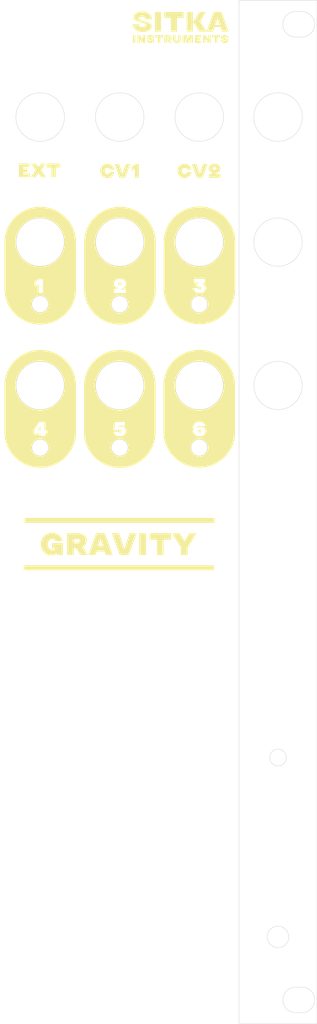
<source format=kicad_pcb>
(kicad_pcb (version 20211014) (generator pcbnew)

  (general
    (thickness 1.6)
  )

  (paper "A4")
  (layers
    (0 "F.Cu" signal)
    (31 "B.Cu" signal)
    (32 "B.Adhes" user "B.Adhesive")
    (33 "F.Adhes" user "F.Adhesive")
    (34 "B.Paste" user)
    (35 "F.Paste" user)
    (36 "B.SilkS" user "B.Silkscreen")
    (37 "F.SilkS" user "F.Silkscreen")
    (38 "B.Mask" user)
    (39 "F.Mask" user)
    (40 "Dwgs.User" user "User.Drawings")
    (41 "Cmts.User" user "User.Comments")
    (42 "Eco1.User" user "User.Eco1")
    (43 "Eco2.User" user "User.Eco2")
    (44 "Edge.Cuts" user)
    (45 "Margin" user)
    (46 "B.CrtYd" user "B.Courtyard")
    (47 "F.CrtYd" user "F.Courtyard")
    (48 "B.Fab" user)
    (49 "F.Fab" user)
    (50 "User.1" user)
    (51 "User.2" user)
    (52 "User.3" user)
    (53 "User.4" user)
    (54 "User.5" user)
    (55 "User.6" user)
    (56 "User.7" user)
    (57 "User.8" user)
    (58 "User.9" user)
  )

  (setup
    (pad_to_mask_clearance 0)
    (aux_axis_origin 89.71 33.94)
    (pcbplotparams
      (layerselection 0x00010fc_ffffffff)
      (disableapertmacros false)
      (usegerberextensions false)
      (usegerberattributes true)
      (usegerberadvancedattributes true)
      (creategerberjobfile true)
      (svguseinch false)
      (svgprecision 6)
      (excludeedgelayer true)
      (plotframeref false)
      (viasonmask false)
      (mode 1)
      (useauxorigin false)
      (hpglpennumber 1)
      (hpglpenspeed 20)
      (hpglpendiameter 15.000000)
      (dxfpolygonmode true)
      (dxfimperialunits true)
      (dxfusepcbnewfont true)
      (psnegative false)
      (psa4output false)
      (plotreference true)
      (plotvalue true)
      (plotinvisibletext false)
      (sketchpadsonfab false)
      (subtractmaskfromsilk false)
      (outputformat 1)
      (mirror false)
      (drillshape 1)
      (scaleselection 1)
      (outputdirectory "")
    )
  )

  (net 0 "")

  (gr_poly
    (pts
      (xy 82.901913 54.443935)
      (xy 82.930157 54.445122)
      (xy 82.958092 54.447099)
      (xy 82.985719 54.449868)
      (xy 83.013037 54.453427)
      (xy 83.040047 54.457778)
      (xy 83.066748 54.462919)
      (xy 83.09314 54.468851)
      (xy 83.119224 54.475575)
      (xy 83.144999 54.483089)
      (xy 83.170465 54.491395)
      (xy 83.195623 54.500491)
      (xy 83.220472 54.510379)
      (xy 83.245013 54.521058)
      (xy 83.269245 54.532527)
      (xy 83.293168 54.544788)
      (xy 83.316648 54.557434)
      (xy 83.339548 54.570679)
      (xy 83.36187 54.584521)
      (xy 83.383612 54.598962)
      (xy 83.404776 54.614001)
      (xy 83.425361 54.629637)
      (xy 83.445367 54.645872)
      (xy 83.464794 54.662705)
      (xy 83.483642 54.680136)
      (xy 83.501912 54.698165)
      (xy 83.519603 54.716792)
      (xy 83.536715 54.736017)
      (xy 83.553248 54.75584)
      (xy 83.569203 54.77626)
      (xy 83.584579 54.797279)
      (xy 83.599376 54.818896)
      (xy 83.613469 54.840967)
      (xy 83.626733 54.863346)
      (xy 83.639167 54.886034)
      (xy 83.650772 54.909031)
      (xy 83.661547 54.932336)
      (xy 83.671492 54.95595)
      (xy 83.680608 54.979873)
      (xy 83.688894 55.004104)
      (xy 83.69635 55.028645)
      (xy 83.702977 55.053493)
      (xy 83.708774 55.078651)
      (xy 83.713741 55.104117)
      (xy 83.717879 55.129891)
      (xy 83.721186 55.155975)
      (xy 83.723664 55.182367)
      (xy 83.725312 55.209068)
      (xy 83.177088 55.209068)
      (xy 83.174523 55.200492)
      (xy 83.171764 55.192052)
      (xy 83.168813 55.183747)
      (xy 83.16567 55.175576)
      (xy 83.162333 55.167541)
      (xy 83.158804 55.15964)
      (xy 83.155081 55.151875)
      (xy 83.151166 55.144244)
      (xy 83.147058 55.136749)
      (xy 83.142757 55.129389)
      (xy 83.138262 55.122164)
      (xy 83.133575 55.115074)
      (xy 83.128695 55.108119)
      (xy 83.123622 55.101299)
      (xy 83.118355 55.094614)
      (xy 83.112896 55.088064)
      (xy 83.107263 55.081369)
      (xy 83.101475 55.074868)
      (xy 83.095533 55.068559)
      (xy 83.089436 55.062443)
      (xy 83.083185 55.05652)
      (xy 83.07678 55.050791)
      (xy 83.07022 55.045254)
      (xy 83.063506 55.03991)
      (xy 83.056638 55.034759)
      (xy 83.049615 55.029801)
      (xy 83.042438 55.025036)
      (xy 83.035107 55.020464)
      (xy 83.027621 55.016085)
      (xy 83.019982 55.011898)
      (xy 83.012188 55.007905)
      (xy 83.00424 55.004104)
      (xy 82.996476 55.000516)
      (xy 82.988615 54.997159)
      (xy 82.980657 54.994033)
      (xy 82.972602 54.991139)
      (xy 82.964451 54.988477)
      (xy 82.956203 54.986046)
      (xy 82.947859 54.983847)
      (xy 82.939418 54.981879)
      (xy 82.93088 54.980143)
      (xy 82.922246 54.978639)
      (xy 82.913516 54.977365)
      (xy 82.904689 54.976324)
      (xy 82.895765 54.975514)
      (xy 82.886745 54.974935)
      (xy 82.877629 54.974588)
      (xy 82.868416 54.974472)
      (xy 82.856454 54.974665)
      (xy 82.844647 54.975244)
      (xy 82.832994 54.976208)
      (xy 82.821496 54.977559)
      (xy 82.810152 54.979295)
      (xy 82.798962 54.981418)
      (xy 82.787927 54.983926)
      (xy 82.777046 54.98682)
      (xy 82.766319 54.990099)
      (xy 82.755747 54.993765)
      (xy 82.745329 54.997816)
      (xy 82.735065 55.002253)
      (xy 82.724956 55.007076)
      (xy 82.715 55.012285)
      (xy 82.705199 55.01788)
      (xy 82.695552 55.02386)
      (xy 82.68611 55.02987)
      (xy 82.676919 55.036169)
      (xy 82.667978 55.042757)
      (xy 82.659288 55.049635)
      (xy 82.650849 55.056802)
      (xy 82.64266 55.064259)
      (xy 82.634722 55.072005)
      (xy 82.627034 55.080041)
      (xy 82.619597 55.088365)
      (xy 82.612411 55.096979)
      (xy 82.605475 55.105883)
      (xy 82.598791 55.115076)
      (xy 82.592357 55.124558)
      (xy 82.586174 55.134329)
      (xy 82.580241 55.14439)
      (xy 82.57456 55.15474)
      (xy 82.569477 55.165322)
      (xy 82.564722 55.176077)
      (xy 82.560294 55.187006)
      (xy 82.556194 55.198109)
      (xy 82.552422 55.209385)
      (xy 82.548978 55.220835)
      (xy 82.545862 55.232459)
      (xy 82.543074 55.244256)
      (xy 82.540614 55.256228)
      (xy 82.538481 55.268372)
      (xy 82.536677 55.280691)
      (xy 82.535201 55.293183)
      (xy 82.534052 55.305849)
      (xy 82.533232 55.318688)
      (xy 82.53274 55.331701)
      (xy 82.532576 55.344888)
      (xy 82.53274 55.358074)
      (xy 82.533232 55.371086)
      (xy 82.534052 55.383925)
      (xy 82.535201 55.396591)
      (xy 82.536677 55.409083)
      (xy 82.538481 55.421401)
      (xy 82.540614 55.433545)
      (xy 82.543074 55.445517)
      (xy 82.545862 55.457314)
      (xy 82.548978 55.468938)
      (xy 82.552422 55.480388)
      (xy 82.556194 55.491665)
      (xy 82.560294 55.502768)
      (xy 82.564722 55.513698)
      (xy 82.569477 55.524454)
      (xy 82.57456 55.535036)
      (xy 82.580241 55.545396)
      (xy 82.586174 55.555486)
      (xy 82.592357 55.565305)
      (xy 82.598791 55.574855)
      (xy 82.605475 55.584135)
      (xy 82.612411 55.593144)
      (xy 82.619597 55.601884)
      (xy 82.627034 55.610353)
      (xy 82.634722 55.618552)
      (xy 82.64266 55.626482)
      (xy 82.650849 55.634141)
      (xy 82.659288 55.64153)
      (xy 82.667978 55.648648)
      (xy 82.676919 55.655497)
      (xy 82.68611 55.662076)
      (xy 82.695552 55.668384)
      (xy 82.705199 55.674066)
      (xy 82.715 55.679381)
      (xy 82.724956 55.684329)
      (xy 82.735065 55.688912)
      (xy 82.745329 55.693127)
      (xy 82.755747 55.696976)
      (xy 82.766319 55.700458)
      (xy 82.777046 55.703574)
      (xy 82.787927 55.706323)
      (xy 82.798962 55.708706)
      (xy 82.810152 55.710722)
      (xy 82.821496 55.712371)
      (xy 82.832994 55.713654)
      (xy 82.844647 55.714571)
      (xy 82.856454 55.715121)
      (xy 82.868416 55.715304)
      (xy 82.877629 55.715188)
      (xy 82.886745 55.714841)
      (xy 82.895765 55.714262)
      (xy 82.904689 55.713452)
      (xy 82.913516 55.712411)
      (xy 82.922246 55.711137)
      (xy 82.93088 55.709633)
      (xy 82.939418 55.707896)
      (xy 82.947859 55.705929)
      (xy 82.956203 55.70373)
      (xy 82.964451 55.701299)
      (xy 82.972602 55.698637)
      (xy 82.980657 55.695743)
      (xy 82.988615 55.692617)
      (xy 82.996476 55.68926)
      (xy 83.00424 55.685672)
      (xy 83.012188 55.681881)
      (xy 83.019982 55.677916)
      (xy 83.027621 55.673778)
      (xy 83.035107 55.669466)
      (xy 83.042438 55.66498)
      (xy 83.049615 55.660321)
      (xy 83.056638 55.655488)
      (xy 83.063506 55.650482)
      (xy 83.07022 55.645302)
      (xy 83.07678 55.639948)
      (xy 83.083185 55.634421)
      (xy 83.089436 55.62872)
      (xy 83.095533 55.622845)
      (xy 83.101475 55.616797)
      (xy 83.107263 55.610575)
      (xy 83.112896 55.60418)
      (xy 83.118355 55.597331)
      (xy 83.123622 55.590366)
      (xy 83.128695 55.583286)
      (xy 83.133575 55.576089)
      (xy 83.138262 55.568778)
      (xy 83.142757 55.56135)
      (xy 83.147058 55.553807)
      (xy 83.151166 55.546147)
      (xy 83.155081 55.538373)
      (xy 83.158804 55.530482)
      (xy 83.162333 55.522476)
      (xy 83.16567 55.514354)
      (xy 83.168813 55.506116)
      (xy 83.171764 55.497762)
      (xy 83.174523 55.489293)
      (xy 83.177088 55.480708)
      (xy 83.725312 55.480708)
      (xy 83.723661 55.507409)
      (xy 83.721181 55.533801)
      (xy 83.717871 55.559885)
      (xy 83.713732 55.585659)
      (xy 83.708764 55.611125)
      (xy 83.702966 55.636283)
      (xy 83.696339 55.661131)
      (xy 83.688882 55.685672)
      (xy 83.680596 55.709903)
      (xy 83.671481 55.733826)
      (xy 83.661536 55.75744)
      (xy 83.650763 55.780745)
      (xy 83.63916 55.803742)
      (xy 83.626728 55.82643)
      (xy 83.613466 55.848809)
      (xy 83.599376 55.87088)
      (xy 83.584579 55.892506)
      (xy 83.569203 55.913554)
      (xy 83.553248 55.934023)
      (xy 83.536715 55.953913)
      (xy 83.519603 55.973225)
      (xy 83.501912 55.991958)
      (xy 83.483642 56.010112)
      (xy 83.464794 56.027687)
      (xy 83.445367 56.044684)
      (xy 83.425361 56.061102)
      (xy 83.404776 56.076941)
      (xy 83.383612 56.092201)
      (xy 83.36187 56.106883)
      (xy 83.339548 56.120986)
      (xy 83.316648 56.13451)
      (xy 83.293168 56.147456)
      (xy 83.269245 56.159417)
      (xy 83.245013 56.170607)
      (xy 83.220472 56.181025)
      (xy 83.195623 56.190671)
      (xy 83.170465 56.199545)
      (xy 83.144999 56.207648)
      (xy 83.119224 56.214979)
      (xy 83.09314 56.221538)
      (xy 83.066748 56.227326)
      (xy 83.040047 56.232342)
      (xy 83.013037 56.236586)
      (xy 82.985719 56.240059)
      (xy 82.958092 56.24276)
      (xy 82.930157 56.244689)
      (xy 82.901913 56.245846)
      (xy 82.87336 56.246232)
      (xy 82.84146 56.245779)
      (xy 82.809965 56.244418)
      (xy 82.778875 56.242152)
      (xy 82.748191 56.238978)
      (xy 82.717912 56.234898)
      (xy 82.688038 56.22991)
      (xy 82.658569 56.224017)
      (xy 82.629506 56.217216)
      (xy 82.600848 56.209509)
      (xy 82.572595 56.200894)
      (xy 82.544747 56.191374)
      (xy 82.517304 56.180946)
      (xy 82.490267 56.169612)
      (xy 82.463634 56.157371)
      (xy 82.437406 56.144223)
      (xy 82.411584 56.130168)
      (xy 82.38661 56.115313)
      (xy 82.362312 56.099763)
      (xy 82.338689 56.083519)
      (xy 82.31574 56.06658)
      (xy 82.293467 56.048947)
      (xy 82.271869 56.030619)
      (xy 82.250946 56.011596)
      (xy 82.230698 55.99188)
      (xy 82.211125 55.971468)
      (xy 82.192228 55.950362)
      (xy 82.174006 55.928561)
      (xy 82.156459 55.906066)
      (xy 82.139587 55.882877)
      (xy 82.123391 55.858992)
      (xy 82.10787 55.834413)
      (xy 82.093024 55.80914)
      (xy 82.078969 55.783018)
      (xy 82.065821 55.75651)
      (xy 82.05358 55.729617)
      (xy 82.042246 55.702337)
      (xy 82.031818 55.674672)
      (xy 82.022298 55.64662)
      (xy 82.013683 55.618183)
      (xy 82.005976 55.58936)
      (xy 81.999175 55.560151)
      (xy 81.993282 55.530556)
      (xy 81.988294 55.500576)
      (xy 81.984214 55.470209)
      (xy 81.98104 55.439457)
      (xy 81.978774 55.408318)
      (xy 81.977413 55.376794)
      (xy 81.97696 55.344884)
      (xy 81.977413 55.312984)
      (xy 81.978774 55.28149)
      (xy 81.98104 55.2504)
      (xy 81.984214 55.219716)
      (xy 81.988294 55.189436)
      (xy 81.993282 55.159562)
      (xy 81.999175 55.130093)
      (xy 82.005976 55.101029)
      (xy 82.013683 55.07237)
      (xy 82.022298 55.044116)
      (xy 82.031818 55.016267)
      (xy 82.042246 54.988824)
      (xy 82.05358 54.961785)
      (xy 82.065821 54.935152)
      (xy 82.078969 54.908923)
      (xy 82.093024 54.8831)
      (xy 82.10787 54.857528)
      (xy 82.123391 54.83267)
      (xy 82.139587 54.808525)
      (xy 82.156459 54.785095)
      (xy 82.174006 54.762378)
      (xy 82.192228 54.740375)
      (xy 82.211125 54.719085)
      (xy 82.230698 54.69851)
      (xy 82.250946 54.678648)
      (xy 82.271869 54.659501)
      (xy 82.293467 54.641067)
      (xy 82.31574 54.623346)
      (xy 82.338689 54.60634)
      (xy 82.362312 54.590048)
      (xy 82.38661 54.574469)
      (xy 82.411584 54.559604)
      (xy 82.437406 54.545549)
      (xy 82.463634 54.532401)
      (xy 82.490267 54.52016)
      (xy 82.517304 54.508826)
      (xy 82.544747 54.498398)
      (xy 82.572595 54.488877)
      (xy 82.600848 54.480263)
      (xy 82.629506 54.472556)
      (xy 82.658569 54.465755)
      (xy 82.688038 54.459862)
      (xy 82.717912 54.454874)
      (xy 82.748191 54.450794)
      (xy 82.778875 54.44762)
      (xy 82.809965 54.445354)
      (xy 82.84146 54.443993)
      (xy 82.87336 54.44354)
    ) (layer "F.SilkS") (width 0) (fill solid) (tstamp 13990c7a-7a60-4ff3-abfe-f914b307ae2b))
  (gr_poly
    (pts
      (xy 86.655782 54.443843)
      (xy 86.681808 54.44474)
      (xy 86.707487 54.446235)
      (xy 86.732818 54.448328)
      (xy 86.757803 54.45102)
      (xy 86.78244 54.454309)
      (xy 86.80673 54.458196)
      (xy 86.830672 54.462682)
      (xy 86.854268 54.467765)
      (xy 86.877516 54.473447)
      (xy 86.900417 54.479726)
      (xy 86.92297 54.486604)
      (xy 86.945176 54.49408)
      (xy 86.967036 54.502154)
      (xy 86.988547 54.510826)
      (xy 87.009712 54.520096)
      (xy 87.03072 54.529897)
      (xy 87.051149 54.54016)
      (xy 87.070999 54.550887)
      (xy 87.090271 54.562077)
      (xy 87.108964 54.573729)
      (xy 87.127079 54.585845)
      (xy 87.144615 54.598423)
      (xy 87.161572 54.611465)
      (xy 87.177951 54.62497)
      (xy 87.193751 54.638937)
      (xy 87.208972 54.653368)
      (xy 87.223615 54.668262)
      (xy 87.237679 54.683619)
      (xy 87.251165 54.699439)
      (xy 87.264072 54.715722)
      (xy 87.2764 54.732468)
      (xy 87.288063 54.749581)
      (xy 87.298973 54.766964)
      (xy 87.30913 54.784616)
      (xy 87.318535 54.802539)
      (xy 87.327188 54.820732)
      (xy 87.335087 54.839195)
      (xy 87.342235 54.857928)
      (xy 87.34863 54.876931)
      (xy 87.354272 54.896204)
      (xy 87.359163 54.915747)
      (xy 87.3633 54.935561)
      (xy 87.366686 54.955644)
      (xy 87.369319 54.975998)
      (xy 87.371199 54.996622)
      (xy 87.372328 55.017516)
      (xy 87.372704 55.03868)
      (xy 87.37254 55.052532)
      (xy 87.372048 55.066307)
      (xy 87.371227 55.080005)
      (xy 87.370079 55.093625)
      (xy 87.368603 55.107168)
      (xy 87.366798 55.120634)
      (xy 87.364666 55.134023)
      (xy 87.362206 55.147335)
      (xy 87.359418 55.16057)
      (xy 87.356302 55.173727)
      (xy 87.352857 55.186807)
      (xy 87.349086 55.19981)
      (xy 87.344986 55.212736)
      (xy 87.340558 55.225585)
      (xy 87.335803 55.238357)
      (xy 87.33072 55.251052)
      (xy 87.325628 55.26365)
      (xy 87.320227 55.276133)
      (xy 87.314517 55.288499)
      (xy 87.308499 55.30075)
      (xy 87.302172 55.312885)
      (xy 87.295536 55.324904)
      (xy 87.288591 55.336807)
      (xy 87.281338 55.348595)
      (xy 87.273776 55.360267)
      (xy 87.265905 55.371823)
      (xy 87.257725 55.383263)
      (xy 87.249236 55.394587)
      (xy 87.240439 55.405796)
      (xy 87.231332 55.416889)
      (xy 87.221916 55.427866)
      (xy 87.212192 55.438728)
      (xy 87.202178 55.449155)
      (xy 87.191894 55.459448)
      (xy 87.18134 55.469605)
      (xy 87.170516 55.479627)
      (xy 87.159422 55.489514)
      (xy 87.148058 55.499267)
      (xy 87.136424 55.508884)
      (xy 87.12452 55.518366)
      (xy 87.112346 55.527713)
      (xy 87.099902 55.536925)
      (xy 87.087188 55.546003)
      (xy 87.074204 55.554945)
      (xy 87.06095 55.563752)
      (xy 87.047426 55.572425)
      (xy 87.033632 55.580962)
      (xy 87.019568 55.589364)
      (xy 87.016445 55.591794)
      (xy 87.013244 55.594148)
      (xy 87.009966 55.596424)
      (xy 87.00661 55.598622)
      (xy 87.003177 55.600744)
      (xy 86.999667 55.602789)
      (xy 86.99608 55.604757)
      (xy 86.992416 55.606648)
      (xy 86.962784 55.621464)
      (xy 86.708416 55.752344)
      (xy 87.38752 55.752344)
      (xy 87.38752 56.209192)
      (xy 85.92064 56.209192)
      (xy 85.92064 55.796796)
      (xy 86.397248 55.55232)
      (xy 86.384912 55.55232)
      (xy 86.383638 55.551703)
      (xy 86.382287 55.551086)
      (xy 86.380859 55.550469)
      (xy 86.379354 55.549851)
      (xy 86.377772 55.549234)
      (xy 86.376112 55.548616)
      (xy 86.374375 55.547998)
      (xy 86.37256 55.54738)
      (xy 86.3518 55.543492)
      (xy 86.331504 55.539238)
      (xy 86.311671 55.534618)
      (xy 86.292301 55.52963)
      (xy 86.273394 55.524277)
      (xy 86.25495 55.518556)
      (xy 86.236969 55.512469)
      (xy 86.219452 55.506016)
      (xy 86.202397 55.499196)
      (xy 86.185806 55.492009)
      (xy 86.169678 55.484456)
      (xy 86.154013 55.476536)
      (xy 86.138811 55.46825)
      (xy 86.124072 55.459597)
      (xy 86.109796 55.450578)
      (xy 86.095984 55.441192)
      (xy 86.082924 55.431507)
      (xy 86.070289 55.421591)
      (xy 86.058078 55.411443)
      (xy 86.046292 55.401063)
      (xy 86.03493 55.390452)
      (xy 86.023992 55.37961)
      (xy 86.013479 55.368536)
      (xy 86.00339 55.357231)
      (xy 85.993725 55.345694)
      (xy 85.984485 55.333926)
      (xy 85.975669 55.321926)
      (xy 85.967277 55.309695)
      (xy 85.95931 55.297233)
      (xy 85.951766 55.284539)
      (xy 85.944647 55.271613)
      (xy 85.937952 55.258456)
      (xy 85.931971 55.244826)
      (xy 85.926376 55.2311)
      (xy 85.921167 55.217277)
      (xy 85.916343 55.203357)
      (xy 85.911905 55.189341)
      (xy 85.907854 55.175229)
      (xy 85.904188 55.16102)
      (xy 85.900908 55.146715)
      (xy 85.898014 55.132313)
      (xy 85.895506 55.117815)
      (xy 85.893383 55.10322)
      (xy 85.891647 55.088529)
      (xy 85.890296 55.073742)
      (xy 85.889332 55.058858)
      (xy 85.889315 55.058436)
      (xy 86.402192 55.058436)
      (xy 86.402298 55.065179)
      (xy 86.402616 55.071825)
      (xy 86.403147 55.078375)
      (xy 86.40389 55.084829)
      (xy 86.404845 55.091185)
      (xy 86.406012 55.097446)
      (xy 86.407392 55.10361)
      (xy 86.408984 55.109677)
      (xy 86.410788 55.115648)
      (xy 86.412805 55.121522)
      (xy 86.415033 55.1273)
      (xy 86.417474 55.132982)
      (xy 86.420127 55.138567)
      (xy 86.422993 55.144056)
      (xy 86.42607 55.149448)
      (xy 86.42936 55.154744)
      (xy 86.433142 55.159915)
      (xy 86.437078 55.164931)
      (xy 86.441169 55.169792)
      (xy 86.445413 55.1745)
      (xy 86.449812 55.179053)
      (xy 86.454365 55.183452)
      (xy 86.459072 55.187696)
      (xy 86.463934 55.191786)
      (xy 86.46895 55.195722)
      (xy 86.47412 55.199503)
      (xy 86.479445 55.20313)
      (xy 86.484924 55.206603)
      (xy 86.490557 55.209922)
      (xy 86.496345 55.213086)
      (xy 86.502287 55.216096)
      (xy 86.508384 55.218952)
      (xy 86.514925 55.221643)
      (xy 86.521581 55.224161)
      (xy 86.528353 55.226505)
      (xy 86.53524 55.228675)
      (xy 86.542243 55.230672)
      (xy 86.549362 55.232495)
      (xy 86.556596 55.234144)
      (xy 86.563946 55.23562)
      (xy 86.571412 55.236922)
      (xy 86.578993 55.238051)
      (xy 86.58669 55.239006)
      (xy 86.594503 55.239787)
      (xy 86.602431 55.240395)
      (xy 86.610476 55.240829)
      (xy 86.618636 55.241089)
      (xy 86.626912 55.241176)
      (xy 86.626896 55.241172)
      (xy 86.635472 55.241085)
      (xy 86.643912 55.240825)
      (xy 86.652218 55.240391)
      (xy 86.660388 55.239783)
      (xy 86.668424 55.239002)
      (xy 86.676324 55.238047)
      (xy 86.68409 55.236918)
      (xy 86.69172 55.235616)
      (xy 86.699216 55.23414)
      (xy 86.706576 55.232491)
      (xy 86.713802 55.230668)
      (xy 86.720892 55.228671)
      (xy 86.727848 55.226501)
      (xy 86.734668 55.224157)
      (xy 86.741354 55.221639)
      (xy 86.747904 55.218948)
      (xy 86.754291 55.216093)
      (xy 86.760484 55.213083)
      (xy 86.766484 55.20992)
      (xy 86.772291 55.206601)
      (xy 86.777905 55.203129)
      (xy 86.783327 55.199502)
      (xy 86.788555 55.195721)
      (xy 86.79359 55.191785)
      (xy 86.798432 55.187696)
      (xy 86.803082 55.183451)
      (xy 86.807538 55.179053)
      (xy 86.811802 55.1745)
      (xy 86.815872 55.169792)
      (xy 86.81975 55.164931)
      (xy 86.823436 55.159915)
      (xy 86.826928 55.154744)
      (xy 86.830517 55.149448)
      (xy 86.833875 55.144056)
      (xy 86.837 55.138567)
      (xy 86.839894 55.132982)
      (xy 86.842557 55.1273)
      (xy 86.844987 55.121522)
      (xy 86.847187 55.115648)
      (xy 86.849154 55.109677)
      (xy 86.85089 55.10361)
      (xy 86.852394 55.097446)
      (xy 86.853667 55.091185)
      (xy 86.854709 55.084829)
      (xy 86.855519 55.078375)
      (xy 86.856097 55.071825)
      (xy 86.856444 55.065179)
      (xy 86.85656 55.058436)
      (xy 86.856444 55.051703)
      (xy 86.856097 55.045085)
      (xy 86.855519 55.038583)
      (xy 86.854709 55.032197)
      (xy 86.853667 55.025927)
      (xy 86.852394 55.019773)
      (xy 86.85089 55.013734)
      (xy 86.849154 55.007811)
      (xy 86.847187 55.002004)
      (xy 86.844987 54.996313)
      (xy 86.842557 54.990737)
      (xy 86.839894 54.985277)
      (xy 86.837 54.979933)
      (xy 86.833875 54.974705)
      (xy 86.830517 54.969593)
      (xy 86.826928 54.964596)
      (xy 86.823436 54.959425)
      (xy 86.81975 54.954409)
      (xy 86.815872 54.949548)
      (xy 86.811802 54.94484)
      (xy 86.807538 54.940287)
      (xy 86.803082 54.935889)
      (xy 86.798432 54.931644)
      (xy 86.79359 54.927555)
      (xy 86.788555 54.923619)
      (xy 86.783327 54.919838)
      (xy 86.777905 54.916211)
      (xy 86.772291 54.912739)
      (xy 86.766484 54.90942)
      (xy 86.760484 54.906257)
      (xy 86.754291 54.903247)
      (xy 86.747904 54.900392)
      (xy 86.741354 54.897701)
      (xy 86.734669 54.895183)
      (xy 86.727849 54.892839)
      (xy 86.720895 54.890669)
      (xy 86.713805 54.888672)
      (xy 86.706581 54.886849)
      (xy 86.699222 54.8852)
      (xy 86.691728 54.883724)
      (xy 86.684099 54.882422)
      (xy 86.676335 54.881293)
      (xy 86.668436 54.880338)
      (xy 86.660401 54.879557)
      (xy 86.652232 54.878949)
      (xy 86.643927 54.878515)
      (xy 86.635487 54.878255)
      (xy 86.626912 54.878168)
      (xy 86.618636 54.878255)
      (xy 86.610476 54.878515)
      (xy 86.602431 54.878949)
      (xy 86.594503 54.879557)
      (xy 86.58669 54.880338)
      (xy 86.578993 54.881293)
      (xy 86.571412 54.882422)
      (xy 86.563946 54.883724)
      (xy 86.556596 54.8852)
      (xy 86.549362 54.886849)
      (xy 86.542243 54.888672)
      (xy 86.53524 54.890669)
      (xy 86.528353 54.892839)
      (xy 86.521581 54.895183)
      (xy 86.514925 54.897701)
      (xy 86.508384 54.900392)
      (xy 86.502287 54.903247)
      (xy 86.496345 54.906257)
      (xy 86.490557 54.90942)
      (xy 86.484924 54.912739)
      (xy 86.479445 54.916211)
      (xy 86.47412 54.919838)
      (xy 86.46895 54.923619)
      (xy 86.463934 54.927555)
      (xy 86.459072 54.931644)
      (xy 86.454365 54.935889)
      (xy 86.449812 54.940287)
      (xy 86.445413 54.94484)
      (xy 86.441169 54.949548)
      (xy 86.437078 54.954409)
      (xy 86.433142 54.959425)
      (xy 86.42936 54.964596)
      (xy 86.42607 54.969593)
      (xy 86.422993 54.974705)
      (xy 86.420127 54.979933)
      (xy 86.417474 54.985277)
      (xy 86.415033 54.990737)
      (xy 86.412805 54.996313)
      (xy 86.410788 55.002004)
      (xy 86.408984 55.007811)
      (xy 86.407392 55.013734)
      (xy 86.406012 55.019773)
      (xy 86.404845 55.025927)
      (xy 86.40389 55.032197)
      (xy 86.403147 55.038583)
      (xy 86.402616 55.045085)
      (xy 86.402298 55.051703)
      (xy 86.402192 55.058436)
      (xy 85.889315 55.058436)
      (xy 85.888753 55.043877)
      (xy 85.88856 55.0288)
      (xy 85.888898 55.010038)
      (xy 85.889911 54.991411)
      (xy 85.891599 54.972919)
      (xy 85.893963 54.954563)
      (xy 85.897002 54.936341)
      (xy 85.900716 54.918254)
      (xy 85.905105 54.900303)
      (xy 85.91017 54.882486)
      (xy 85.91591 54.864805)
      (xy 85.922325 54.847259)
      (xy 85.929415 54.829847)
      (xy 85.93718 54.812571)
      (xy 85.945621 54.79543)
      (xy 85.954736 54.778424)
      (xy 85.964527 54.761552)
      (xy 85.974992 54.744816)
      (xy 85.986104 54.72834)
      (xy 85.997833 54.71225)
      (xy 86.01018 54.696546)
      (xy 86.023145 54.681227)
      (xy 86.036727 54.666295)
      (xy 86.050926 54.651748)
      (xy 86.065743 54.637587)
      (xy 86.081178 54.623812)
      (xy 86.09723 54.610423)
      (xy 86.113899 54.59742)
      (xy 86.131186 54.584802)
      (xy 86.14909 54.572571)
      (xy 86.167612 54.560725)
      (xy 86.18675 54.549265)
      (xy 86.206507 54.538192)
      (xy 86.22688 54.527504)
      (xy 86.248131 54.517337)
      (xy 86.269904 54.507826)
      (xy 86.292197 54.498971)
      (xy 86.315011 54.490772)
      (xy 86.338346 54.483229)
      (xy 86.362202 54.476341)
      (xy 86.386579 54.47011)
      (xy 86.411476 54.464534)
      (xy 86.436895 54.459615)
      (xy 86.462834 54.455351)
      (xy 86.489294 54.451743)
      (xy 86.516275 54.448792)
      (xy 86.543777 54.446496)
      (xy 86.5718 54.444856)
      (xy 86.600344 54.443872)
      (xy 86.629408 54.443544)
    ) (layer "F.SilkS") (width 0) (fill solid) (tstamp 189069e7-7dd7-4691-9ed9-0b07132664ca))
  (gr_poly
    (pts
      (xy 86.555201 105.49176)
      (xy 62.647848 105.49176)
      (xy 62.647848 104.857432)
      (xy 86.555201 104.857432)
    ) (layer "F.SilkS") (width 0) (fill solid) (tstamp 20cdd752-1ebb-4917-a73e-83c4c02b810c))
  (gr_poly
    (pts
      (xy 87.92636 38.27407)
      (xy 87.955684 38.27579)
      (xy 87.984568 38.278656)
      (xy 88.013011 38.282669)
      (xy 88.041013 38.287828)
      (xy 88.068573 38.294134)
      (xy 88.095692 38.301587)
      (xy 88.12237 38.310186)
      (xy 88.135462 38.314778)
      (xy 88.148278 38.319734)
      (xy 88.160818 38.325053)
      (xy 88.173083 38.330736)
      (xy 88.185072 38.336783)
      (xy 88.196785 38.343194)
      (xy 88.208223 38.349968)
      (xy 88.219385 38.357107)
      (xy 88.230271 38.364609)
      (xy 88.240882 38.372475)
      (xy 88.251217 38.380704)
      (xy 88.261277 38.389298)
      (xy 88.27106 38.398255)
      (xy 88.280569 38.407576)
      (xy 88.289801 38.41726)
      (xy 88.298758 38.427309)
      (xy 88.307523 38.43755)
      (xy 88.315825 38.448166)
      (xy 88.323664 38.459157)
      (xy 88.33104 38.470522)
      (xy 88.337952 38.482263)
      (xy 88.344402 38.494379)
      (xy 88.350389 38.506869)
      (xy 88.355912 38.519734)
      (xy 88.360973 38.532974)
      (xy 88.36557 38.546589)
      (xy 88.369704 38.560579)
      (xy 88.373376 38.574944)
      (xy 88.376584 38.589684)
      (xy 88.379329 38.604798)
      (xy 88.38161 38.620288)
      (xy 88.383429 38.636152)
      (xy 88.058848 38.636152)
      (xy 88.057128 38.62956)
      (xy 88.055144 38.623188)
      (xy 88.052896 38.617037)
      (xy 88.050382 38.611106)
      (xy 88.047604 38.605396)
      (xy 88.044561 38.599906)
      (xy 88.041254 38.594637)
      (xy 88.037682 38.589588)
      (xy 88.033846 38.584759)
      (xy 88.029744 38.580151)
      (xy 88.025378 38.575764)
      (xy 88.020748 38.571596)
      (xy 88.015853 38.56765)
      (xy 88.010693 38.563924)
      (xy 88.005268 38.560418)
      (xy 87.999579 38.557133)
      (xy 87.993675 38.553886)
      (xy 87.987606 38.550849)
      (xy 87.981371 38.548021)
      (xy 87.974971 38.545403)
      (xy 87.968406 38.542994)
      (xy 87.961676 38.540795)
      (xy 87.95478 38.538805)
      (xy 87.947719 38.537025)
      (xy 87.940493 38.535454)
      (xy 87.933101 38.534093)
      (xy 87.925544 38.532941)
      (xy 87.917822 38.531998)
      (xy 87.909934 38.531265)
      (xy 87.901881 38.530742)
      (xy 87.893663 38.530428)
      (xy 87.885279 38.530323)
      (xy 87.879259 38.530389)
      (xy 87.873196 38.530585)
      (xy 87.867088 38.530914)
      (xy 87.860937 38.531373)
      (xy 87.854741 38.531964)
      (xy 87.848502 38.532685)
      (xy 87.842218 38.533538)
      (xy 87.83589 38.534523)
      (xy 87.832732 38.534912)
      (xy 87.829606 38.535378)
      (xy 87.826514 38.535922)
      (xy 87.823455 38.536543)
      (xy 87.820429 38.537242)
      (xy 87.817435 38.538018)
      (xy 87.814475 38.538872)
      (xy 87.811548 38.539803)
      (xy 87.808654 38.540812)
      (xy 87.805793 38.541898)
      (xy 87.802965 38.543062)
      (xy 87.80017 38.544303)
      (xy 87.797408 38.545622)
      (xy 87.794679 38.547018)
      (xy 87.791983 38.548492)
      (xy 87.789321 38.550043)
      (xy 87.786928 38.551498)
      (xy 87.785789 38.552259)
      (xy 87.78469 38.553042)
      (xy 87.783628 38.553847)
      (xy 87.782606 38.554673)
      (xy 87.781622 38.555522)
      (xy 87.780676 38.556393)
      (xy 87.779769 38.557286)
      (xy 87.778901 38.558202)
      (xy 87.778071 38.559139)
      (xy 87.77728 38.560098)
      (xy 87.776527 38.561079)
      (xy 87.775813 38.562082)
      (xy 87.775138 38.563108)
      (xy 87.774501 38.564155)
      (xy 87.773903 38.565225)
      (xy 87.773343 38.566316)
      (xy 87.772822 38.56743)
      (xy 87.77234 38.568565)
      (xy 87.771896 38.569723)
      (xy 87.77149 38.570903)
      (xy 87.771124 38.572105)
      (xy 87.770796 38.573329)
      (xy 87.770506 38.574574)
      (xy 87.770255 38.575842)
      (xy 87.770043 38.577133)
      (xy 87.769869 38.578445)
      (xy 87.769734 38.579779)
      (xy 87.769638 38.581135)
      (xy 87.76956 38.583914)
      (xy 87.769632 38.586532)
      (xy 87.769847 38.589096)
      (xy 87.770205 38.591604)
      (xy 87.770707 38.594057)
      (xy 87.771352 38.596455)
      (xy 87.77214 38.598798)
      (xy 87.773071 38.601086)
      (xy 87.774146 38.603318)
      (xy 87.775364 38.605496)
      (xy 87.776725 38.607618)
      (xy 87.77823 38.609685)
      (xy 87.779878 38.611697)
      (xy 87.781669 38.613654)
      (xy 87.783603 38.615556)
      (xy 87.785681 38.617402)
      (xy 87.787901 38.619194)
      (xy 87.790249 38.62077)
      (xy 87.792707 38.622325)
      (xy 87.795275 38.623857)
      (xy 87.797954 38.625368)
      (xy 87.800743 38.626856)
      (xy 87.803642 38.628322)
      (xy 87.806651 38.629767)
      (xy 87.809771 38.631189)
      (xy 87.813001 38.632589)
      (xy 87.816342 38.633967)
      (xy 87.819793 38.635323)
      (xy 87.823354 38.636657)
      (xy 87.830807 38.639259)
      (xy 87.838702 38.641773)
      (xy 87.847324 38.644313)
      (xy 87.85696 38.646985)
      (xy 87.86761 38.649787)
      (xy 87.879274 38.652721)
      (xy 87.905645 38.65898)
      (xy 87.936072 38.665764)
      (xy 87.937846 38.666135)
      (xy 87.939617 38.666551)
      (xy 87.941385 38.66701)
      (xy 87.94315 38.667513)
      (xy 87.944912 38.66806)
      (xy 87.946672 38.668651)
      (xy 87.948429 38.669285)
      (xy 87.950183 38.669964)
      (xy 87.954339 38.670664)
      (xy 87.958311 38.671364)
      (xy 87.962098 38.672064)
      (xy 87.965701 38.672764)
      (xy 87.966424 38.673114)
      (xy 87.967194 38.673463)
      (xy 87.968011 38.673814)
      (xy 87.968875 38.674164)
      (xy 87.969787 38.674514)
      (xy 87.970744 38.674864)
      (xy 87.971749 38.675214)
      (xy 87.9728 38.675564)
      (xy 87.979899 38.675564)
      (xy 88.011274 38.683038)
      (xy 88.041193 38.690644)
      (xy 88.069658 38.698383)
      (xy 88.096668 38.706254)
      (xy 88.122222 38.714258)
      (xy 88.146321 38.722394)
      (xy 88.168965 38.730662)
      (xy 88.190154 38.739063)
      (xy 88.20044 38.743407)
      (xy 88.210484 38.747972)
      (xy 88.220285 38.752757)
      (xy 88.229843 38.757762)
      (xy 88.239159 38.762988)
      (xy 88.248232 38.768435)
      (xy 88.257063 38.774102)
      (xy 88.265651 38.779989)
      (xy 88.273996 38.786097)
      (xy 88.282099 38.792425)
      (xy 88.289959 38.798973)
      (xy 88.297577 38.805743)
      (xy 88.304952 38.812732)
      (xy 88.312084 38.819942)
      (xy 88.318974 38.827373)
      (xy 88.325621 38.835024)
      (xy 88.331944 38.842757)
      (xy 88.337859 38.850789)
      (xy 88.343366 38.859118)
      (xy 88.348464 38.867745)
      (xy 88.353155 38.876669)
      (xy 88.357438 38.885891)
      (xy 88.361313 38.89541)
      (xy 88.36478 38.905227)
      (xy 88.36784 38.915342)
      (xy 88.370491 38.925754)
      (xy 88.372734 38.936464)
      (xy 88.37457 38.947472)
      (xy 88.375997 38.958777)
      (xy 88.377017 38.97038)
      (xy 88.377629 38.98228)
      (xy 88.377833 38.994478)
      (xy 88.377618 39.006031)
      (xy 88.376973 39.017408)
      (xy 88.375898 39.028608)
      (xy 88.374393 39.039632)
      (xy 88.372459 39.05048)
      (xy 88.370094 39.061151)
      (xy 88.367299 39.071646)
      (xy 88.364075 39.081965)
      (xy 88.36042 39.092107)
      (xy 88.356336 39.102074)
      (xy 88.351822 39.111863)
      (xy 88.346878 39.121477)
      (xy 88.341504 39.130914)
      (xy 88.3357 39.140174)
      (xy 88.329466 39.149259)
      (xy 88.322802 39.158167)
      (xy 88.315901 39.166688)
      (xy 88.308603 39.174967)
      (xy 88.300908 39.183003)
      (xy 88.292816 39.190797)
      (xy 88.284328 39.198348)
      (xy 88.275442 39.205657)
      (xy 88.26616 39.212723)
      (xy 88.256481 39.219547)
      (xy 88.246405 39.226129)
      (xy 88.235932 39.232468)
      (xy 88.225062 39.238565)
      (xy 88.213795 39.244419)
      (xy 88.202131 39.250031)
      (xy 88.190071 39.2554)
      (xy 88.177613 39.260527)
      (xy 88.164759 39.265411)
      (xy 88.151541 39.270025)
      (xy 88.137992 39.274341)
      (xy 88.124113 39.278359)
      (xy 88.109902 39.28208)
      (xy 88.095361 39.285503)
      (xy 88.080489 39.288628)
      (xy 88.065286 39.291456)
      (xy 88.049753 39.293986)
      (xy 88.033889 39.296218)
      (xy 88.017694 39.298153)
      (xy 88.001168 39.29979)
      (xy 87.984312 39.301129)
      (xy 87.967125 39.302171)
      (xy 87.949608 39.302915)
      (xy 87.91358 39.303511)
      (xy 87.9135 39.303621)
      (xy 87.880736 39.303026)
      (xy 87.848766 39.30124)
      (xy 87.81759 39.298264)
      (xy 87.787207 39.294097)
      (xy 87.757618 39.288739)
      (xy 87.728822 39.282191)
      (xy 87.714722 39.27847)
      (xy 87.700821 39.274452)
      (xy 87.687118 39.270136)
      (xy 87.673613 39.265522)
      (xy 87.660533 39.260412)
      (xy 87.64775 39.254961)
      (xy 87.635264 39.249167)
      (xy 87.623077 39.243032)
      (xy 87.611187 39.236556)
      (xy 87.599595 39.229737)
      (xy 87.5883 39.222577)
      (xy 87.577303 39.215075)
      (xy 87.566604 39.207231)
      (xy 87.556202 39.199046)
      (xy 87.546098 39.190518)
      (xy 87.536292 39.181649)
      (xy 87.526784 39.172438)
      (xy 87.517573 39.162886)
      (xy 87.50866 39.152991)
      (xy 87.500044 39.142755)
      (xy 87.491975 39.132001)
      (xy 87.484347 39.120905)
      (xy 87.477159 39.109467)
      (xy 87.470413 39.097687)
      (xy 87.464107 39.085566)
      (xy 87.458243 39.073103)
      (xy 87.452819 39.060298)
      (xy 87.447836 39.047151)
      (xy 87.443294 39.033663)
      (xy 87.439193 39.019833)
      (xy 87.435533 39.005662)
      (xy 87.432314 38.991148)
      (xy 87.429535 38.976293)
      (xy 87.427198 38.961097)
      (xy 87.425302 38.945558)
      (xy 87.423846 38.929678)
      (xy 87.73429 38.929678)
      (xy 87.735418 38.934573)
      (xy 87.736678 38.939379)
      (xy 87.73807 38.944097)
      (xy 87.739593 38.948728)
      (xy 87.741249 38.953269)
      (xy 87.743036 38.957723)
      (xy 87.744955 38.962089)
      (xy 87.747006 38.966366)
      (xy 87.749189 38.970555)
      (xy 87.751504 38.974656)
      (xy 87.753951 38.978668)
      (xy 87.756529 38.982593)
      (xy 87.759239 38.986429)
      (xy 87.762081 38.990177)
      (xy 87.765055 38.993836)
      (xy 87.76816 38.997408)
      (xy 87.771385 39.000709)
      (xy 87.774709 39.003912)
      (xy 87.778132 39.007015)
      (xy 87.781654 39.010019)
      (xy 87.785275 39.012924)
      (xy 87.788996 39.01573)
      (xy 87.792815 39.018436)
      (xy 87.796734 39.021043)
      (xy 87.800753 39.023551)
      (xy 87.80487 39.025959)
      (xy 87.809087 39.028269)
      (xy 87.813403 39.030479)
      (xy 87.817818 39.03259)
      (xy 87.822333 39.034602)
      (xy 87.826947 39.036515)
      (xy 87.83166 39.038328)
      (xy 87.836461 39.039866)
      (xy 87.84134 39.041305)
      (xy 87.846295 39.042644)
      (xy 87.851328 39.043884)
      (xy 87.856438 39.045025)
      (xy 87.861625 39.046067)
      (xy 87.866889 39.047009)
      (xy 87.87223 39.047853)
      (xy 87.883144 39.049242)
      (xy 87.894367 39.050234)
      (xy 87.905898 39.050829)
      (xy 87.917739 39.051027)
      (xy 87.932534 39.050829)
      (xy 87.94658 39.050234)
      (xy 87.959876 39.049242)
      (xy 87.972422 39.047853)
      (xy 87.984218 39.046067)
      (xy 87.995265 39.043884)
      (xy 88.005561 39.041305)
      (xy 88.010429 39.039866)
      (xy 88.015109 39.038328)
      (xy 88.019723 39.036498)
      (xy 88.024039 39.034536)
      (xy 88.028058 39.032441)
      (xy 88.031778 39.030214)
      (xy 88.035202 39.027855)
      (xy 88.038327 39.025363)
      (xy 88.041155 39.022739)
      (xy 88.042457 39.021378)
      (xy 88.043685 39.019983)
      (xy 88.044838 39.018555)
      (xy 88.045917 39.017094)
      (xy 88.046922 39.0156)
      (xy 88.047852 39.014073)
      (xy 88.048708 39.012513)
      (xy 88.049489 39.01092)
      (xy 88.050196 39.009294)
      (xy 88.050829 39.007634)
      (xy 88.051387 39.005942)
      (xy 88.05187 39.004216)
      (xy 88.05228 39.002457)
      (xy 88.052615 39.000666)
      (xy 88.052875 38.998841)
      (xy 88.053061 38.996983)
      (xy 88.05321 38.993168)
      (xy 88.053149 38.99056)
      (xy 88.052967 38.98803)
      (xy 88.052664 38.985577)
      (xy 88.05224 38.983201)
      (xy 88.051694 38.980902)
      (xy 88.051028 38.97868)
      (xy 88.05024 38.976536)
      (xy 88.04933 38.974468)
      (xy 88.0483 38.972478)
      (xy 88.047148 38.970565)
      (xy 88.045875 38.968729)
      (xy 88.044481 38.966971)
      (xy 88.042965 38.965289)
      (xy 88.041329 38.963685)
      (xy 88.039571 38.962158)
      (xy 88.037692 38.960708)
      (xy 88.03568 38.959132)
      (xy 88.033525 38.957578)
      (xy 88.031227 38.956045)
      (xy 88.028785 38.954535)
      (xy 88.0262 38.953046)
      (xy 88.023472 38.95158)
      (xy 88.0206 38.950136)
      (xy 88.017585 38.948714)
      (xy 88.014426 38.947313)
      (xy 88.011124 38.945935)
      (xy 88.007679 38.944579)
      (xy 88.004091 38.943245)
      (xy 88.000359 38.941933)
      (xy 87.996483 38.940643)
      (xy 87.992465 38.939375)
      (xy 87.988303 38.938129)
      (xy 87.978998 38.935501)
      (xy 87.968017 38.932565)
      (xy 87.94103 38.925772)
      (xy 87.907341 38.91775)
      (xy 87.86695 38.908499)
      (xy 87.86555 38.908499)
      (xy 87.834439 38.901069)
      (xy 87.804607 38.893594)
      (xy 87.776054 38.886076)
      (xy 87.74878 38.878513)
      (xy 87.722785 38.870906)
      (xy 87.698068 38.863255)
      (xy 87.674631 38.855559)
      (xy 87.652472 38.847818)
      (xy 87.641982 38.84364)
      (xy 87.63168 38.839219)
      (xy 87.621565 38.834555)
      (xy 87.611637 38.829649)
      (xy 87.601897 38.8245)
      (xy 87.592344 38.819109)
      (xy 87.582978 38.813475)
      (xy 87.573801 38.807598)
      (xy 87.56481 38.80148)
      (xy 87.556007 38.795118)
      (xy 87.547392 38.788514)
      (xy 87.538964 38.781668)
      (xy 87.530724 38.774579)
      (xy 87.522671 38.767248)
      (xy 87.514806 38.759674)
      (xy 87.507128 38.751858)
      (xy 87.499951 38.743595)
      (xy 87.493237 38.735035)
      (xy 87.486986 38.726177)
      (xy 87.481198 38.717021)
      (xy 87.475873 38.707568)
      (xy 87.471011 38.697817)
      (xy 87.466612 38.687768)
      (xy 87.462677 38.677422)
      (xy 87.459204 38.666778)
      (xy 87.456194 38.655837)
      (xy 87.453647 38.644598)
      (xy 87.451564 38.633061)
      (xy 87.449943 38.621226)
      (xy 87.448785 38.609094)
      (xy 87.448091 38.596664)
      (xy 87.447859 38.583937)
      (xy 87.448113 38.570509)
      (xy 87.448874 38.55739)
      (xy 87.450141 38.54458)
      (xy 87.451916 38.532078)
      (xy 87.454198 38.519885)
      (xy 87.456987 38.508001)
      (xy 87.460284 38.496425)
      (xy 87.464087 38.485159)
      (xy 87.468398 38.4742)
      (xy 87.473215 38.463551)
      (xy 87.47854 38.45321)
      (xy 87.484372 38.443178)
      (xy 87.490711 38.433455)
      (xy 87.497557 38.42404)
      (xy 87.50491 38.414934)
      (xy 87.51277 38.406137)
      (xy 87.521198 38.397472)
      (xy 87.529901 38.389115)
      (xy 87.53888 38.381066)
      (xy 87.548135 38.373327)
      (xy 87.557665 38.365896)
      (xy 87.567471 38.358774)
      (xy 87.577552 38.351961)
      (xy 87.58791 38.345456)
      (xy 87.598543 38.339261)
      (xy 87.609451 38.333374)
      (xy 87.620636 38.327796)
      (xy 87.632096 38.322526)
      (xy 87.643832 38.317566)
      (xy 87.655843 38.312914)
      (xy 87.66813 38.308571)
      (xy 87.680693 38.304537)
      (xy 87.706292 38.297262)
      (xy 87.732287 38.290957)
      (xy 87.75868 38.285622)
      (xy 87.785469 38.281257)
      (xy 87.812655 38.277862)
      (xy 87.840238 38.275437)
      (xy 87.868217 38.273982)
      (xy 87.896594 38.273496)
    ) (layer "F.SilkS") (width 0) (fill solid) (tstamp 22a2f36c-955c-4d9f-80ed-563b9a2507c0))
  (gr_poly
    (pts
      (xy 81.154112 101.663008)
      (xy 80.233832 101.663008)
      (xy 80.233832 103.574056)
      (xy 79.372303 103.574056)
      (xy 79.372303 101.663008)
      (xy 78.452024 101.663008)
      (xy 78.452024 100.8328)
      (xy 81.154112 100.8328)
    ) (layer "F.SilkS") (width 0) (fill solid) (tstamp 2305673f-4d19-4123-abe5-d59d954956df))
  (gr_poly
    (pts
      (xy 82.861511 101.858816)
      (xy 83.405848 100.8328)
      (xy 84.3692 100.8328)
      (xy 83.26096 102.661616)
      (xy 83.26096 103.574056)
      (xy 82.399416 103.574056)
      (xy 82.399416 102.661616)
      (xy 81.291161 100.8328)
      (xy 82.29368 100.8328)
    ) (layer "F.SilkS") (width 0) (fill solid) (tstamp 254f28ce-795d-4a13-be8b-1c811a674c11))
  (gr_poly
    (pts
      (xy 69.498027 100.833779)
      (xy 69.561006 100.836716)
      (xy 69.62224 100.841611)
      (xy 69.681731 100.848464)
      (xy 69.739478 100.857276)
      (xy 69.79548 100.868045)
      (xy 69.849739 100.880772)
      (xy 69.902254 100.895458)
      (xy 69.953025 100.912101)
      (xy 70.002051 100.930703)
      (xy 70.049334 100.951263)
      (xy 70.094874 100.97378)
      (xy 70.138669 100.998256)
      (xy 70.18072 101.02469)
      (xy 70.221028 101.053082)
      (xy 70.259592 101.083432)
      (xy 70.296107 101.115005)
      (xy 70.330267 101.148046)
      (xy 70.362071 101.182556)
      (xy 70.391519 101.218535)
      (xy 70.41861 101.255983)
      (xy 70.443347 101.294899)
      (xy 70.465727 101.335283)
      (xy 70.485751 101.377136)
      (xy 70.503419 101.420457)
      (xy 70.518732 101.465247)
      (xy 70.531689 101.511506)
      (xy 70.54229 101.559233)
      (xy 70.550535 101.608428)
      (xy 70.556424 101.659092)
      (xy 70.559958 101.711224)
      (xy 70.561136 101.764824)
      (xy 70.560631 101.799304)
      (xy 70.559117 101.833233)
      (xy 70.556593 101.866612)
      (xy 70.55306 101.89944)
      (xy 70.548517 101.931717)
      (xy 70.542964 101.963444)
      (xy 70.536402 101.99462)
      (xy 70.52883 102.025246)
      (xy 70.520248 102.055321)
      (xy 70.510657 102.084845)
      (xy 70.500056 102.113819)
      (xy 70.488445 102.142241)
      (xy 70.475825 102.170113)
      (xy 70.462194 102.197434)
      (xy 70.447554 102.224205)
      (xy 70.431904 102.250424)
      (xy 70.415322 102.275542)
      (xy 70.397884 102.299987)
      (xy 70.379588 102.323759)
      (xy 70.360437 102.346858)
      (xy 70.340428 102.369283)
      (xy 70.319563 102.391035)
      (xy 70.297841 102.412114)
      (xy 70.275262 102.43252)
      (xy 70.251827 102.452253)
      (xy 70.227535 102.471312)
      (xy 70.202386 102.489699)
      (xy 70.17638 102.507412)
      (xy 70.149518 102.524453)
      (xy 70.1218 102.54082)
      (xy 70.093224 102.556515)
      (xy 70.063792 102.571536)
      (xy 70.69428 103.574056)
      (xy 69.746592 103.574056)
      (xy 69.194424 102.696856)
      (xy 68.93988 102.696856)
      (xy 68.93988 103.574056)
      (xy 68.094008 103.574056)
      (xy 68.094008 102.015456)
      (xy 68.939888 102.015456)
      (xy 69.4568 102.015456)
      (xy 69.469863 102.015226)
      (xy 69.482621 102.014538)
      (xy 69.495072 102.013391)
      (xy 69.507218 102.011785)
      (xy 69.519058 102.009721)
      (xy 69.530591 102.007197)
      (xy 69.541819 102.004214)
      (xy 69.552741 102.000773)
      (xy 69.563357 101.996873)
      (xy 69.573667 101.992513)
      (xy 69.583671 101.987695)
      (xy 69.593369 101.982418)
      (xy 69.602762 101.976682)
      (xy 69.611848 101.970487)
      (xy 69.620629 101.963833)
      (xy 69.629104 101.95672)
      (xy 69.637641 101.948766)
      (xy 69.645627 101.940567)
      (xy 69.653062 101.932124)
      (xy 69.659947 101.923435)
      (xy 69.666281 101.914502)
      (xy 69.672064 101.905323)
      (xy 69.677296 101.8959)
      (xy 69.681977 101.886232)
      (xy 69.686107 101.876319)
      (xy 69.689687 101.866161)
      (xy 69.692716 101.855759)
      (xy 69.695194 101.845111)
      (xy 69.697122 101.834219)
      (xy 69.698499 101.823081)
      (xy 69.699325 101.811699)
      (xy 69.6996 101.800072)
      (xy 69.699325 101.788463)
      (xy 69.698499 101.777129)
      (xy 69.697122 101.76607)
      (xy 69.695194 101.755287)
      (xy 69.692716 101.744778)
      (xy 69.689688 101.734545)
      (xy 69.686108 101.724587)
      (xy 69.681978 101.714904)
      (xy 69.677297 101.705496)
      (xy 69.672066 101.696364)
      (xy 69.666283 101.687507)
      (xy 69.65995 101.678925)
      (xy 69.653067 101.670619)
      (xy 69.645633 101.662588)
      (xy 69.637648 101.654832)
      (xy 69.629112 101.647352)
      (xy 69.620637 101.639764)
      (xy 69.611856 101.632665)
      (xy 69.60277 101.626056)
      (xy 69.593377 101.619936)
      (xy 69.583679 101.614306)
      (xy 69.573674 101.609166)
      (xy 69.563364 101.604515)
      (xy 69.552748 101.600354)
      (xy 69.541826 101.596682)
      (xy 69.530597 101.5935)
      (xy 69.519063 101.590807)
      (xy 69.507223 101.588604)
      (xy 69.495076 101.586891)
      (xy 69.482623 101.585667)
      (xy 69.469865 101.584933)
      (xy 69.4568 101.584688)
      (xy 68.939888 101.584688)
      (xy 68.939888 102.015456)
      (xy 68.094008 102.015456)
      (xy 68.094008 100.8328)
      (xy 69.433304 100.8328)
    ) (layer "F.SilkS") (width 0) (fill solid) (tstamp 2f7d8a78-ae37-45ac-95f3-fa77fd65330d))
  (gr_poly
    (pts
      (xy 84.972082 59.819693)
      (xy 85.201317 59.837015)
      (xy 85.427147 59.865545)
      (xy 85.649295 59.905004)
      (xy 85.867481 59.955113)
      (xy 86.081427 60.015594)
      (xy 86.290854 60.086169)
      (xy 86.495482 60.166558)
      (xy 86.695034 60.256483)
      (xy 86.88923 60.355665)
      (xy 87.077791 60.463826)
      (xy 87.26044 60.580688)
      (xy 87.436896 60.705971)
      (xy 87.606881 60.839396)
      (xy 87.770117 60.980687)
      (xy 87.926325 61.129563)
      (xy 88.075225 61.285746)
      (xy 88.21654 61.448958)
      (xy 88.349989 61.61892)
      (xy 88.475295 61.795353)
      (xy 88.592179 61.977979)
      (xy 88.700362 62.166519)
      (xy 88.799564 62.360695)
      (xy 88.889508 62.560228)
      (xy 88.969915 62.764839)
      (xy 89.040505 62.97425)
      (xy 89.101 63.188182)
      (xy 89.151121 63.406356)
      (xy 89.190589 63.628495)
      (xy 89.219126 63.854318)
      (xy 89.236452 64.083549)
      (xy 89.24229 64.315907)
      (xy 89.24229 70.107285)
      (xy 89.236452 70.339645)
      (xy 89.219126 70.568879)
      (xy 89.190589 70.79471)
      (xy 89.151121 71.016858)
      (xy 89.101 71.235044)
      (xy 89.040505 71.448989)
      (xy 88.969915 71.658416)
      (xy 88.889508 71.863044)
      (xy 88.799564 72.062596)
      (xy 88.700362 72.256792)
      (xy 88.592179 72.445353)
      (xy 88.475295 72.628001)
      (xy 88.349989 72.804458)
      (xy 88.21654 72.974443)
      (xy 88.075225 73.137679)
      (xy 87.926325 73.293887)
      (xy 87.770117 73.442787)
      (xy 87.606881 73.584101)
      (xy 87.436896 73.717551)
      (xy 87.26044 73.842857)
      (xy 87.077791 73.95974)
      (xy 86.88923 74.067923)
      (xy 86.695034 74.167126)
      (xy 86.495482 74.257069)
      (xy 86.290854 74.337476)
      (xy 86.081427 74.408066)
      (xy 85.867481 74.468561)
      (xy 85.649295 74.518682)
      (xy 85.427147 74.55815)
      (xy 85.201317 74.586687)
      (xy 84.972082 74.604013)
      (xy 84.739722 74.609851)
      (xy 84.507363 74.604013)
      (xy 84.278133 74.586687)
      (xy 84.052309 74.55815)
      (xy 83.830171 74.518682)
      (xy 83.611996 74.468561)
      (xy 83.398064 74.408066)
      (xy 83.188654 74.337476)
      (xy 82.984043 74.257069)
      (xy 82.78451 74.167126)
      (xy 82.590334 74.067923)
      (xy 82.401794 73.95974)
      (xy 82.219168 73.842857)
      (xy 82.042735 73.717551)
      (xy 81.872773 73.584101)
      (xy 81.709561 73.442787)
      (xy 81.553377 73.293887)
      (xy 81.404501 73.137679)
      (xy 81.263211 72.974443)
      (xy 81.129785 72.804458)
      (xy 81.004502 72.628001)
      (xy 80.88764 72.445353)
      (xy 80.779479 72.256792)
      (xy 80.692237 72.085974)
      (xy 83.661752 72.085974)
      (xy 83.663039 72.138044)
      (xy 83.666884 72.189762)
      (xy 83.673251 72.24104)
      (xy 83.682104 72.291792)
      (xy 83.693408 72.341933)
      (xy 83.707127 72.391377)
      (xy 83.723225 72.440036)
      (xy 83.741666 72.487826)
      (xy 83.762416 72.53466)
      (xy 83.785437 72.580452)
      (xy 83.810696 72.625116)
      (xy 83.838155 72.668565)
      (xy 83.86778 72.710715)
      (xy 83.899535 72.751478)
      (xy 83.933383 72.790769)
      (xy 83.96929 72.828501)
      (xy 84.007022 72.864408)
      (xy 84.046313 72.898256)
      (xy 84.087075 72.930011)
      (xy 84.129224 72.959635)
      (xy 84.172673 72.987095)
      (xy 84.217335 73.012353)
      (xy 84.263125 73.035375)
      (xy 84.309956 73.056125)
      (xy 84.357743 73.074566)
      (xy 84.406398 73.090664)
      (xy 84.455836 73.104383)
      (xy 84.505971 73.115687)
      (xy 84.556716 73.12454)
      (xy 84.607985 73.130907)
      (xy 84.659693 73.134752)
      (xy 84.711752 73.13604)
      (xy 84.765771 73.134654)
      (xy 84.819079 73.130582)
      (xy 84.871612 73.123888)
      (xy 84.923304 73.11464)
      (xy 84.974088 73.102902)
      (xy 85.023898 73.088741)
      (xy 85.072669 73.072222)
      (xy 85.120335 73.053413)
      (xy 85.16683 73.032378)
      (xy 85.212088 73.009183)
      (xy 85.256042 72.983895)
      (xy 85.298628 72.956579)
      (xy 85.339779 72.927301)
      (xy 85.379429 72.896127)
      (xy 85.417513 72.863124)
      (xy 85.453964 72.828357)
      (xy 85.488717 72.791891)
      (xy 85.521705 72.753794)
      (xy 85.552863 72.71413)
      (xy 85.582124 72.672966)
      (xy 85.609424 72.630368)
      (xy 85.634695 72.586401)
      (xy 85.657873 72.541132)
      (xy 85.67889 72.494626)
      (xy 85.697682 72.446949)
      (xy 85.714182 72.398168)
      (xy 85.728324 72.348348)
      (xy 85.740043 72.297556)
      (xy 85.749273 72.245856)
      (xy 85.755947 72.193315)
      (xy 85.76 72.14)
      (xy 85.761365 72.085975)
      (xy 85.760003 72.031956)
      (xy 85.755953 71.978645)
      (xy 85.749283 71.926109)
      (xy 85.740056 71.874414)
      (xy 85.728341 71.823625)
      (xy 85.714201 71.773808)
      (xy 85.697704 71.72503)
      (xy 85.678915 71.677356)
      (xy 85.657901 71.630852)
      (xy 85.634726 71.585584)
      (xy 85.609457 71.541619)
      (xy 85.582161 71.499021)
      (xy 85.552901 71.457858)
      (xy 85.521746 71.418194)
      (xy 85.48876 71.380096)
      (xy 85.45401 71.34363)
      (xy 85.417561 71.308862)
      (xy 85.37948 71.275858)
      (xy 85.339831 71.244683)
      (xy 85.298682 71.215403)
      (xy 85.256098 71.188085)
      (xy 85.212145 71.162795)
      (xy 85.166889 71.139598)
      (xy 85.120395 71.118561)
      (xy 85.07273 71.099748)
      (xy 85.02396 71.083227)
      (xy 84.974151 71.069063)
      (xy 84.923367 71.057323)
      (xy 84.871676 71.048071)
      (xy 84.819144 71.041374)
      (xy 84.765835 71.037298)
      (xy 84.711868 71.035911)
      (xy 84.659811 71.037195)
      (xy 84.608093 71.041036)
      (xy 84.556815 71.0474)
      (xy 84.506062 71.05625)
      (xy 84.45592 71.06755)
      (xy 84.406476 71.081266)
      (xy 84.357815 71.097361)
      (xy 84.310024 71.115799)
      (xy 84.263189 71.136546)
      (xy 84.217396 71.159565)
      (xy 84.17273 71.184821)
      (xy 84.129279 71.212278)
      (xy 84.087128 71.2419)
      (xy 84.046363 71.273652)
      (xy 84.00707 71.307498)
      (xy 83.969336 71.343403)
      (xy 83.933427 71.381133)
      (xy 83.899576 71.420421)
      (xy 83.867819 71.461183)
      (xy 83.838191 71.503331)
      (xy 83.810729 71.54678)
      (xy 83.785468 71.591443)
      (xy 83.762443 71.637236)
      (xy 83.741691 71.684071)
      (xy 83.723246 71.731863)
      (xy 83.707145 71.780525)
      (xy 83.693424 71.829973)
      (xy 83.682117 71.880119)
      (xy 83.673261 71.930879)
      (xy 83.666891 71.982165)
      (xy 83.663043 72.033892)
      (xy 83.661752 72.085974)
      (xy 80.692237 72.085974)
      (xy 80.680297 72.062596)
      (xy 80.590372 71.863044)
      (xy 80.509983 71.658416)
      (xy 80.439408 71.448989)
      (xy 80.378927 71.235044)
      (xy 80.333194 71.03591)
      (xy 84.711817 71.03591)
      (xy 84.711868 71.035911)
      (xy 84.711882 71.035911)
      (xy 84.711817 71.03591)
      (xy 80.333194 71.03591)
      (xy 80.328818 71.016858)
      (xy 80.289359 70.79471)
      (xy 80.260829 70.568879)
      (xy 80.243507 70.339645)
      (xy 80.237671 70.107285)
      (xy 80.237671 70.043723)
      (xy 83.991447 70.043723)
      (xy 83.992722 70.066706)
      (xy 83.994695 70.089356)
      (xy 83.997365 70.111672)
      (xy 84.000731 70.133657)
      (xy 84.004795 70.15531)
      (xy 84.009553 70.176632)
      (xy 84.015008 70.197625)
      (xy 84.021157 70.218289)
      (xy 84.028001 70.238626)
      (xy 84.035539 70.258635)
      (xy 84.043771 70.278318)
      (xy 84.052695 70.297675)
      (xy 84.062313 70.316708)
      (xy 84.072623 70.335417)
      (xy 84.083624 70.353804)
      (xy 84.095317 70.371868)
      (xy 84.107633 70.38952)
      (xy 84.120506 70.40667)
      (xy 84.133935 70.423317)
      (xy 84.147921 70.439462)
      (xy 84.162465 70.455106)
      (xy 84.177567 70.470247)
      (xy 84.193227 70.484886)
      (xy 84.209447 70.499024)
      (xy 84.226226 70.51266)
      (xy 84.243565 70.525794)
      (xy 84.261464 70.538427)
      (xy 84.279924 70.550559)
      (xy 84.298946 70.56219)
      (xy 84.318529 70.57332)
      (xy 84.338675 70.583949)
      (xy 84.359384 70.594077)
      (xy 84.380875 70.603346)
      (xy 84.402752 70.612016)
      (xy 84.425015 70.620086)
      (xy 84.447664 70.627558)
      (xy 84.470698 70.63443)
      (xy 84.494118 70.640704)
      (xy 84.517923 70.646379)
      (xy 84.542115 70.651456)
      (xy 84.566692 70.655934)
      (xy 84.591655 70.659815)
      (xy 84.617005 70.663099)
      (xy 84.64274 70.665785)
      (xy 84.668861 70.667873)
      (xy 84.695368 70.669365)
      (xy 84.722262 70.67026)
      (xy 84.749541 70.670558)
      (xy 84.776515 70.670271)
      (xy 84.803109 70.669408)
      (xy 84.829321 70.667971)
      (xy 84.855152 70.665957)
      (xy 84.8806 70.663366)
      (xy 84.905665 70.660199)
      (xy 84.930346 70.656453)
      (xy 84.954641 70.65213)
      (xy 84.978551 70.647228)
      (xy 85.002074 70.641746)
      (xy 85.025209 70.635685)
      (xy 85.047957 70.629043)
      (xy 85.070315 70.62182)
      (xy 85.092283 70.614015)
      (xy 85.113861 70.605629)
      (xy 85.135047 70.59666)
      (xy 85.15574 70.586859)
      (xy 85.175837 70.576595)
      (xy 85.195338 70.565867)
      (xy 85.214243 70.554677)
      (xy 85.232551 70.543023)
      (xy 85.250263 70.530905)
      (xy 85.267377 70.518325)
      (xy 85.283893 70.505282)
      (xy 85.299811 70.491775)
      (xy 85.315131 70.477806)
      (xy 85.329852 70.463373)
      (xy 85.343974 70.448478)
      (xy 85.357496 70.43312)
      (xy 85.370419 70.417299)
      (xy 85.382741 70.401016)
      (xy 85.394463 70.38427)
      (xy 85.405822 70.36715)
      (xy 85.416443 70.349744)
      (xy 85.426325 70.332051)
      (xy 85.435469 70.314072)
      (xy 85.443877 70.295805)
      (xy 85.451549 70.277251)
      (xy 85.458486 70.258408)
      (xy 85.464689 70.239276)
      (xy 85.470159 70.219855)
      (xy 85.474897 70.200144)
      (xy 85.478903 70.180142)
      (xy 85.482179 70.15985)
      (xy 85.484726 70.139266)
      (xy 85.486544 70.118391)
      (xy 85.487634 70.097223)
      (xy 85.487997 70.075762)
      (xy 85.487807 70.060114)
      (xy 85.487238 70.044654)
      (xy 85.486288 70.029385)
      (xy 85.484956 70.014305)
      (xy 85.483242 69.999417)
      (xy 85.481145 69.984719)
      (xy 85.478664 69.970214)
      (xy 85.475798 69.9559)
      (xy 85.472546 69.94178)
      (xy 85.468907 69.927853)
      (xy 85.46488 69.91412)
      (xy 85.460465 69.900582)
      (xy 85.455661 69.887239)
      (xy 85.450467 69.874092)
      (xy 85.444881 69.86114)
      (xy 85.438904 69.848386)
      (xy 85.432874 69.835548)
      (xy 85.426515 69.822965)
      (xy 85.419825 69.810634)
      (xy 85.412807 69.798557)
      (xy 85.405459 69.786732)
      (xy 85.397783 69.775159)
      (xy 85.389778 69.763838)
      (xy 85.381445 69.752768)
      (xy 85.372784 69.741949)
      (xy 85.363795 69.731381)
      (xy 85.354479 69.721062)
      (xy 85.344835 69.710993)
      (xy 85.334865 69.701172)
      (xy 85.324568 69.691601)
      (xy 85.313945 69.682278)
      (xy 85.302995 69.673202)
      (xy 85.291758 69.664403)
      (xy 85.280273 69.65591)
      (xy 85.268538 69.647722)
      (xy 85.256554 69.639841)
      (xy 85.24432 69.632267)
      (xy 85.231836 69.625)
      (xy 85.219102 69.618041)
      (xy 85.206118 69.61139)
      (xy 85.192882 69.605048)
      (xy 85.179396 69.599014)
      (xy 85.165658 69.593291)
      (xy 85.151669 69.587878)
      (xy 85.137427 69.582775)
      (xy 85.122934 69.577983)
      (xy 85.108188 69.573502)
      (xy 85.093189 69.569333)
      (xy 85.090605 69.569333)
      (xy 85.090602 69.569181)
      (xy 85.090594 69.569033)
      (xy 85.09058 69.568889)
      (xy 85.090561 69.568749)
      (xy 85.090537 69.568614)
      (xy 85.090508 69.568483)
      (xy 85.090473 69.568357)
      (xy 85.090433 69.568235)
      (xy 85.090388 69.568117)
      (xy 85.090337 69.568004)
      (xy 85.090282 69.567896)
      (xy 85.090221 69.567792)
      (xy 85.090156 69.567693)
      (xy 85.090086 69.567598)
      (xy 85.09001 69.567509)
      (xy 85.08993 69.567424)
      (xy 85.089845 69.567343)
      (xy 85.089756 69.567268)
      (xy 85.089661 69.567198)
      (xy 85.089562 69.567132)
      (xy 85.089458 69.567072)
      (xy 85.08935 69.567016)
      (xy 85.089237 69.566966)
      (xy 85.089119 69.566921)
      (xy 85.088997 69.566881)
      (xy 85.088871 69.566846)
      (xy 85.08874 69.566816)
      (xy 85.088605 69.566792)
      (xy 85.088465 69.566773)
      (xy 85.088321 69.56676)
      (xy 85.088173 69.566751)
      (xy 85.088021 69.566749)
      (xy 85.08337 69.566749)
      (xy 85.404281 69.332138)
      (xy 85.404281 68.905291)
      (xy 84.053459 68.905291)
      (xy 84.053459 69.36211)
      (xy 84.688046 69.36211)
      (xy 84.327344 69.621009)
      (xy 84.564539 69.924867)
      (xy 84.601746 69.897995)
      (xy 84.609853 69.892591)
      (xy 84.618122 69.887492)
      (xy 84.62655 69.882699)
      (xy 84.635135 69.878214)
      (xy 84.643874 69.874037)
      (xy 84.652765 69.870171)
      (xy 84.661805 69.866615)
      (xy 84.670992 69.863372)
      (xy 84.68085 69.860476)
      (xy 84.690674 69.857961)
      (xy 84.700476 69.85583)
      (xy 84.710267 69.854084)
      (xy 84.720057 69.852723)
      (xy 84.729859 69.85175)
      (xy 84.739683 69.851165)
      (xy 84.749541 69.850969)
      (xy 84.760539 69.851192)
      (xy 84.771309 69.851859)
      (xy 84.78185 69.85297)
      (xy 84.792161 69.854526)
      (xy 84.802243 69.856527)
      (xy 84.812094 69.858971)
      (xy 84.821715 69.86186)
      (xy 84.831105 69.865192)
      (xy 84.840263 69.868968)
      (xy 84.849189 69.873188)
      (xy 84.857883 69.877851)
      (xy 84.866344 69.882957)
      (xy 84.874572 69.888507)
      (xy 84.882566 69.8945)
      (xy 84.890326 69.900936)
      (xy 84.897852 69.907814)
      (xy 84.905031 69.914717)
      (xy 84.91175 69.921845)
      (xy 84.918008 69.929199)
      (xy 84.923806 69.936781)
      (xy 84.929143 69.94459)
      (xy 84.934019 69.952628)
      (xy 84.938432 69.960895)
      (xy 84.942383 69.969393)
      (xy 84.94587 69.978123)
      (xy 84.948894 69.987085)
      (xy 84.951455 69.99628)
      (xy 84.95355 70.00571)
      (xy 84.955181 70.015375)
      (xy 84.956347 70.025276)
      (xy 84.957047 70.035414)
      (xy 84.95728 70.04579)
      (xy 84.957171 70.052841)
      (xy 84.956846 70.059797)
      (xy 84.956304 70.066658)
      (xy 84.955547 70.073422)
      (xy 84.954575 70.080091)
      (xy 84.953389 70.086663)
      (xy 84.951989 70.093139)
      (xy 84.950377 70.099519)
      (xy 84.948552 70.105802)
      (xy 84.946516 70.111989)
      (xy 84.944268 70.118079)
      (xy 84.941811 70.124072)
      (xy 84.939143 70.129969)
      (xy 84.936267 70.135768)
      (xy 84.933183 70.14147)
      (xy 84.929891 70.147075)
      (xy 84.926409 70.152555)
      (xy 84.922756 70.157883)
      (xy 84.91893 70.163059)
      (xy 84.914931 70.168081)
      (xy 84.91076 70.172951)
      (xy 84.906415 70.177667)
      (xy 84.901898 70.182229)
      (xy 84.897207 70.186637)
      (xy 84.892342 70.190891)
      (xy 84.887304 70.194991)
      (xy 84.882091 70.198935)
      (xy 84.876704 70.202724)
      (xy 84.871143 70.206357)
      (xy 84.865407 70.209835)
      (xy 84.859496 70.213157)
      (xy 84.85341 70.216322)
      (xy 84.847177 70.219314)
      (xy 84.840827 70.222115)
      (xy 84.834359 70.224724)
      (xy 84.827775 70.227143)
      (xy 84.821073 70.22937)
      (xy 84.814255 70.231405)
      (xy 84.80732 70.233248)
      (xy 84.80027 70.234898)
      (xy 84.793103 70.236355)
      (xy 84.785822 70.237619)
      (xy 84.778425 70.23869)
      (xy 84.770913 70.239566)
      (xy 84.763286 70.240249)
      (xy 84.755546 70.240736)
      (xy 84.747691 70.241029)
      (xy 84.739722 70.241127)
      (xy 84.732048 70.241029)
      (xy 84.724461 70.240736)
      (xy 84.716957 70.240249)
      (xy 84.709538 70.239566)
      (xy 84.7022 70.23869)
      (xy 84.694943 70.237619)
      (xy 84.687766 70.236355)
      (xy 84.680667 70.234898)
      (xy 84.673646 70.233248)
      (xy 84.6667 70.231405)
      (xy 84.659829 70.22937)
      (xy 84.653031 70.227143)
      (xy 84.646306 70.224724)
      (xy 84.639652 70.222115)
      (xy 84.633067 70.219314)
      (xy 84.626551 70.216322)
      (xy 84.620443 70.213157)
      (xy 84.614467 70.209835)
      (xy 84.608623 70.206357)
      (xy 84.602912 70.202724)
      (xy 84.597334 70.198935)
      (xy 84.59189 70.194991)
      (xy 84.58658 70.190891)
      (xy 84.581405 70.186637)
      (xy 84.576365 70.182229)
      (xy 84.57146 70.177667)
      (xy 84.566691 70.172951)
      (xy 84.562058 70.168081)
      (xy 84.557563 70.163059)
      (xy 84.553205 70.157883)
      (xy 84.548984 70.152555)
      (xy 84.544902 70.147075)
      (xy 84.540983 70.141465)
      (xy 84.53725 70.135747)
      (xy 84.533706 70.129919)
      (xy 84.53035 70.123981)
      (xy 84.527184 70.117931)
      (xy 84.524209 70.111769)
      (xy 84.521425 70.105493)
      (xy 84.518833 70.099103)
      (xy 84.516434 70.092597)
      (xy 84.514229 70.085974)
      (xy 84.512218 70.079233)
      (xy 84.510402 70.072373)
      (xy 84.508783 70.065393)
      (xy 84.507361 70.058292)
      (xy 84.506137 70.051069)
      (xy 84.505111 70.043723)
      (xy 83.991447 70.043723)
      (xy 80.237671 70.043723)
      (xy 80.237671 64.315907)
      (xy 80.238177 64.295753)
      (xy 81.691329 64.295753)
      (xy 81.695039 64.446023)
      (xy 81.706129 64.595272)
      (xy 81.724498 64.743254)
      (xy 81.750043 64.889719)
      (xy 81.78266 65.03442)
      (xy 81.822246 65.177107)
      (xy 81.868699 65.317533)
      (xy 81.921915 65.455449)
      (xy 81.981793 65.590606)
      (xy 82.048228 65.722755)
      (xy 82.121119 65.85165)
      (xy 82.200361 65.97704)
      (xy 82.285853 66.098678)
      (xy 82.377492 66.216315)
      (xy 82.475173 66.329703)
      (xy 82.578795 66.438593)
      (xy 82.687685 66.542215)
      (xy 82.801072 66.639897)
      (xy 82.918708 66.731535)
      (xy 83.040343 66.817027)
      (xy 83.165729 66.896269)
      (xy 83.294617 66.96916)
      (xy 83.426757 67.035595)
      (xy 83.561901 67.095473)
      (xy 83.699801 67.148689)
      (xy 83.840206 67.195142)
      (xy 83.982869 67.234729)
      (xy 84.12754 67.267345)
      (xy 84.27397 67.29289)
      (xy 84.421911 67.311259)
      (xy 84.571114 67.32235)
      (xy 84.721329 67.326059)
      (xy 84.871581 67.32234)
      (xy 85.020814 67.311241)
      (xy 85.168779 67.292866)
      (xy 85.315227 67.267317)
      (xy 85.459911 67.234697)
      (xy 85.602581 67.19511)
      (xy 85.74299 67.148657)
      (xy 85.880889 67.095442)
      (xy 86.016031 67.035567)
      (xy 86.148165 66.969136)
      (xy 86.277045 66.896252)
      (xy 86.402421 66.817017)
      (xy 86.524045 66.731534)
      (xy 86.64167 66.639906)
      (xy 86.755046 66.542236)
      (xy 86.863925 66.438627)
      (xy 86.967538 66.329751)
      (xy 87.065212 66.216377)
      (xy 87.156843 66.098754)
      (xy 87.24233 65.97713)
      (xy 87.321569 65.851752)
      (xy 87.394457 65.722868)
      (xy 87.460892 65.590726)
      (xy 87.520771 65.455574)
      (xy 87.57399 65.31766)
      (xy 87.620448 65.177232)
      (xy 87.66004 65.034538)
      (xy 87.692664 64.889826)
      (xy 87.718218 64.743343)
      (xy 87.736598 64.595338)
      (xy 87.747701 64.446059)
      (xy 87.751425 64.295753)
      (xy 87.747472 64.139845)
      (xy 87.735763 63.985984)
      (xy 87.716487 63.83436)
      (xy 87.689835 63.685163)
      (xy 87.655997 63.538585)
      (xy 87.615164 63.394814)
      (xy 87.567526 63.254042)
      (xy 87.513273 63.116459)
      (xy 87.452596 62.982255)
      (xy 87.385684 62.85162)
      (xy 87.312729 62.724745)
      (xy 87.233921 62.601821)
      (xy 87.149449 62.483037)
      (xy 87.059504 62.368583)
      (xy 86.964277 62.258651)
      (xy 86.863958 62.15343)
      (xy 86.758737 62.053111)
      (xy 86.648805 61.957884)
      (xy 86.534352 61.86794)
      (xy 86.415567 61.783468)
      (xy 86.292643 61.704659)
      (xy 86.165768 61.631704)
      (xy 86.035133 61.564793)
      (xy 85.900929 61.504115)
      (xy 85.763346 61.449863)
      (xy 85.622574 61.402224)
      (xy 85.478803 61.361391)
      (xy 85.332225 61.327554)
      (xy 85.183028 61.300902)
      (xy 85.031404 61.281626)
      (xy 84.877543 61.269917)
      (xy 84.721635 61.265964)
      (xy 84.721424 61.265964)
      (xy 84.571172 61.269683)
      (xy 84.42194 61.280782)
      (xy 84.273975 61.299157)
      (xy 84.127527 61.324706)
      (xy 83.982843 61.357326)
      (xy 83.840172 61.396914)
      (xy 83.699763 61.443366)
      (xy 83.561864 61.496581)
      (xy 83.426723 61.556456)
      (xy 83.294589 61.622887)
      (xy 83.165709 61.695771)
      (xy 83.040333 61.775006)
      (xy 82.918709 61.860489)
      (xy 82.801084 61.952117)
      (xy 82.687708 62.049787)
      (xy 82.578829 62.153397)
      (xy 82.475216 62.262272)
      (xy 82.377543 62.375645)
      (xy 82.285911 62.493265)
      (xy 82.200424 62.614885)
      (xy 82.121185 62.740256)
      (xy 82.048297 62.869128)
      (xy 81.981862 63.001254)
      (xy 81.921983 63.136385)
      (xy 81.868764 63.274271)
      (xy 81.822306 63.414665)
      (xy 81.782714 63.557317)
      (xy 81.75009 63.701979)
      (xy 81.724536 63.848403)
      (xy 81.706156 63.996339)
      (xy 81.695053 64.145538)
      (xy 81.691329 64.295753)
      (xy 80.238177 64.295753)
      (xy 80.243507 64.083549)
      (xy 80.260829 63.854318)
      (xy 80.289359 63.628495)
      (xy 80.328818 63.406356)
      (xy 80.378927 63.188182)
      (xy 80.439408 62.97425)
      (xy 80.509983 62.764839)
      (xy 80.590372 62.560228)
      (xy 80.680297 62.360695)
      (xy 80.779479 62.166519)
      (xy 80.88764 61.977979)
      (xy 81.004502 61.795353)
      (xy 81.129785 61.61892)
      (xy 81.263211 61.448958)
      (xy 81.404501 61.285746)
      (xy 81.553377 61.129563)
      (xy 81.709561 60.980687)
      (xy 81.872773 60.839396)
      (xy 82.042735 60.705971)
      (xy 82.219168 60.580688)
      (xy 82.401794 60.463826)
      (xy 82.590334 60.355665)
      (xy 82.78451 60.256483)
      (xy 82.984043 60.166558)
      (xy 83.188654 60.086169)
      (xy 83.398064 60.015594)
      (xy 83.611996 59.955113)
      (xy 83.830171 59.905004)
      (xy 84.052309 59.865545)
      (xy 84.278133 59.837015)
      (xy 84.507363 59.819693)
      (xy 84.739722 59.813857)
    ) (layer "F.SilkS") (width 0) (fill solid) (tstamp 37fd97f1-b09a-46d1-baf5-484e0ddd1851))
  (gr_poly
    (pts
      (xy 63.347552 54.880592)
      (xy 62.567216 54.880592)
      (xy 62.567216 55.06086)
      (xy 63.07344 55.06086)
      (xy 63.07344 55.490544)
      (xy 62.567216 55.490544)
      (xy 62.567216 55.670812)
      (xy 63.396944 55.670812)
      (xy 63.396944 56.140008)
      (xy 62.036288 56.140004)
      (xy 62.036288 54.411396)
      (xy 63.347552 54.411396)
    ) (layer "F.SilkS") (width 0) (fill solid) (tstamp 454b0427-0d3c-4e1f-a96e-7b9da95cc69c))
  (gr_poly
    (pts
      (xy 88.385077 37.861557)
      (xy 87.566634 37.861557)
      (xy 87.372607 37.275946)
      (xy 86.631774 37.275946)
      (xy 86.437747 37.861557)
      (xy 85.636935 37.861557)
      (xy 85.634707 37.857897)
      (xy 85.923373 37.043112)
      (xy 86.705855 37.043112)
      (xy 87.298522 37.043112)
      (xy 87.009245 36.168223)
      (xy 86.998667 36.168223)
      (xy 86.705855 37.043112)
      (xy 85.923373 37.043112)
      (xy 86.508299 35.392111)
      (xy 87.510188 35.392111)
    ) (layer "F.SilkS") (width 0) (fill solid) (tstamp 48db687c-42eb-43a3-b86d-112324781db7))
  (gr_poly
    (pts
      (xy 64.952854 59.853975)
      (xy 65.182084 59.871297)
      (xy 65.407908 59.899827)
      (xy 65.630046 59.939286)
      (xy 65.848221 59.989395)
      (xy 66.062153 60.049876)
      (xy 66.271564 60.120451)
      (xy 66.476175 60.20084)
      (xy 66.675707 60.290765)
      (xy 66.869883 60.389947)
      (xy 67.058423 60.498108)
      (xy 67.241049 60.61497)
      (xy 67.417482 60.740253)
      (xy 67.587444 60.873679)
      (xy 67.750656 61.014969)
      (xy 67.90684 61.163845)
      (xy 68.055716 61.320029)
      (xy 68.197006 61.483241)
      (xy 68.330432 61.653203)
      (xy 68.455715 61.829636)
      (xy 68.572576 62.012262)
      (xy 68.680738 62.200802)
      (xy 68.77992 62.394978)
      (xy 68.869845 62.59451)
      (xy 68.950234 62.799121)
      (xy 69.020808 63.008532)
      (xy 69.08129 63.222464)
      (xy 69.131399 63.440638)
      (xy 69.170858 63.662777)
      (xy 69.199388 63.8886)
      (xy 69.21671 64.117831)
      (xy 69.222546 64.350189)
      (xy 69.222546 70.141566)
      (xy 69.21671 70.373925)
      (xy 69.199388 70.603156)
      (xy 69.170858 70.82898)
      (xy 69.131399 71.051118)
      (xy 69.08129 71.269292)
      (xy 69.020808 71.483224)
      (xy 68.950234 71.692635)
      (xy 68.869845 71.897246)
      (xy 68.77992 72.096779)
      (xy 68.680738 72.290955)
      (xy 68.572576 72.479495)
      (xy 68.455715 72.662121)
      (xy 68.330432 72.838554)
      (xy 68.197006 73.008516)
      (xy 68.055716 73.171728)
      (xy 67.90684 73.327911)
      (xy 67.750656 73.476787)
      (xy 67.587444 73.618078)
      (xy 67.417482 73.751504)
      (xy 67.241049 73.876787)
      (xy 67.058423 73.993648)
      (xy 66.869883 74.101809)
      (xy 66.675707 74.200991)
      (xy 66.476175 74.290916)
      (xy 66.271564 74.371305)
      (xy 66.062153 74.44188)
      (xy 65.848221 74.502361)
      (xy 65.630046 74.55247)
      (xy 65.407908 74.591929)
      (xy 65.182084 74.620459)
      (xy 64.952854 74.637781)
      (xy 64.720495 74.643617)
      (xy 64.488137 74.637781)
      (xy 64.258906 74.620459)
      (xy 64.033083 74.591929)
      (xy 63.810944 74.55247)
      (xy 63.59277 74.502361)
      (xy 63.378838 74.44188)
      (xy 63.169427 74.371305)
      (xy 62.964816 74.290916)
      (xy 62.765283 74.200991)
      (xy 62.571107 74.101809)
      (xy 62.382567 73.993648)
      (xy 62.199941 73.876787)
      (xy 62.023508 73.751504)
      (xy 61.853546 73.618078)
      (xy 61.690334 73.476787)
      (xy 61.534151 73.327911)
      (xy 61.385275 73.171728)
      (xy 61.243984 73.008516)
      (xy 61.110558 72.838554)
      (xy 60.985276 72.662121)
      (xy 60.868414 72.479495)
      (xy 60.760253 72.290955)
      (xy 60.661071 72.096779)
      (xy 60.655815 72.085117)
      (xy 63.65131 72.085117)
      (xy 63.652597 72.137187)
      (xy 63.656442 72.188905)
      (xy 63.662809 72.240183)
      (xy 63.671662 72.290935)
      (xy 63.682966 72.341076)
      (xy 63.696684 72.39052)
      (xy 63.712782 72.439179)
      (xy 63.731224 72.486969)
      (xy 63.751973 72.533803)
      (xy 63.774995 72.579595)
      (xy 63.800253 72.624259)
      (xy 63.827713 72.667708)
      (xy 63.857338 72.709858)
      (xy 63.889092 72.750621)
      (xy 63.922941 72.789911)
      (xy 63.958847 72.827644)
      (xy 63.99658 72.86355)
      (xy 64.03587 72.897399)
      (xy 64.076633 72.929153)
      (xy 64.118782 72.958778)
      (xy 64.16223 72.986238)
      (xy 64.206893 73.011496)
      (xy 64.252683 73.034518)
      (xy 64.299514 73.055267)
      (xy 64.3473 73.073709)
      (xy 64.395955 73.089807)
      (xy 64.445393 73.103525)
      (xy 64.495528 73.114829)
      (xy 64.546273 73.123682)
      (xy 64.597543 73.130049)
      (xy 64.64925 73.133894)
      (xy 64.701309 73.135182)
      (xy 64.75338 73.133897)
      (xy 64.805098 73.130055)
      (xy 64.856376 73.123692)
      (xy 64.90713 73.114842)
      (xy 64.957271 73.103541)
      (xy 65.006715 73.089825)
      (xy 65.055376 73.073731)
      (xy 65.103167 73.055292)
      (xy 65.150002 73.034546)
      (xy 65.195795 73.011527)
      (xy 65.240461 72.986271)
      (xy 65.283912 72.958814)
      (xy 65.326063 72.929192)
      (xy 65.366828 72.89744)
      (xy 65.406121 72.863594)
      (xy 65.443855 72.827689)
      (xy 65.479765 72.789959)
      (xy 65.513616 72.750671)
      (xy 65.545373 72.70991)
      (xy 65.575 72.667761)
      (xy 65.602462 72.624313)
      (xy 65.627723 72.579649)
      (xy 65.650748 72.533857)
      (xy 65.6715 72.487022)
      (xy 65.689945 72.43923)
      (xy 65.706046 72.390567)
      (xy 65.719767 72.341119)
      (xy 65.731074 72.290973)
      (xy 65.73993 72.240213)
      (xy 65.7463 72.188927)
      (xy 65.750149 72.1372)
      (xy 65.751439 72.085118)
      (xy 65.750152 72.033048)
      (xy 65.746307 71.98133)
      (xy 65.73994 71.930052)
      (xy 65.731087 71.8793)
      (xy 65.719783 71.829159)
      (xy 65.706064 71.779715)
      (xy 65.689967 71.731056)
      (xy 65.671525 71.683266)
      (xy 65.650776 71.636432)
      (xy 65.627754 71.59064)
      (xy 65.602495 71.545976)
      (xy 65.575036 71.502527)
      (xy 65.545411 71.460377)
      (xy 65.513657 71.419614)
      (xy 65.479808 71.380324)
      (xy 65.443901 71.342591)
      (xy 65.406169 71.306685)
      (xy 65.366878 71.272836)
      (xy 65.326115 71.241082)
      (xy 65.283966 71.211457)
      (xy 65.240516 71.183997)
      (xy 65.195853 71.158739)
      (xy 65.150061 71.135717)
      (xy 65.103227 71.114968)
      (xy 65.055437 71.096526)
      (xy 65.006778 71.080428)
      (xy 64.957334 71.066709)
      (xy 64.907193 71.055405)
      (xy 64.856441 71.046552)
      (xy 64.805163 71.040185)
      (xy 64.753445 71.03634)
      (xy 64.701427 71.035054)
      (xy 64.649369 71.036338)
      (xy 64.597651 71.040179)
      (xy 64.546372 71.046543)
      (xy 64.495619 71.055393)
      (xy 64.445478 71.066694)
      (xy 64.396033 71.080409)
      (xy 64.347373 71.096504)
      (xy 64.299582 71.114943)
      (xy 64.252747 71.13569)
      (xy 64.206953 71.158709)
      (xy 64.162288 71.183964)
      (xy 64.118837 71.211421)
      (xy 64.076685 71.241043)
      (xy 64.03592 71.272795)
      (xy 63.996628 71.306641)
      (xy 63.958893 71.342546)
      (xy 63.922984 71.380276)
      (xy 63.889133 71.419564)
      (xy 63.857376 71.460326)
      (xy 63.827749 71.502474)
      (xy 63.800287 71.545923)
      (xy 63.775025 71.590586)
      (xy 63.752001 71.636379)
      (xy 63.731249 71.683214)
      (xy 63.712804 71.731006)
      (xy 63.696703 71.779669)
      (xy 63.682982 71.829116)
      (xy 63.671675 71.879263)
      (xy 63.662819 71.930022)
      (xy 63.656448 71.981308)
      (xy 63.6526 72.033035)
      (xy 63.65131 72.085117)
      (xy 60.655815 72.085117)
      (xy 60.571146 71.897246)
      (xy 60.490757 71.692635)
      (xy 60.420182 71.483224)
      (xy 60.359701 71.269292)
      (xy 60.309592 71.051118)
      (xy 60.306738 71.035052)
      (xy 64.701375 71.035052)
      (xy 64.701427 71.035054)
      (xy 64.70144 71.035053)
      (xy 64.701375 71.035052)
      (xy 60.306738 71.035052)
      (xy 60.270133 70.82898)
      (xy 60.241603 70.603156)
      (xy 60.224281 70.373925)
      (xy 60.218445 70.141566)
      (xy 60.218445 69.819623)
      (xy 64.116398 69.819623)
      (xy 64.53601 69.560208)
      (xy 64.53601 70.673835)
      (xy 65.04244 70.673835)
      (xy 65.04244 68.945258)
      (xy 64.609907 68.945258)
      (xy 64.116398 69.249115)
      (xy 64.116398 69.819623)
      (xy 60.218445 69.819623)
      (xy 60.218445 64.350189)
      (xy 60.219834 64.294896)
      (xy 61.681404 64.294896)
      (xy 61.685113 64.445149)
      (xy 61.696201 64.594382)
      (xy 61.714566 64.742348)
      (xy 61.740105 64.888798)
      (xy 61.772715 65.033484)
      (xy 61.812292 65.176157)
      (xy 61.858735 65.31657)
      (xy 61.911941 65.454473)
      (xy 61.971806 65.589618)
      (xy 62.038228 65.721757)
      (xy 62.111103 65.850641)
      (xy 62.190329 65.976023)
      (xy 62.275804 66.097653)
      (xy 62.367424 66.215284)
      (xy 62.465086 66.328667)
      (xy 62.568688 66.437553)
      (xy 62.677556 66.541173)
      (xy 62.790922 66.638855)
      (xy 62.908536 66.730495)
      (xy 63.030149 66.81599)
      (xy 63.155512 66.895238)
      (xy 63.284378 66.968135)
      (xy 63.416496 67.034579)
      (xy 63.551618 67.094468)
      (xy 63.689496 67.147697)
      (xy 63.82988 67.194164)
      (xy 63.972522 67.233766)
      (xy 64.117173 67.2664)
      (xy 64.263584 67.291964)
      (xy 64.411506 67.310354)
      (xy 64.56069 67.321468)
      (xy 64.710888 67.325202)
      (xy 64.86114 67.321483)
      (xy 65.010373 67.310384)
      (xy 65.158337 67.292009)
      (xy 65.304786 67.26646)
      (xy 65.449469 67.23384)
      (xy 65.59214 67.194252)
      (xy 65.732549 67.147799)
      (xy 65.870448 67.094584)
      (xy 66.005589 67.03471)
      (xy 66.137723 66.968279)
      (xy 66.266602 66.895395)
      (xy 66.391978 66.81616)
      (xy 66.513603 66.730677)
      (xy 66.631227 66.639049)
      (xy 66.744603 66.541378)
      (xy 66.853482 66.437769)
      (xy 66.957095 66.328893)
      (xy 67.054769 66.21552)
      (xy 67.1464 66.097897)
      (xy 67.231887 65.976272)
      (xy 67.311126 65.850894)
      (xy 67.384015 65.72201)
      (xy 67.45045 65.589868)
      (xy 67.510328 65.454717)
      (xy 67.563548 65.316803)
      (xy 67.610005 65.176375)
      (xy 67.649597 65.033681)
      (xy 67.682221 64.888969)
      (xy 67.707775 64.742487)
      (xy 67.726155 64.594482)
      (xy 67.737258 64.445202)
      (xy 67.740982 64.294896)
      (xy 67.73703 64.138988)
      (xy 67.72532 63.985127)
      (xy 67.706044 63.833503)
      (xy 67.679392 63.684307)
      (xy 67.645555 63.537728)
      (xy 67.604722 63.393958)
      (xy 67.557084 63.253186)
      (xy 67.502831 63.115602)
      (xy 67.442153 62.981398)
      (xy 67.375242 62.850764)
      (xy 67.302287 62.723889)
      (xy 67.223478 62.600964)
      (xy 67.139007 62.48218)
      (xy 67.049062 62.367727)
      (xy 66.953835 62.257794)
      (xy 66.853516 62.152574)
      (xy 66.748295 62.052254)
      (xy 66.638363 61.957028)
      (xy 66.52391 61.867083)
      (xy 66.405125 61.782611)
      (xy 66.282201 61.703803)
      (xy 66.155326 61.630848)
      (xy 66.024691 61.563936)
      (xy 65.890487 61.503259)
      (xy 65.752904 61.449006)
      (xy 65.612132 61.401368)
      (xy 65.468362 61.360535)
      (xy 65.321783 61.326697)
      (xy 65.172586 61.300045)
      (xy 65.020962 61.280769)
      (xy 64.867101 61.26906)
      (xy 64.711193 61.265107)
      (xy 64.710983 61.265107)
      (xy 64.555075 61.26907)
      (xy 64.401214 61.28079)
      (xy 64.249592 61.300077)
      (xy 64.100397 61.326739)
      (xy 63.953821 61.360586)
      (xy 63.810053 61.401429)
      (xy 63.669284 61.449076)
      (xy 63.531705 61.503337)
      (xy 63.397505 61.564022)
      (xy 63.266875 61.630941)
      (xy 63.140005 61.703903)
      (xy 63.017086 61.782718)
      (xy 62.898308 61.867195)
      (xy 62.783861 61.957144)
      (xy 62.673935 62.052374)
      (xy 62.568721 62.152696)
      (xy 62.46841 62.257918)
      (xy 62.37319 62.367851)
      (xy 62.283254 62.482305)
      (xy 62.19879 62.601087)
      (xy 62.11999 62.724009)
      (xy 62.047044 62.85088)
      (xy 61.980141 62.98151)
      (xy 61.919473 63.115707)
      (xy 61.86523 63.253283)
      (xy 61.817602 63.394046)
      (xy 61.776779 63.537806)
      (xy 61.742951 63.684372)
      (xy 61.71631 63.833555)
      (xy 61.697044 63.985163)
      (xy 61.685346 64.139007)
      (xy 61.681404 64.294896)
      (xy 60.219834 64.294896)
      (xy 60.224281 64.117831)
      (xy 60.241603 63.8886)
      (xy 60.270133 63.662777)
      (xy 60.309592 63.440638)
      (xy 60.359701 63.222464)
      (xy 60.420182 63.008532)
      (xy 60.490757 62.799121)
      (xy 60.571146 62.59451)
      (xy 60.661071 62.394978)
      (xy 60.760253 62.200802)
      (xy 60.868414 62.012262)
      (xy 60.985276 61.829636)
      (xy 61.110558 61.653203)
      (xy 61.243984 61.483241)
      (xy 61.385275 61.320029)
      (xy 61.534151 61.163845)
      (xy 61.690334 61.014969)
      (xy 61.853546 60.873679)
      (xy 62.023508 60.740253)
      (xy 62.199941 60.61497)
      (xy 62.382567 60.498108)
      (xy 62.571107 60.389947)
      (xy 62.765283 60.290765)
      (xy 62.964816 60.20084)
      (xy 63.169427 60.120451)
      (xy 63.378838 60.049876)
      (xy 63.59277 59.989395)
      (xy 63.810944 59.939286)
      (xy 64.033083 59.899827)
      (xy 64.258906 59.871297)
      (xy 64.488137 59.853975)
      (xy 64.720495 59.848139)
    ) (layer "F.SilkS") (width 0) (fill solid) (tstamp 498c31af-dd99-4399-9cd9-27c4b7b47ea8))
  (gr_poly
    (pts
      (xy 77.613471 38.837955)
      (xy 77.613471 38.294678)
      (xy 77.902747 38.294678)
      (xy 77.902747 39.282455)
      (xy 77.578192 39.282455)
      (xy 77.23247 38.739178)
      (xy 77.23247 39.282455)
      (xy 76.943194 39.282455)
      (xy 76.943194 38.294678)
      (xy 77.267748 38.294678)
    ) (layer "F.SilkS") (width 0) (fill solid) (tstamp 4f5d59bb-7246-475f-a1e7-545713ea9999))
  (gr_poly
    (pts
      (xy 85.855403 38.837955)
      (xy 85.855403 38.294678)
      (xy 86.144679 38.294678)
      (xy 86.144679 39.282455)
      (xy 85.820124 39.282455)
      (xy 85.474402 38.739178)
      (xy 85.474402 39.282455)
      (xy 85.185126 39.282455)
      (xy 85.185126 38.294678)
      (xy 85.50968 38.294678)
    ) (layer "F.SilkS") (width 0) (fill solid) (tstamp 6317e8df-ec7c-400a-8dc1-02189a75306e))
  (gr_poly
    (pts
      (xy 84.944803 77.813848)
      (xy 85.174034 77.831174)
      (xy 85.399858 77.859711)
      (xy 85.621996 77.899179)
      (xy 85.84017 77.9493)
      (xy 86.054102 78.009795)
      (xy 86.263513 78.080385)
      (xy 86.468124 78.160792)
      (xy 86.667657 78.250735)
      (xy 86.861833 78.349938)
      (xy 87.050373 78.45812)
      (xy 87.232999 78.575004)
      (xy 87.409432 78.70031)
      (xy 87.579394 78.83376)
      (xy 87.742606 78.975074)
      (xy 87.898789 79.123974)
      (xy 88.047666 79.280182)
      (xy 88.188956 79.443418)
      (xy 88.322382 79.613403)
      (xy 88.447665 79.78986)
      (xy 88.564526 79.972508)
      (xy 88.672688 80.161069)
      (xy 88.77187 80.355265)
      (xy 88.861795 80.554817)
      (xy 88.942184 80.759445)
      (xy 89.012758 80.968872)
      (xy 89.073239 81.182817)
      (xy 89.123349 81.401003)
      (xy 89.162808 81.623151)
      (xy 89.191338 81.848982)
      (xy 89.20866 82.078217)
      (xy 89.214496 82.310577)
      (xy 89.214496 88.101954)
      (xy 89.20866 88.334313)
      (xy 89.191338 88.563543)
      (xy 89.162808 88.789367)
      (xy 89.123349 89.011505)
      (xy 89.073239 89.22968)
      (xy 89.012758 89.443612)
      (xy 88.942184 89.653023)
      (xy 88.861795 89.857634)
      (xy 88.77187 90.057166)
      (xy 88.672688 90.251342)
      (xy 88.564526 90.439882)
      (xy 88.447665 90.622508)
      (xy 88.322382 90.798942)
      (xy 88.188956 90.968903)
      (xy 88.047666 91.132115)
      (xy 87.898789 91.288299)
      (xy 87.742606 91.437175)
      (xy 87.579394 91.578465)
      (xy 87.409432 91.711891)
      (xy 87.232999 91.837174)
      (xy 87.050373 91.954035)
      (xy 86.861833 92.062197)
      (xy 86.667657 92.161379)
      (xy 86.468124 92.251304)
      (xy 86.263513 92.331693)
      (xy 86.054102 92.402267)
      (xy 85.84017 92.462748)
      (xy 85.621996 92.512858)
      (xy 85.399858 92.552317)
      (xy 85.174034 92.580846)
      (xy 84.944803 92.598169)
      (xy 84.712445 92.604005)
      (xy 84.480086 92.598169)
      (xy 84.250856 92.580846)
      (xy 84.025032 92.552317)
      (xy 83.802894 92.512858)
      (xy 83.584719 92.462748)
      (xy 83.370787 92.402267)
      (xy 83.161376 92.331693)
      (xy 82.956765 92.251304)
      (xy 82.757232 92.161379)
      (xy 82.563057 92.062197)
      (xy 82.374517 91.954035)
      (xy 82.19189 91.837174)
      (xy 82.015457 91.711891)
      (xy 81.845495 91.578465)
      (xy 81.682283 91.437175)
      (xy 81.5261 91.288299)
      (xy 81.377224 91.132115)
      (xy 81.235934 90.968903)
      (xy 81.102508 90.798942)
      (xy 80.977225 90.622508)
      (xy 80.860363 90.439882)
      (xy 80.752202 90.251342)
      (xy 80.67161 90.093563)
      (xy 83.657212 90.093563)
      (xy 83.658499 90.145634)
      (xy 83.662344 90.197351)
      (xy 83.668711 90.248629)
      (xy 83.677564 90.299382)
      (xy 83.688868 90.349523)
      (xy 83.702587 90.398966)
      (xy 83.718685 90.447626)
      (xy 83.737126 90.495415)
      (xy 83.757876 90.542249)
      (xy 83.780897 90.588041)
      (xy 83.806156 90.632705)
      (xy 83.833615 90.676155)
      (xy 83.86324 90.718304)
      (xy 83.894995 90.759067)
      (xy 83.928843 90.798358)
      (xy 83.96475 90.83609)
      (xy 84.002482 90.871997)
      (xy 84.041773 90.905845)
      (xy 84.082535 90.9376)
      (xy 84.124684 90.967224)
      (xy 84.168133 90.994684)
      (xy 84.212795 91.019942)
      (xy 84.258585 91.042964)
      (xy 84.305416 91.063713)
      (xy 84.353203 91.082155)
      (xy 84.401858 91.098253)
      (xy 84.451296 91.111971)
      (xy 84.501431 91.123275)
      (xy 84.552176 91.132128)
      (xy 84.603445 91.138495)
      (xy 84.655153 91.14234)
      (xy 84.707212 91.143628)
      (xy 84.759283 91.142343)
      (xy 84.811001 91.138502)
      (xy 84.862279 91.132138)
      (xy 84.913032 91.123288)
      (xy 84.963174 91.111987)
      (xy 85.012618 91.098271)
      (xy 85.061279 91.082177)
      (xy 85.109069 91.063738)
      (xy 85.155905 91.042991)
      (xy 85.201698 91.019973)
      (xy 85.246363 90.994717)
      (xy 85.289815 90.96726)
      (xy 85.331966 90.937638)
      (xy 85.372731 90.905886)
      (xy 85.412024 90.87204)
      (xy 85.449758 90.836136)
      (xy 85.485667 90.798406)
      (xy 85.519518 90.759117)
      (xy 85.551275 90.718355)
      (xy 85.580903 90.676207)
      (xy 85.608365 90.632758)
      (xy 85.633626 90.588095)
      (xy 85.656651 90.542302)
      (xy 85.677403 90.495467)
      (xy 85.695848 90.447675)
      (xy 85.711948 90.399012)
      (xy 85.72567 90.349565)
      (xy 85.736977 90.299418)
      (xy 85.745833 90.248659)
      (xy 85.752203 90.197373)
      (xy 85.756051 90.145646)
      (xy 85.757342 90.093565)
      (xy 85.756055 90.041494)
      (xy 85.75221 89.989776)
      (xy 85.745843 89.938498)
      (xy 85.73699 89.887746)
      (xy 85.725686 89.837605)
      (xy 85.711967 89.788161)
      (xy 85.695869 89.739502)
      (xy 85.677428 89.691712)
      (xy 85.656678 89.644878)
      (xy 85.633656 89.599086)
      (xy 85.608398 89.554422)
      (xy 85.580939 89.510973)
      (xy 85.551314 89.468824)
      (xy 85.519559 89.42806)
      (xy 85.485711 89.38877)
      (xy 85.449804 89.351038)
      (xy 85.412072 89.315131)
      (xy 85.372781 89.281282)
      (xy 85.332018 89.249528)
      (xy 85.289869 89.219903)
      (xy 85.246419 89.192444)
      (xy 85.201755 89.167185)
      (xy 85.155963 89.144163)
      (xy 85.10913 89.123414)
      (xy 85.06134 89.104972)
      (xy 85.01268 89.088874)
      (xy 84.963237 89.075156)
      (xy 84.913096 89.063852)
      (xy 84.862343 89.054999)
      (xy 84.811065 89.048631)
      (xy 84.759348 89.044786)
      (xy 84.707329 89.0435)
      (xy 84.655271 89.044784)
      (xy 84.603553 89.048625)
      (xy 84.552275 89.054989)
      (xy 84.501522 89.063839)
      (xy 84.45138 89.07514)
      (xy 84.401936 89.088855)
      (xy 84.353275 89.10495)
      (xy 84.305484 89.123389)
      (xy 84.258649 89.144135)
      (xy 84.212856 89.167154)
      (xy 84.168191 89.19241)
      (xy 84.124739 89.219867)
      (xy 84.082588 89.249489)
      (xy 84.041823 89.281241)
      (xy 84.00253 89.315087)
      (xy 83.964796 89.350992)
      (xy 83.928887 89.388722)
      (xy 83.895036 89.42801)
      (xy 83.863279 89.468772)
      (xy 83.833651 89.51092)
      (xy 83.806189 89.554369)
      (xy 83.780928 89.599032)
      (xy 83.757903 89.644825)
      (xy 83.737151 89.69166)
      (xy 83.718706 89.739452)
      (xy 83.702606 89.788115)
      (xy 83.688884 89.837562)
      (xy 83.677577 89.887709)
      (xy 83.668721 89.938468)
      (xy 83.662351 89.989754)
      (xy 83.658503 90.041481)
      (xy 83.657212 90.093563)
      (xy 80.67161 90.093563)
      (xy 80.65302 90.057166)
      (xy 80.563095 89.857634)
      (xy 80.482706 89.653023)
      (xy 80.412131 89.443612)
      (xy 80.35165 89.22968)
      (xy 80.308889 89.043499)
      (xy 84.707277 89.043499)
      (xy 84.707329 89.0435)
      (xy 84.707342 89.0435)
      (xy 84.707277 89.043499)
      (xy 80.308889 89.043499)
      (xy 80.301541 89.011505)
      (xy 80.262082 88.789367)
      (xy 80.233552 88.563543)
      (xy 80.21623 88.334313)
      (xy 80.210394 88.101954)
      (xy 80.210394 87.752621)
      (xy 83.935748 87.752621)
      (xy 83.936095 87.782427)
      (xy 83.937136 87.811962)
      (xy 83.938872 87.841224)
      (xy 83.941302 87.870216)
      (xy 83.944426 87.898936)
      (xy 83.948244 87.927386)
      (xy 83.952757 87.955565)
      (xy 83.957965 87.983473)
      (xy 83.963867 88.011112)
      (xy 83.970463 88.038481)
      (xy 83.977754 88.06558)
      (xy 83.98574 88.092409)
      (xy 83.994421 88.11897)
      (xy 84.003796 88.145261)
      (xy 84.013866 88.171284)
      (xy 84.024631 88.197038)
      (xy 84.036401 88.222354)
      (xy 84.04887 88.247059)
      (xy 84.062036 88.271153)
      (xy 84.0759 88.294635)
      (xy 84.09046 88.317503)
      (xy 84.105716 88.339757)
      (xy 84.121668 88.361395)
      (xy 84.138315 88.382417)
      (xy 84.155657 88.402822)
      (xy 84.173692 88.422608)
      (xy 84.192421 88.441775)
      (xy 84.211843 88.460322)
      (xy 84.231957 88.478247)
      (xy 84.252763 88.49555)
      (xy 84.274261 88.51223)
      (xy 84.296449 88.528285)
      (xy 84.319599 88.543231)
      (xy 84.343365 88.557203)
      (xy 84.367747 88.570201)
      (xy 84.392745 88.582228)
      (xy 84.418359 88.593285)
      (xy 84.44459 88.603373)
      (xy 84.471438 88.612493)
      (xy 84.498903 88.620648)
      (xy 84.526985 88.627837)
      (xy 84.555685 88.634064)
      (xy 84.585003 88.639328)
      (xy 84.614938 88.643633)
      (xy 84.645492 88.646978)
      (xy 84.676665 88.649366)
      (xy 84.708456 88.650798)
      (xy 84.740867 88.651274)
      (xy 84.770232 88.650938)
      (xy 84.79906 88.64993)
      (xy 84.82735 88.648248)
      (xy 84.855103 88.645893)
      (xy 84.882317 88.642864)
      (xy 84.908992 88.639162)
      (xy 84.935128 88.634784)
      (xy 84.960725 88.629732)
      (xy 84.985781 88.624005)
      (xy 85.010296 88.617602)
      (xy 85.034271 88.610523)
      (xy 85.057703 88.602768)
      (xy 85.080594 88.594336)
      (xy 85.102943 88.585226)
      (xy 85.124748 88.575439)
      (xy 85.14601 88.564975)
      (xy 85.166981 88.553967)
      (xy 85.187296 88.542554)
      (xy 85.206956 88.530733)
      (xy 85.22596 88.518507)
      (xy 85.244308 88.505874)
      (xy 85.262 88.492836)
      (xy 85.279036 88.479392)
      (xy 85.295416 88.465543)
      (xy 85.311141 88.451289)
      (xy 85.326209 88.43663)
      (xy 85.340622 88.421566)
      (xy 85.354378 88.406097)
      (xy 85.367478 88.390225)
      (xy 85.379922 88.373948)
      (xy 85.39171 88.357267)
      (xy 85.402842 88.340183)
      (xy 85.413307 88.322533)
      (xy 85.423093 88.304771)
      (xy 85.432203 88.286898)
      (xy 85.440635 88.268913)
      (xy 85.44839 88.250814)
      (xy 85.455469 88.232602)
      (xy 85.461872 88.214275)
      (xy 85.467599 88.195833)
      (xy 85.472651 88.177276)
      (xy 85.477028 88.158602)
      (xy 85.480731 88.139811)
      (xy 85.48376 88.120902)
      (xy 85.486115 88.101875)
      (xy 85.487796 88.082729)
      (xy 85.488805 88.063463)
      (xy 85.489141 88.044077)
      (xy 85.488794 88.021753)
      (xy 85.487753 87.999848)
      (xy 85.486017 87.978364)
      (xy 85.483588 87.957302)
      (xy 85.480463 87.93666)
      (xy 85.476645 87.916442)
      (xy 85.472132 87.896646)
      (xy 85.466925 87.877274)
      (xy 85.461023 87.858327)
      (xy 85.454426 87.839804)
      (xy 85.447135 87.821708)
      (xy 85.439149 87.804037)
      (xy 85.430469 87.786795)
      (xy 85.421093 87.769979)
      (xy 85.411023 87.753593)
      (xy 85.400258 87.737635)
      (xy 85.388924 87.722144)
      (xy 85.377145 87.707157)
      (xy 85.364922 87.692673)
      (xy 85.352256 87.678692)
      (xy 85.339146 87.665213)
      (xy 85.325591 87.652237)
      (xy 85.311593 87.639763)
      (xy 85.297152 87.627791)
      (xy 85.282266 87.616321)
      (xy 85.266937 87.605351)
      (xy 85.251164 87.594883)
      (xy 85.234948 87.584916)
      (xy 85.218288 87.575449)
      (xy 85.201184 87.566483)
      (xy 85.183637 87.558016)
      (xy 85.165647 87.55005)
      (xy 85.147359 87.542276)
      (xy 85.128917 87.535007)
      (xy 85.110322 87.528242)
      (xy 85.091573 87.52198)
      (xy 85.072671 87.516221)
      (xy 85.053614 87.510965)
      (xy 85.034404 87.506211)
      (xy 85.01504 87.501959)
      (xy 84.995521 87.498209)
      (xy 84.975848 87.49496)
      (xy 84.95602 87.492212)
      (xy 84.936038 87.489964)
      (xy 84.9159 87.488217)
      (xy 84.895607 87.486969)
      (xy 84.875159 87.486221)
      (xy 84.854555 87.485971)
      (xy 84.834212 87.486231)
      (xy 84.813932 87.487015)
      (xy 84.79372 87.488328)
      (xy 84.773581 87.490176)
      (xy 84.753518 87.492565)
      (xy 84.733538 87.495498)
      (xy 84.713644 87.498983)
      (xy 84.693841 87.503025)
      (xy 84.674817 87.507631)
      (xy 84.656023 87.512801)
      (xy 84.637459 87.518526)
      (xy 84.619125 87.5248)
      (xy 84.601023 87.531614)
      (xy 84.583154 87.53896)
      (xy 84.565517 87.54683)
      (xy 84.548114 87.555218)
      (xy 84.539539 87.559594)
      (xy 84.531101 87.564082)
      (xy 84.5228 87.568681)
      (xy 84.514635 87.573392)
      (xy 84.506605 87.578216)
      (xy 84.498712 87.583153)
      (xy 84.490954 87.588205)
      (xy 84.483331 87.593372)
      (xy 84.475843 87.598654)
      (xy 84.46849 87.604053)
      (xy 84.461272 87.60957)
      (xy 84.454188 87.615204)
      (xy 84.447238 87.620957)
      (xy 84.440422 87.626829)
      (xy 84.43374 87.632821)
      (xy 84.427191 87.638934)
      (xy 84.427191 87.62653)
      (xy 84.427343 87.614599)
      (xy 84.427798 87.602882)
      (xy 84.428558 87.591378)
      (xy 84.429623 87.580088)
      (xy 84.430994 87.569012)
      (xy 84.432672 87.558148)
      (xy 84.434657 87.547497)
      (xy 84.43695 87.537058)
      (xy 84.439552 87.526832)
      (xy 84.442463 87.516817)
      (xy 84.445684 87.507014)
      (xy 84.449216 87.497423)
      (xy 84.453059 87.488043)
      (xy 84.457215 87.478874)
      (xy 84.461683 87.469915)
      (xy 84.466465 87.461167)
      (xy 84.471502 87.452363)
      (xy 84.476735 87.443853)
      (xy 84.482164 87.435637)
      (xy 84.487788 87.427714)
      (xy 84.493606 87.420083)
      (xy 84.499619 87.412744)
      (xy 84.505825 87.405696)
      (xy 84.512226 87.398938)
      (xy 84.518819 87.392469)
      (xy 84.525604 87.386289)
      (xy 84.532581 87.380397)
      (xy 84.539751 87.374792)
      (xy 84.547111 87.369474)
      (xy 84.554662 87.364441)
      (xy 84.562403 87.359693)
      (xy 84.570334 87.35523)
      (xy 84.578701 87.350743)
      (xy 84.587132 87.346541)
      (xy 84.595627 87.342626)
      (xy 84.604184 87.338998)
      (xy 84.612803 87.335657)
      (xy 84.621483 87.332605)
      (xy 84.630222 87.329841)
      (xy 84.63902 87.327366)
      (xy 84.647876 87.32518)
      (xy 84.656789 87.323284)
      (xy 84.665758 87.321678)
      (xy 84.674782 87.320363)
      (xy 84.683861 87.31934)
      (xy 84.692992 87.318608)
      (xy 84.702176 87.318169)
      (xy 84.711411 87.318022)
      (xy 84.719069 87.318109)
      (xy 84.726608 87.31837)
      (xy 84.734029 87.318803)
      (xy 84.741332 87.319411)
      (xy 84.748518 87.320192)
      (xy 84.755587 87.321147)
      (xy 84.762539 87.322275)
      (xy 84.769375 87.323577)
      (xy 84.776096 87.325052)
      (xy 84.782701 87.326702)
      (xy 84.789191 87.328524)
      (xy 84.795567 87.330521)
      (xy 84.801829 87.332691)
      (xy 84.807976 87.335035)
      (xy 84.814011 87.337553)
      (xy 84.819932 87.340244)
      (xy 84.826007 87.342809)
      (xy 84.831886 87.345563)
      (xy 84.837568 87.348509)
      (xy 84.843054 87.351645)
      (xy 84.848345 87.354973)
      (xy 84.853442 87.358493)
      (xy 84.858345 87.362205)
      (xy 84.863054 87.36611)
      (xy 84.867571 87.370207)
      (xy 84.871895 87.374498)
      (xy 84.876027 87.378982)
      (xy 84.879968 87.383661)
      (xy 84.883718 87.388534)
      (xy 84.887278 87.393602)
      (xy 84.890648 87.398865)
      (xy 84.893829 87.404323)
      (xy 85.454518 87.404323)
      (xy 85.451142 87.384396)
      (xy 85.447186 87.364742)
      (xy 85.44265 87.345361)
      (xy 85.437536 87.326253)
      (xy 85.431842 87.307417)
      (xy 85.425569 87.288852)
      (xy 85.418717 87.270559)
      (xy 85.411286 87.252536)
      (xy 85.403276 87.234783)
      (xy 85.394688 87.2173)
      (xy 85.385521 87.200086)
      (xy 85.375775 87.18314)
      (xy 85.365452 87.166463)
      (xy 85.35455 87.150053)
      (xy 85.34307 87.133911)
      (xy 85.331012 87.118035)
      (xy 85.318744 87.102217)
      (xy 85.306018 87.086865)
      (xy 85.292833 87.071978)
      (xy 85.279187 87.057557)
      (xy 85.265082 87.043601)
      (xy 85.250515 87.030109)
      (xy 85.235487 87.017081)
      (xy 85.219996 87.004516)
      (xy 85.204042 86.992415)
      (xy 85.187624 86.980776)
      (xy 85.170743 86.969599)
      (xy 85.153396 86.958884)
      (xy 85.135584 86.94863)
      (xy 85.117305 86.938837)
      (xy 85.09856 86.929504)
      (xy 85.079347 86.920631)
      (xy 85.059743 86.911957)
      (xy 85.039826 86.903838)
      (xy 85.019597 86.896274)
      (xy 84.999056 86.889267)
      (xy 84.978203 86.882816)
      (xy 84.95704 86.876923)
      (xy 84.935566 86.871589)
      (xy 84.913784 86.866813)
      (xy 84.891692 86.862597)
      (xy 84.869293 86.858941)
      (xy 84.846586 86.855845)
      (xy 84.823573 86.853311)
      (xy 84.800253 86.851339)
      (xy 84.776628 86.84993)
      (xy 84.752698 86.849084)
      (xy 84.728464 86.848801)
      (xy 84.696659 86.849295)
      (xy 84.665451 86.850776)
      (xy 84.634839 86.853243)
      (xy 84.604824 86.856696)
      (xy 84.575405 86.861135)
      (xy 84.546584 86.866559)
      (xy 84.518361 86.872968)
      (xy 84.490735 86.880361)
      (xy 84.463707 86.888738)
      (xy 84.437278 86.898099)
      (xy 84.411447 86.908442)
      (xy 84.386215 86.919769)
      (xy 84.361582 86.932077)
      (xy 84.337549 86.945367)
      (xy 84.314116 86.959638)
      (xy 84.291282 86.97489)
      (xy 84.269405 86.990951)
      (xy 84.248223 87.007647)
      (xy 84.227737 87.024978)
      (xy 84.207945 87.042945)
      (xy 84.18885 87.061548)
      (xy 84.170449 87.080788)
      (xy 84.152742 87.100663)
      (xy 84.135731 87.121175)
      (xy 84.119414 87.142324)
      (xy 84.103792 87.164109)
      (xy 84.088863 87.186531)
      (xy 84.074629 87.209591)
      (xy 84.061089 87.233288)
      (xy 84.048243 87.257622)
      (xy 84.03609 87.282594)
      (xy 84.024631 87.308203)
      (xy 84.013866 87.333958)
      (xy 84.003796 87.359981)
      (xy 83.994421 87.386273)
      (xy 83.98574 87.412834)
      (xy 83.977754 87.439664)
      (xy 83.970463 87.466763)
      (xy 83.963867 87.494131)
      (xy 83.957965 87.52177)
      (xy 83.952757 87.549679)
      (xy 83.948244 87.577858)
      (xy 83.944426 87.606307)
      (xy 83.941302 87.635027)
      (xy 83.938872 87.664019)
      (xy 83.937136 87.693281)
      (xy 83.936095 87.722816)
      (xy 83.935748 87.752621)
      (xy 80.210394 87.752621)
      (xy 80.210394 82.310577)
      (xy 80.210563 82.30386)
      (xy 81.687306 82.30386)
      (xy 81.691259 82.459768)
      (xy 81.702968 82.613629)
      (xy 81.722244 82.765253)
      (xy 81.748896 82.91445)
      (xy 81.782735 83.061028)
      (xy 81.823568 83.204799)
      (xy 81.871207 83.345571)
      (xy 81.925461 83.483154)
      (xy 81.98614 83.617358)
      (xy 82.053053 83.747992)
      (xy 82.12601 83.874867)
      (xy 82.204822 83.997792)
      (xy 82.289296 84.116576)
      (xy 82.379244 84.231029)
      (xy 82.474475 84.340962)
      (xy 82.574799 84.446182)
      (xy 82.680025 84.546501)
      (xy 82.789963 84.641728)
      (xy 82.904423 84.731673)
      (xy 83.023215 84.816144)
      (xy 83.146148 84.894953)
      (xy 83.273031 84.967908)
      (xy 83.403676 85.034819)
      (xy 83.53789 85.095497)
      (xy 83.675485 85.14975)
      (xy 83.81627 85.197388)
      (xy 83.960054 85.238221)
      (xy 84.106647 85.272058)
      (xy 84.25586 85.29871)
      (xy 84.4075 85.317986)
      (xy 84.56138 85.329695)
      (xy 84.717307 85.333648)
      (xy 84.867559 85.329929)
      (xy 85.016792 85.31883)
      (xy 85.164756 85.300455)
      (xy 85.311205 85.274906)
      (xy 85.455888 85.242286)
      (xy 85.598559 85.202698)
      (xy 85.738968 85.156245)
      (xy 85.876867 85.10303)
      (xy 86.012008 85.043156)
      (xy 86.144142 84.976725)
      (xy 86.273022 84.903841)
      (xy 86.398398 84.824606)
      (xy 86.520022 84.739123)
      (xy 86.637647 84.647495)
      (xy 86.751023 84.549825)
      (xy 86.859902 84.446215)
      (xy 86.963515 84.337339)
      (xy 87.061188 84.223967)
      (xy 87.15282 84.106346)
      (xy 87.238307 83.984726)
      (xy 87.317546 83.859356)
      (xy 87.390434 83.730483)
      (xy 87.456869 83.598358)
      (xy 87.516748 83.463227)
      (xy 87.569967 83.325341)
      (xy 87.616424 83.184947)
      (xy 87.656017 83.042295)
      (xy 87.688641 82.897633)
      (xy 87.714195 82.75121)
      (xy 87.732574 82.603274)
      (xy 87.743678 82.454074)
      (xy 87.747402 82.303859)
      (xy 87.743692 82.15359)
      (xy 87.732602 82.00434)
      (xy 87.714233 81.856358)
      (xy 87.688688 81.709893)
      (xy 87.656072 81.565192)
      (xy 87.616485 81.422505)
      (xy 87.570032 81.282079)
      (xy 87.516816 81.144164)
      (xy 87.456938 81.009007)
      (xy 87.390503 80.876857)
      (xy 87.317612 80.747962)
      (xy 87.23837 80.622572)
      (xy 87.152878 80.500934)
      (xy 87.06124 80.383297)
      (xy 86.963558 80.269909)
      (xy 86.859936 80.16102)
      (xy 86.751046 80.057397)
      (xy 86.637658 79.959716)
      (xy 86.520021 79.868077)
      (xy 86.398384 79.782586)
      (xy 86.272993 79.703343)
      (xy 86.144099 79.630452)
      (xy 86.011949 79.564017)
      (xy 85.876792 79.504139)
      (xy 85.738876 79.450923)
      (xy 85.598451 79.40447)
      (xy 85.455763 79.364884)
      (xy 85.311062 79.332267)
      (xy 85.164597 79.306722)
      (xy 85.016615 79.288353)
      (xy 84.867365 79.277263)
      (xy 84.717245 79.273557)
      (xy 84.567151 79.277272)
      (xy 84.417918 79.288371)
      (xy 84.269953 79.306746)
      (xy 84.123505 79.332295)
      (xy 83.978821 79.364915)
      (xy 83.836151 79.404502)
      (xy 83.695741 79.450955)
      (xy 83.557842 79.50417)
      (xy 83.422701 79.564044)
      (xy 83.290567 79.630475)
      (xy 83.161687 79.70336)
      (xy 83.036311 79.782595)
      (xy 82.914686 79.868078)
      (xy 82.797062 79.959706)
      (xy 82.683686 80.057376)
      (xy 82.574807 80.160985)
      (xy 82.471194 80.269861)
      (xy 82.37352 80.383234)
      (xy 82.281888 80.500857)
      (xy 82.196401 80.622482)
      (xy 82.117162 80.74786)
      (xy 82.044274 80.876744)
      (xy 81.977839 81.008886)
      (xy 81.91796 81.144038)
      (xy 81.864741 81.281952)
      (xy 81.818284 81.422379)
      (xy 81.778691 81.565074)
      (xy 81.746067 81.709786)
      (xy 81.720513 81.856269)
      (xy 81.702133 82.004274)
      (xy 81.69103 82.153554)
      (xy 81.687306 82.30386)
      (xy 80.210563 82.30386)
      (xy 80.21623 82.078217)
      (xy 80.233552 81.848982)
      (xy 80.262082 81.623151)
      (xy 80.301541 81.401003)
      (xy 80.35165 81.182817)
      (xy 80.412131 80.968872)
      (xy 80.482706 80.759445)
      (xy 80.563095 80.554817)
      (xy 80.65302 80.355265)
      (xy 80.752202 80.161069)
      (xy 80.860363 79.972508)
      (xy 80.977225 79.78986)
      (xy 81.102508 79.613403)
      (xy 81.235934 79.443418)
      (xy 81.377224 79.280182)
      (xy 81.383542 79.273553)
      (xy 84.717096 79.273553)
      (xy 84.717245 79.273557)
      (xy 84.717403 79.273553)
      (xy 84.717096 79.273553)
      (xy 81.383542 79.273553)
      (xy 81.5261 79.123974)
      (xy 81.682283 78.975074)
      (xy 81.845495 78.83376)
      (xy 82.015457 78.70031)
      (xy 82.19189 78.575004)
      (xy 82.374517 78.45812)
      (xy 82.563057 78.349938)
      (xy 82.757232 78.250735)
      (xy 82.956765 78.160792)
      (xy 83.161376 78.080385)
      (xy 83.370787 78.009795)
      (xy 83.584719 77.9493)
      (xy 83.802894 77.899179)
      (xy 84.025032 77.859711)
      (xy 84.250856 77.831174)
      (xy 84.480086 77.813848)
      (xy 84.712445 77.80801)
    ) (layer "F.SilkS") (width 0) (fill solid) (tstamp 696557a1-cda2-4430-a503-4d1c8c78f5d9))
  (gr_poly
    (pts
      (xy 67.2468 54.934916)
      (xy 66.66648 54.934916)
      (xy 66.66648 56.140004)
      (xy 66.1232 56.140004)
      (xy 66.1232 54.934916)
      (xy 65.54288 54.934916)
      (xy 65.54288 54.411396)
      (xy 67.2468 54.411396)
    ) (layer "F.SilkS") (width 0) (fill solid) (tstamp 6b784222-b9ce-4682-9b4d-ee070c92ff5b))
  (gr_poly
    (pts
      (xy 78.021256 103.574056)
      (xy 77.15972 103.574056)
      (xy 77.15972 100.8328)
      (xy 78.021256 100.8328)
    ) (layer "F.SilkS") (width 0) (fill solid) (tstamp 77bec711-57ff-4264-b96b-1922fa148fb2))
  (gr_poly
    (pts
      (xy 66.240996 100.774591)
      (xy 66.28294 100.776198)
      (xy 66.324456 100.778875)
      (xy 66.365544 100.782623)
      (xy 66.406203 100.787441)
      (xy 66.446434 100.793331)
      (xy 66.486237 100.800292)
      (xy 66.525612 100.808323)
      (xy 66.564558 100.817425)
      (xy 66.603077 100.827599)
      (xy 66.641166 100.838843)
      (xy 66.678828 100.851158)
      (xy 66.716061 100.864544)
      (xy 66.752867 100.879001)
      (xy 66.789244 100.894529)
      (xy 66.825192 100.911128)
      (xy 66.861018 100.928659)
      (xy 66.896048 100.946985)
      (xy 66.930283 100.966107)
      (xy 66.963723 100.986024)
      (xy 66.996367 101.006737)
      (xy 67.028216 101.028245)
      (xy 67.059269 101.050548)
      (xy 67.089527 101.073647)
      (xy 67.11899 101.097541)
      (xy 67.147656 101.12223)
      (xy 67.175528 101.147715)
      (xy 67.202604 101.173994)
      (xy 67.228884 101.201069)
      (xy 67.254369 101.228939)
      (xy 67.279058 101.257604)
      (xy 67.302952 101.287064)
      (xy 67.326402 101.317185)
      (xy 67.348781 101.347825)
      (xy 67.370089 101.378986)
      (xy 67.390327 101.410667)
      (xy 67.409494 101.442868)
      (xy 67.42759 101.475588)
      (xy 67.444616 101.508829)
      (xy 67.460571 101.54259)
      (xy 67.475455 101.576871)
      (xy 67.489269 101.611671)
      (xy 67.502011 101.646992)
      (xy 67.513684 101.682832)
      (xy 67.524285 101.719192)
      (xy 67.533815 101.756073)
      (xy 67.542275 101.793472)
      (xy 67.549664 101.831392)
      (xy 66.645056 101.831392)
      (xy 66.637515 101.816906)
      (xy 66.629576 101.802818)
      (xy 66.621239 101.789127)
      (xy 66.612504 101.775835)
      (xy 66.603372 101.76294)
      (xy 66.593842 101.750443)
      (xy 66.583914 101.738344)
      (xy 66.573589 101.726642)
      (xy 66.562866 101.715338)
      (xy 66.551745 101.704432)
      (xy 66.540226 101.693923)
      (xy 66.528309 101.683812)
      (xy 66.515995 101.674099)
      (xy 66.503282 101.664783)
      (xy 66.490172 101.655865)
      (xy 66.476664 101.647344)
      (xy 66.462836 101.639282)
      (xy 66.448763 101.631741)
      (xy 66.434446 101.624719)
      (xy 66.419883 101.618218)
      (xy 66.405076 101.612237)
      (xy 66.390024 101.606777)
      (xy 66.374727 101.601836)
      (xy 66.359185 101.597416)
      (xy 66.343398 101.593516)
      (xy 66.327367 101.590136)
      (xy 66.311091 101.587276)
      (xy 66.29457 101.584936)
      (xy 66.277805 101.583116)
      (xy 66.260795 101.581816)
      (xy 66.24354 101.581036)
      (xy 66.22604 101.580776)
      (xy 66.205632 101.581112)
      (xy 66.185531 101.582122)
      (xy 66.165736 101.583804)
      (xy 66.146246 101.58616)
      (xy 66.127063 101.589188)
      (xy 66.108185 101.592889)
      (xy 66.089614 101.597264)
      (xy 66.071349 101.602311)
      (xy 66.05339 101.608031)
      (xy 66.035737 101.614425)
      (xy 66.01839 101.621491)
      (xy 66.001349 101.629231)
      (xy 65.984615 101.637643)
      (xy 65.968186 101.646729)
      (xy 65.952064 101.656488)
      (xy 65.936248 101.66692)
      (xy 65.920798 101.67746)
      (xy 65.905776 101.68852)
      (xy 65.891182 101.7001)
      (xy 65.877017 101.7122)
      (xy 65.863281 101.724821)
      (xy 65.849972 101.737962)
      (xy 65.837092 101.751623)
      (xy 65.82464 101.765804)
      (xy 65.812616 101.780505)
      (xy 65.801021 101.795727)
      (xy 65.789854 101.811468)
      (xy 65.779115 101.82773)
      (xy 65.768804 101.844511)
      (xy 65.758921 101.861813)
      (xy 65.749466 101.879634)
      (xy 65.74044 101.897976)
      (xy 65.731904 101.916254)
      (xy 65.723919 101.934869)
      (xy 65.716485 101.953821)
      (xy 65.709601 101.973109)
      (xy 65.703269 101.992735)
      (xy 65.697486 102.012697)
      (xy 65.692255 102.032996)
      (xy 65.687574 102.053632)
      (xy 65.683444 102.074605)
      (xy 65.679864 102.095914)
      (xy 65.676836 102.11756)
      (xy 65.674357 102.139543)
      (xy 65.67243 102.161862)
      (xy 65.671053 102.184518)
      (xy 65.670227 102.207511)
      (xy 65.669952 102.23084)
      (xy 65.670243 102.255147)
      (xy 65.671115 102.279118)
      (xy 65.672568 102.302752)
      (xy 65.674603 102.326049)
      (xy 65.677219 102.34901)
      (xy 65.680417 102.371635)
      (xy 65.684196 102.393923)
      (xy 65.688556 102.415874)
      (xy 65.693497 102.437489)
      (xy 65.69902 102.458767)
      (xy 65.705124 102.479708)
      (xy 65.711809 102.500313)
      (xy 65.719075 102.520582)
      (xy 65.726922 102.540514)
      (xy 65.735351 102.560109)
      (xy 65.74436 102.579368)
      (xy 65.753889 102.5982)
      (xy 65.763878 102.616511)
      (xy 65.774326 102.634303)
      (xy 65.785232 102.651574)
      (xy 65.796598 102.668324)
      (xy 65.808422 102.684555)
      (xy 65.820706 102.700265)
      (xy 65.833448 102.715455)
      (xy 65.846649 102.730125)
      (xy 65.86031 102.744274)
      (xy 65.874429 102.757904)
      (xy 65.889008 102.771013)
      (xy 65.904045 102.783602)
      (xy 65.919542 102.795671)
      (xy 65.935497 102.807219)
      (xy 65.951912 102.818248)
      (xy 65.969167 102.828681)
      (xy 65.986668 102.838442)
      (xy 66.004413 102.847529)
      (xy 66.022403 102.855943)
      (xy 66.040637 102.863684)
      (xy 66.059117 102.870752)
      (xy 66.077841 102.877146)
      (xy 66.09681 102.882868)
      (xy 66.116024 102.887916)
      (xy 66.135482 102.892292)
      (xy 66.155185 102.895994)
      (xy 66.175132 102.899023)
      (xy 66.195324 102.901379)
      (xy 66.215761 102.903062)
      (xy 66.236442 102.904071)
      (xy 66.257368 102.904408)
      (xy 66.277805 102.904102)
      (xy 66.297997 102.903184)
      (xy 66.317944 102.901654)
      (xy 66.337647 102.899513)
      (xy 66.357105 102.89676)
      (xy 66.376318 102.893395)
      (xy 66.395285 102.889419)
      (xy 66.414008 102.884832)
      (xy 66.433344 102.878774)
      (xy 66.45219 102.872349)
      (xy 66.470547 102.865557)
      (xy 66.488414 102.858397)
      (xy 66.505791 102.85087)
      (xy 66.522679 102.842976)
      (xy 66.539076 102.834716)
      (xy 66.554984 102.826088)
      (xy 66.571445 102.816051)
      (xy 66.587538 102.805526)
      (xy 66.603265 102.794512)
      (xy 66.618625 102.783008)
      (xy 66.633618 102.771016)
      (xy 66.648243 102.758534)
      (xy 66.662501 102.745564)
      (xy 66.676392 102.732104)
      (xy 66.206456 102.732104)
      (xy 66.206456 102.085952)
      (xy 67.565336 102.085952)
      (xy 67.565336 103.574064)
      (xy 66.848696 103.574064)
      (xy 66.848696 103.39392)
      (xy 66.830906 103.408391)
      (xy 66.812779 103.422434)
      (xy 66.794315 103.436049)
      (xy 66.775515 103.449235)
      (xy 66.756379 103.461994)
      (xy 66.736906 103.474324)
      (xy 66.717096 103.486226)
      (xy 66.69695 103.497699)
      (xy 66.676467 103.508744)
      (xy 66.655648 103.519361)
      (xy 66.634492 103.529549)
      (xy 66.612999 103.539309)
      (xy 66.59117 103.548641)
      (xy 66.569005 103.557544)
      (xy 66.546503 103.566018)
      (xy 66.523664 103.574064)
      (xy 66.500978 103.581177)
      (xy 66.477955 103.587831)
      (xy 66.454596 103.594026)
      (xy 66.430901 103.599762)
      (xy 66.406869 103.605039)
      (xy 66.382501 103.609857)
      (xy 66.332755 103.618117)
      (xy 66.281663 103.624541)
      (xy 66.229226 103.629129)
      (xy 66.175442 103.631882)
      (xy 66.120312 103.6328)
      (xy 66.120304 103.6328)
      (xy 66.07406 103.632081)
      (xy 66.028335 103.629924)
      (xy 65.983132 103.626329)
      (xy 65.938448 103.621296)
      (xy 65.894285 103.614826)
      (xy 65.850642 103.606917)
      (xy 65.807519 103.59757)
      (xy 65.764916 103.586786)
      (xy 65.722833 103.574563)
      (xy 65.681271 103.560903)
      (xy 65.640228 103.545805)
      (xy 65.599706 103.529268)
      (xy 65.559703 103.511294)
      (xy 65.520221 103.491882)
      (xy 65.481259 103.471032)
      (xy 65.442816 103.448744)
      (xy 65.405613 103.425188)
      (xy 65.36939 103.40053)
      (xy 65.334145 103.37477)
      (xy 65.29988 103.347908)
      (xy 65.266593 103.319945)
      (xy 65.234285 103.29088)
      (xy 65.202957 103.260714)
      (xy 65.172607 103.229446)
      (xy 65.143236 103.197077)
      (xy 65.114845 103.163605)
      (xy 65.087432 103.129033)
      (xy 65.060999 103.093359)
      (xy 65.035544 103.056583)
      (xy 65.011069 103.018706)
      (xy 64.987573 102.979728)
      (xy 64.965056 102.939648)
      (xy 64.944189 102.898238)
      (xy 64.924669 102.856247)
      (xy 64.906495 102.813675)
      (xy 64.889667 102.770521)
      (xy 64.874186 102.726787)
      (xy 64.860051 102.682471)
      (xy 64.847262 102.637574)
      (xy 64.83582 102.592096)
      (xy 64.825724 102.546037)
      (xy 64.816974 102.499396)
      (xy 64.80957 102.452174)
      (xy 64.803513 102.404371)
      (xy 64.798801 102.355986)
      (xy 64.795436 102.30702)
      (xy 64.793417 102.257473)
      (xy 64.792744 102.207344)
      (xy 64.793448 102.156757)
      (xy 64.795558 102.106812)
      (xy 64.799076 102.057509)
      (xy 64.804002 102.008849)
      (xy 64.810334 101.960831)
      (xy 64.818074 101.913456)
      (xy 64.827221 101.866723)
      (xy 64.837776 101.820633)
      (xy 64.849738 101.775185)
      (xy 64.863107 101.73038)
      (xy 64.877884 101.686217)
      (xy 64.894068 101.642696)
      (xy 64.91166 101.599818)
      (xy 64.930659 101.557583)
      (xy 64.951066 101.51599)
      (xy 64.97288 101.47504)
      (xy 64.996422 101.434487)
      (xy 65.021036 101.395065)
      (xy 65.04672 101.356776)
      (xy 65.073476 101.319619)
      (xy 65.101302 101.283594)
      (xy 65.130199 101.248701)
      (xy 65.160166 101.21494)
      (xy 65.191205 101.182311)
      (xy 65.223314 101.150814)
      (xy 65.256494 101.120449)
      (xy 65.290745 101.091217)
      (xy 65.326066 101.063116)
      (xy 65.362458 101.036147)
      (xy 65.39992 101.01031)
      (xy 65.438453 100.985605)
      (xy 65.478056 100.962032)
      (xy 65.518502 100.939269)
      (xy 65.55956 100.917974)
      (xy 65.60123 100.898149)
      (xy 65.643512 100.879791)
      (xy 65.686406 100.862903)
      (xy 65.729912 100.847483)
      (xy 65.774029 100.833532)
      (xy 65.818759 100.821049)
      (xy 65.864101 100.810035)
      (xy 65.910054 100.800489)
      (xy 65.956619 100.792413)
      (xy 66.003797 100.785804)
      (xy 66.051586 100.780664)
      (xy 66.099987 100.776993)
      (xy 66.148999 100.77479)
      (xy 66.198624 100.774056)
    ) (layer "F.SilkS") (width 0) (fill solid) (tstamp 7a7a636b-12d6-4208-9839-af6f2c1b4fd2))
  (gr_poly
    (pts
      (xy 81.884894 39.303621)
      (xy 81.884879 39.303621)
      (xy 81.884886 39.303621)
    ) (layer "F.SilkS") (width 0) (fill solid) (tstamp 87f1f577-4851-4109-9f85-6ba7f816508a))
  (gr_poly
    (pts
      (xy 86.647864 99.549416)
      (xy 62.740504 99.549416)
      (xy 62.740504 98.915096)
      (xy 86.647864 98.915096)
    ) (layer "F.SilkS") (width 0) (fill solid) (tstamp 891a9a81-755a-4e59-a124-59d74ce770ab))
  (gr_poly
    (pts
      (xy 84.846713 36.563334)
      (xy 85.634707 37.857897)
      (xy 85.63341 37.861557)
      (xy 84.716185 37.861557)
      (xy 84.045909 36.764418)
      (xy 83.90127 36.764418)
      (xy 83.90127 37.861557)
      (xy 83.132216 37.861557)
      (xy 83.132216 35.392111)
      (xy 83.90127 35.392111)
      (xy 83.90127 36.48925)
      (xy 84.049437 36.48925)
      (xy 84.719714 35.39211)
      (xy 85.559325 35.39211)
    ) (layer "F.SilkS") (width 0) (fill solid) (tstamp 94967bc1-07cc-42dd-a6d1-3cb09e5d63f8))
  (gr_poly
    (pts
      (xy 77.606484 35.340912)
      (xy 77.648997 35.343048)
      (xy 77.690875 35.346038)
      (xy 77.73212 35.349883)
      (xy 77.772731 35.354582)
      (xy 77.812708 35.360136)
      (xy 77.852051 35.366544)
      (xy 77.89076 35.373806)
      (xy 77.928835 35.381923)
      (xy 77.966276 35.390894)
      (xy 78.003083 35.400719)
      (xy 78.039257 35.411399)
      (xy 78.074796 35.422933)
      (xy 78.109701 35.435322)
      (xy 78.143973 35.448565)
      (xy 78.177928 35.462221)
      (xy 78.211001 35.476732)
      (xy 78.243192 35.492097)
      (xy 78.274501 35.508317)
      (xy 78.304928 35.525391)
      (xy 78.334473 35.543319)
      (xy 78.363136 35.562101)
      (xy 78.390917 35.581738)
      (xy 78.417816 35.60223)
      (xy 78.443833 35.623576)
      (xy 78.468968 35.645776)
      (xy 78.493222 35.66883)
      (xy 78.516593 35.692739)
      (xy 78.539083 35.717503)
      (xy 78.56069 35.74312)
      (xy 78.581416 35.769593)
      (xy 78.601135 35.796864)
      (xy 78.619725 35.824879)
      (xy 78.637185 35.853639)
      (xy 78.653514 35.883143)
      (xy 78.668714 35.913391)
      (xy 78.682784 35.944383)
      (xy 78.695723 35.976119)
      (xy 78.707533 36.008599)
      (xy 78.718213 36.041824)
      (xy 78.727762 36.075792)
      (xy 78.736182 36.110505)
      (xy 78.743472 36.145962)
      (xy 78.749632 36.182163)
      (xy 78.754662 36.219108)
      (xy 78.758562 36.256798)
      (xy 78.761332 36.295231)
      (xy 77.953471 36.295231)
      (xy 77.950894 36.276118)
      (xy 77.947572 36.257583)
      (xy 77.943507 36.239627)
      (xy 77.938698 36.222249)
      (xy 77.933144 36.205451)
      (xy 77.926847 36.189231)
      (xy 77.919805 36.17359)
      (xy 77.912019 36.158528)
      (xy 77.903489 36.144045)
      (xy 77.894215 36.130141)
      (xy 77.884197 36.116815)
      (xy 77.873435 36.104068)
      (xy 77.861928 36.0919)
      (xy 77.849677 36.080311)
      (xy 77.836682 36.0693)
      (xy 77.822943 36.058869)
      (xy 77.808556 36.049043)
      (xy 77.793618 36.039852)
      (xy 77.778129 36.031294)
      (xy 77.762089 36.02337)
      (xy 77.745497 36.01608)
      (xy 77.728354 36.009424)
      (xy 77.71066 36.003402)
      (xy 77.692415 35.998014)
      (xy 77.673618 35.99326)
      (xy 77.654271 35.989139)
      (xy 77.634372 35.985653)
      (xy 77.613922 35.9828)
      (xy 77.592921 35.980582)
      (xy 77.571368 35.978997)
      (xy 77.549265 35.978046)
      (xy 77.52661 35.977729)
      (xy 77.503073 35.978115)
      (xy 77.480088 35.979272)
      (xy 77.457653 35.981201)
      (xy 77.43577 35.983902)
      (xy 77.414438 35.987374)
      (xy 77.393658 35.991617)
      (xy 77.373429 35.996632)
      (xy 77.353751 36.002419)
      (xy 77.34416 36.005615)
      (xy 77.33479 36.009032)
      (xy 77.32564 36.01267)
      (xy 77.31671 36.016528)
      (xy 77.308001 36.020607)
      (xy 77.299512 36.024906)
      (xy 77.291244 36.029426)
      (xy 77.283196 36.034166)
      (xy 77.275369 36.039127)
      (xy 77.267762 36.044308)
      (xy 77.260376 36.04971)
      (xy 77.25321 36.055333)
      (xy 77.246264 36.061176)
      (xy 77.23954 36.06724)
      (xy 77.233036 36.073524)
      (xy 77.226752 36.080029)
      (xy 77.221198 36.086299)
      (xy 77.216003 36.092762)
      (xy 77.211166 36.099418)
      (xy 77.206687 36.106267)
      (xy 77.202567 36.113309)
      (xy 77.198805 36.120544)
      (xy 77.195402 36.127972)
      (xy 77.192356 36.135592)
      (xy 77.189669 36.143406)
      (xy 77.18734 36.151412)
      (xy 77.18537 36.159612)
      (xy 77.183758 36.168004)
      (xy 77.182504 36.176589)
      (xy 77.181608 36.185367)
      (xy 77.181071 36.194337)
      (xy 77.180892 36.203501)
      (xy 77.181167 36.214415)
      (xy 77.181994 36.225108)
      (xy 77.183372 36.235581)
      (xy 77.185301 36.245833)
      (xy 77.187781 36.255865)
      (xy 77.190813 36.265677)
      (xy 77.194396 36.275268)
      (xy 77.198529 36.284638)
      (xy 77.203214 36.293788)
      (xy 77.20845 36.302718)
      (xy 77.214238 36.311428)
      (xy 77.220576 36.319916)
      (xy 77.227465 36.328185)
      (xy 77.234906 36.336233)
      (xy 77.242898 36.344061)
      (xy 77.251441 36.351668)
      (xy 77.261046 36.35915)
      (xy 77.271339 36.366605)
      (xy 77.282322 36.374033)
      (xy 77.293994 36.381433)
      (xy 77.306355 36.388805)
      (xy 77.319405 36.39615)
      (xy 77.333144 36.403467)
      (xy 77.347572 36.410757)
      (xy 77.362689 36.41802)
      (xy 77.378495 36.425254)
      (xy 77.39499 36.432462)
      (xy 77.412175 36.439641)
      (xy 77.430048 36.446793)
      (xy 77.448611 36.453918)
      (xy 77.467862 36.461015)
      (xy 77.487803 36.468084)
      (xy 77.53168 36.4817)
      (xy 77.580408 36.496087)
      (xy 77.633986 36.511246)
      (xy 77.692415 36.527176)
      (xy 77.823824 36.561351)
      (xy 77.974635 36.598612)
      (xy 77.978935 36.599488)
      (xy 77.983014 36.600368)
      (xy 77.986873 36.601251)
      (xy 77.990511 36.602136)
      (xy 77.993928 36.603025)
      (xy 77.997125 36.603918)
      (xy 78.000101 36.604813)
      (xy 78.002856 36.605711)
      (xy 78.005556 36.605766)
      (xy 78.008366 36.60593)
      (xy 78.011287 36.606203)
      (xy 78.014318 36.606586)
      (xy 78.017459 36.607079)
      (xy 78.02071 36.60768)
      (xy 78.024072 36.608391)
      (xy 78.027545 36.609211)
      (xy 78.028432 36.609635)
      (xy 78.029318 36.610031)
      (xy 78.030204 36.6104)
      (xy 78.031089 36.610742)
      (xy 78.031974 36.611056)
      (xy 78.032857 36.611344)
      (xy 78.03374 36.611603)
      (xy 78.034623 36.611836)
      (xy 78.035504 36.612041)
      (xy 78.036385 36.612219)
      (xy 78.037265 36.612369)
      (xy 78.038145 36.612492)
      (xy 78.039023 36.612588)
      (xy 78.039901 36.612656)
      (xy 78.040779 36.612697)
      (xy 78.041655 36.612711)
      (xy 78.042542 36.612725)
      (xy 78.043429 36.612766)
      (xy 78.044315 36.612834)
      (xy 78.0452 36.61293)
      (xy 78.046084 36.613053)
      (xy 78.046968 36.613203)
      (xy 78.047851 36.613381)
      (xy 78.048733 36.613586)
      (xy 78.049615 36.613819)
      (xy 78.050496 36.614079)
      (xy 78.051376 36.614366)
      (xy 78.052255 36.61468)
      (xy 78.053134 36.615022)
      (xy 78.054012 36.615391)
      (xy 78.054889 36.615787)
      (xy 78.055766 36.616211)
      (xy 78.108517 36.629772)
      (xy 78.159174 36.643994)
      (xy 78.207736 36.658877)
      (xy 78.254203 36.674421)
      (xy 78.298576 36.690627)
      (xy 78.340854 36.707494)
      (xy 78.381038 36.725022)
      (xy 78.419127 36.743212)
      (xy 78.437386 36.752637)
      (xy 78.455121 36.762393)
      (xy 78.472333 36.77248)
      (xy 78.489021 36.782898)
      (xy 78.505186 36.793647)
      (xy 78.520826 36.804726)
      (xy 78.535943 36.816136)
      (xy 78.550537 36.827877)
      (xy 78.564606 36.839949)
      (xy 78.578153 36.852351)
      (xy 78.591175 36.865084)
      (xy 78.603674 36.878148)
      (xy 78.615649 36.891543)
      (xy 78.6271 36.905269)
      (xy 78.638028 36.919325)
      (xy 78.648432 36.933712)
      (xy 78.658685 36.948457)
      (xy 78.668277 36.963588)
      (xy 78.677207 36.979105)
      (xy 78.685475 36.995008)
      (xy 78.693082 37.011296)
      (xy 78.700028 37.02797)
      (xy 78.706312 37.045031)
      (xy 78.711935 37.062477)
      (xy 78.716896 37.080308)
      (xy 78.721196 37.098526)
      (xy 78.724834 37.11713)
      (xy 78.727811 37.136119)
      (xy 78.730127 37.155494)
      (xy 78.73178 37.175255)
      (xy 78.732773 37.195402)
      (xy 78.733103 37.215935)
      (xy 78.732566 37.241332)
      (xy 78.730954 37.266371)
      (xy 78.728266 37.291052)
      (xy 78.724504 37.315374)
      (xy 78.719668 37.339338)
      (xy 78.713756 37.362944)
      (xy 78.706769 37.386192)
      (xy 78.698708 37.409081)
      (xy 78.689571 37.431612)
      (xy 78.67936 37.453784)
      (xy 78.668074 37.475599)
      (xy 78.655712 37.497055)
      (xy 78.642276 37.518153)
      (xy 78.627765 37.538892)
      (xy 78.61218 37.559273)
      (xy 78.595519 37.579296)
      (xy 78.577866 37.598864)
      (xy 78.559303 37.617881)
      (xy 78.539831 37.636347)
      (xy 78.51945 37.654261)
      (xy 78.498159 37.671624)
      (xy 78.475959 37.688437)
      (xy 78.452849 37.704697)
      (xy 78.42883 37.720407)
      (xy 78.403901 37.735566)
      (xy 78.378063 37.750173)
      (xy 78.351316 37.764229)
      (xy 78.323659 37.777734)
      (xy 78.295092 37.790687)
      (xy 78.265616 37.803089)
      (xy 78.235231 37.814941)
      (xy 78.203936 37.82624)
      (xy 78.171869 37.836921)
      (xy 78.139168 37.846912)
      (xy 78.105833 37.856214)
      (xy 78.071864 37.864828)
      (xy 78.037262 37.872752)
      (xy 78.002025 37.879987)
      (xy 77.966155 37.886533)
      (xy 77.92965 37.89239)
      (xy 77.892512 37.897558)
      (xy 77.85474 37.902037)
      (xy 77.816335 37.905827)
      (xy 77.777295 37.908928)
      (xy 77.697314 37.913062)
      (xy 77.614798 37.91444)
      (xy 77.614783 37.914474)
      (xy 77.525265 37.91271)
      (xy 77.481499 37.910506)
      (xy 77.438394 37.907419)
      (xy 77.39595 37.90345)
      (xy 77.354168 37.898599)
      (xy 77.313047 37.892867)
      (xy 77.272588 37.886252)
      (xy 77.23279 37.878756)
      (xy 77.193654 37.870377)
      (xy 77.155179 37.861117)
      (xy 77.117366 37.850974)
      (xy 77.080214 37.83995)
      (xy 77.043723 37.828044)
      (xy 77.007895 37.815256)
      (xy 76.972727 37.801586)
      (xy 76.938346 37.78662)
      (xy 76.904873 37.770828)
      (xy 76.87231 37.754209)
      (xy 76.840657 37.736763)
      (xy 76.809913 37.71849)
      (xy 76.780078 37.69939)
      (xy 76.751153 37.679464)
      (xy 76.723138 37.658711)
      (xy 76.696032 37.637131)
      (xy 76.669835 37.614724)
      (xy 76.644548 37.59149)
      (xy 76.620171 37.567429)
      (xy 76.596703 37.542542)
      (xy 76.574144 37.516828)
      (xy 76.552495 37.490287)
      (xy 76.531756 37.462919)
      (xy 76.512478 37.434793)
      (xy 76.494329 37.405979)
      (xy 76.477311 37.376475)
      (xy 76.461422 37.346282)
      (xy 76.446663 37.3154)
      (xy 76.433035 37.283829)
      (xy 76.420536 37.251569)
      (xy 76.409167 37.21862)
      (xy 76.398929 37.184982)
      (xy 76.38982 37.150655)
      (xy 76.381841 37.115639)
      (xy 76.374992 37.079934)
      (xy 76.369273 37.04354)
      (xy 76.364684 37.006457)
      (xy 76.361226 36.968685)
      (xy 76.358897 36.930224)
      (xy 77.13148 36.930224)
      (xy 77.133409 36.944638)
      (xy 77.135669 36.958777)
      (xy 77.138259 36.97264)
      (xy 77.141181 36.986227)
      (xy 77.144433 36.999539)
      (xy 77.148015 37.012575)
      (xy 77.151929 37.025336)
      (xy 77.156173 37.037821)
      (xy 77.160748 37.05003)
      (xy 77.165653 37.061964)
      (xy 77.170889 37.073622)
      (xy 77.176456 37.085005)
      (xy 77.182353 37.096112)
      (xy 77.188581 37.106943)
      (xy 77.19514 37.117499)
      (xy 77.202029 37.127779)
      (xy 77.209235 37.137342)
      (xy 77.216745 37.14663)
      (xy 77.224558 37.155643)
      (xy 77.232674 37.164379)
      (xy 77.241093 37.17284)
      (xy 77.249816 37.181026)
      (xy 77.258842 37.188936)
      (xy 77.268172 37.19657)
      (xy 77.277805 37.203928)
      (xy 77.287741 37.211011)
      (xy 77.29798 37.217819)
      (xy 77.308522 37.224351)
      (xy 77.319368 37.230607)
      (xy 77.330517 37.236588)
      (xy 77.341969 37.242293)
      (xy 77.353724 37.247722)
      (xy 77.366196 37.252422)
      (xy 77.378915 37.256819)
      (xy 77.391883 37.260912)
      (xy 77.405098 37.264702)
      (xy 77.418562 37.268189)
      (xy 77.432273 37.271372)
      (xy 77.446233 37.274253)
      (xy 77.46044 37.27683)
      (xy 77.474896 37.279104)
      (xy 77.489599 37.281075)
      (xy 77.504551 37.282743)
      (xy 77.519751 37.284107)
      (xy 77.535198 37.285169)
      (xy 77.550894 37.285927)
      (xy 77.566838 37.286382)
      (xy 77.583029 37.286533)
      (xy 77.605216 37.286299)
      (xy 77.626796 37.285596)
      (xy 77.64777 37.284425)
      (xy 77.668138 37.282785)
      (xy 77.687899 37.280677)
      (xy 77.707054 37.2781)
      (xy 77.725602 37.275054)
      (xy 77.743544 37.27154)
      (xy 77.76088 37.267558)
      (xy 77.777609 37.263107)
      (xy 77.793732 37.258187)
      (xy 77.809249 37.252799)
      (xy 77.824159 37.246943)
      (xy 77.838463 37.240618)
      (xy 77.852161 37.233824)
      (xy 77.865252 37.226562)
      (xy 77.878067 37.218846)
      (xy 77.890056 37.210688)
      (xy 77.89574 37.206444)
      (xy 77.901218 37.202089)
      (xy 77.906489 37.197624)
      (xy 77.911553 37.193049)
      (xy 77.91641 37.188364)
      (xy 77.921061 37.183568)
      (xy 77.925505 37.178662)
      (xy 77.929742 37.173646)
      (xy 77.933773 37.16852)
      (xy 77.937597 37.163283)
      (xy 77.941214 37.157937)
      (xy 77.944625 37.15248)
      (xy 77.947829 37.146912)
      (xy 77.950826 37.141235)
      (xy 77.953617 37.135447)
      (xy 77.9562 37.129549)
      (xy 77.958577 37.12354)
      (xy 77.960748 37.117422)
      (xy 77.962712 37.111193)
      (xy 77.964469 37.104854)
      (xy 77.966019 37.098405)
      (xy 77.967363 37.091845)
      (xy 77.968499 37.085175)
      (xy 77.96943 37.078395)
      (xy 77.970153 37.071505)
      (xy 77.97067 37.064505)
      (xy 77.971083 37.050173)
      (xy 77.970835 37.039686)
      (xy 77.970091 37.029392)
      (xy 77.968851 37.01929)
      (xy 77.967114 37.009382)
      (xy 77.964882 36.999667)
      (xy 77.962153 36.990145)
      (xy 77.958929 36.980815)
      (xy 77.955208 36.971679)
      (xy 77.950991 36.962736)
      (xy 77.946278 36.953985)
      (xy 77.941069 36.945428)
      (xy 77.935364 36.937063)
      (xy 77.929163 36.928892)
      (xy 77.922466 36.920913)
      (xy 77.915273 36.913128)
      (xy 77.907584 36.905535)
      (xy 77.899798 36.89808)
      (xy 77.891433 36.890708)
      (xy 77.88249 36.883418)
      (xy 77.872967 36.876211)
      (xy 77.862867 36.869086)
      (xy 77.852187 36.862045)
      (xy 77.840928 36.855085)
      (xy 77.829091 36.848209)
      (xy 77.816675 36.841415)
      (xy 77.80368 36.834704)
      (xy 77.790107 36.828075)
      (xy 77.775954 36.82153)
      (xy 77.761223 36.815067)
      (xy 77.745913 36.808686)
      (xy 77.730024 36.802388)
      (xy 77.713557 36.796173)
      (xy 77.678444 36.782943)
      (xy 77.640134 36.769714)
      (xy 77.598628 36.756484)
      (xy 77.553924 36.743255)
      (xy 77.506023 36.730026)
      (xy 77.454925 36.716798)
      (xy 77.40063 36.703569)
      (xy 77.343138 36.69034)
      (xy 77.339636 36.69034)
      (xy 77.269631 36.673307)
      (xy 77.202493 36.655723)
      (xy 77.138221 36.637588)
      (xy 77.076816 36.618902)
      (xy 77.018277 36.599664)
      (xy 76.962605 36.579876)
      (xy 76.909798 36.559537)
      (xy 76.859858 36.538647)
      (xy 76.836377 36.527471)
      (xy 76.813556 36.515993)
      (xy 76.791398 36.504211)
      (xy 76.7699 36.492125)
      (xy 76.749065 36.479737)
      (xy 76.72889 36.467046)
      (xy 76.709377 36.454051)
      (xy 76.690526 36.440753)
      (xy 76.672335 36.427151)
      (xy 76.654807 36.413247)
      (xy 76.63794 36.399039)
      (xy 76.621734 36.384528)
      (xy 76.606189 36.369714)
      (xy 76.591306 36.354597)
      (xy 76.577085 36.339176)
      (xy 76.563525 36.323452)
      (xy 76.55071 36.307357)
      (xy 76.538721 36.29082)
      (xy 76.527559 36.273843)
      (xy 76.517224 36.256424)
      (xy 76.507716 36.238565)
      (xy 76.499035 36.220264)
      (xy 76.49118 36.201523)
      (xy 76.484152 36.182341)
      (xy 76.477951 36.162718)
      (xy 76.472576 36.142653)
      (xy 76.468029 36.122148)
      (xy 76.464308 36.101202)
      (xy 76.461414 36.079815)
      (xy 76.459347 36.057987)
      (xy 76.458107 36.035718)
      (xy 76.457694 36.013007)
      (xy 76.458259 35.986784)
      (xy 76.459954 35.961028)
      (xy 76.462779 35.935741)
      (xy 76.466734 35.910923)
      (xy 76.471819 35.886573)
      (xy 76.478034 35.862692)
      (xy 76.485379 35.839279)
      (xy 76.493854 35.816334)
      (xy 76.503459 35.793859)
      (xy 76.514193 35.771851)
      (xy 76.526058 35.750312)
      (xy 76.539053 35.729242)
      (xy 76.553178 35.70864)
      (xy 76.568433 35.688507)
      (xy 76.584817 35.668842)
      (xy 76.602332 35.649646)
      (xy 76.620783 35.630547)
      (xy 76.639979 35.612053)
      (xy 76.659919 35.594166)
      (xy 76.680604 35.576886)
      (xy 76.702032 35.560212)
      (xy 76.724205 35.544144)
      (xy 76.747122 35.528682)
      (xy 76.770783 35.513827)
      (xy 76.795188 35.499578)
      (xy 76.820337 35.485936)
      (xy 76.846231 35.472899)
      (xy 76.872868 35.460469)
      (xy 76.90025 35.448646)
      (xy 76.928376 35.437429)
      (xy 76.957247 35.426818)
      (xy 76.986861 35.416813)
      (xy 77.017467 35.407415)
      (xy 77.048431 35.398623)
      (xy 77.111435 35.382859)
      (xy 77.175873 35.36952)
      (xy 77.241743 35.358606)
      (xy 77.309047 35.350117)
      (xy 77.377784 35.344054)
      (xy 77.447954 35.340416)
      (xy 77.519557 35.339203)
    ) (layer "F.SilkS") (width 0) (fill solid) (tstamp 9639a804-bd2b-4cad-ac65-62deb0792061))
  (gr_poly
    (pts
      (xy 76.680377 39.282455)
      (xy 76.369933 39.282455)
      (xy 76.369933 38.294678)
      (xy 76.680377 38.294678)
    ) (layer "F.SilkS") (width 0) (fill solid) (tstamp 9816f3ee-37c5-4ae5-9112-a8215ac7dbf8))
  (gr_poly
    (pts
      (xy 84.92372 38.562788)
      (xy 84.477809 38.562788)
      (xy 84.477809 38.665798)
      (xy 84.767085 38.665798)
      (xy 84.767085 38.911333)
      (xy 84.477809 38.911333)
      (xy 84.477809 39.014343)
      (xy 84.951941 39.014343)
      (xy 84.951941 39.282453)
      (xy 84.174418 39.282455)
      (xy 84.174418 38.294678)
      (xy 84.92372 38.294678)
    ) (layer "F.SilkS") (width 0) (fill solid) (tstamp 9aff6c28-38b6-4d42-bfa5-8e96d204ffef))
  (gr_poly
    (pts
      (xy 87.310607 38.593834)
      (xy 86.978995 38.593834)
      (xy 86.978995 39.282455)
      (xy 86.668551 39.282455)
      (xy 86.668551 38.593834)
      (xy 86.336939 38.593834)
      (xy 86.336939 38.29468)
      (xy 87.310607 38.29468)
    ) (layer "F.SilkS") (width 0) (fill solid) (tstamp 9ec4deab-2350-44dc-b73d-c6f7de6d55cc))
  (gr_poly
    (pts
      (xy 74.737212 69.348053)
      (xy 74.745666 69.348314)
      (xy 74.753993 69.348748)
      (xy 74.762191 69.349355)
      (xy 74.770259 69.350136)
      (xy 74.778196 69.351091)
      (xy 74.786001 69.352219)
      (xy 74.793672 69.353521)
      (xy 74.801208 69.354996)
      (xy 74.808607 69.356645)
      (xy 74.815869 69.358468)
      (xy 74.822992 69.360465)
      (xy 74.829975 69.362635)
      (xy 74.836817 69.364978)
      (xy 74.843515 69.367496)
      (xy 74.85007 69.370187)
      (xy 74.856457 69.373041)
      (xy 74.862651 69.376047)
      (xy 74.868653 69.379204)
      (xy 74.874463 69.382515)
      (xy 74.88008 69.385978)
      (xy 74.885505 69.389594)
      (xy 74.890737 69.393364)
      (xy 74.895777 69.397288)
      (xy 74.900623 69.401366)
      (xy 74.905277 69.405599)
      (xy 74.909737 69.409987)
      (xy 74.914004 69.41453)
      (xy 74.918077 69.41923)
      (xy 74.921957 69.424085)
      (xy 74.925643 69.429097)
      (xy 74.929135 69.434265)
      (xy 74.932721 69.439259)
      (xy 74.936073 69.444362)
      (xy 74.939189 69.449575)
      (xy 74.942072 69.4549)
      (xy 74.944721 69.460337)
      (xy 74.947137 69.465887)
      (xy 74.94932 69.471551)
      (xy 74.951272 69.477329)
      (xy 74.952991 69.483224)
      (xy 74.95448 69.489235)
      (xy 74.955738 69.495363)
      (xy 74.956767 69.501611)
      (xy 74.957566 69.507977)
      (xy 74.958136 69.514464)
      (xy 74.958477 69.521071)
      (xy 74.958591 69.527801)
      (xy 74.958477 69.534547)
      (xy 74.958136 69.541204)
      (xy 74.957566 69.54777)
      (xy 74.956767 69.554244)
      (xy 74.955738 69.560626)
      (xy 74.95448 69.566914)
      (xy 74.952991 69.573107)
      (xy 74.951272 69.579205)
      (xy 74.94932 69.585207)
      (xy 74.947137 69.591111)
      (xy 74.944721 69.596917)
      (xy 74.942072 69.602623)
      (xy 74.939189 69.608229)
      (xy 74.936073 69.613733)
      (xy 74.932721 69.619136)
      (xy 74.929135 69.624435)
      (xy 74.925643 69.629604)
      (xy 74.921957 69.634616)
      (xy 74.918077 69.639472)
      (xy 74.914004 69.644171)
      (xy 74.909737 69.648715)
      (xy 74.905277 69.653103)
      (xy 74.900623 69.657336)
      (xy 74.895777 69.661414)
      (xy 74.890737 69.665338)
      (xy 74.885505 69.669108)
      (xy 74.88008 69.672724)
      (xy 74.874463 69.676187)
      (xy 74.868653 69.679497)
      (xy 74.862651 69.682655)
      (xy 74.856457 69.68566)
      (xy 74.85007 69.688514)
      (xy 74.843515 69.691205)
      (xy 74.836817 69.693723)
      (xy 74.829975 69.696067)
      (xy 74.822992 69.698237)
      (xy 74.815869 69.700233)
      (xy 74.808607 69.702056)
      (xy 74.801208 69.703705)
      (xy 74.793672 69.705181)
      (xy 74.786001 69.706482)
      (xy 74.778196 69.707611)
      (xy 74.770259 69.708565)
      (xy 74.762191 69.709346)
      (xy 74.753993 69.709954)
      (xy 74.745666 69.710388)
      (xy 74.737212 69.710648)
      (xy 74.728631 69.710735)
      (xy 74.720357 69.710648)
      (xy 74.712202 69.710388)
      (xy 74.704167 69.709954)
      (xy 74.69625 69.709346)
      (xy 74.688451 69.708565)
      (xy 74.68077 69.707611)
      (xy 74.673205 69.706482)
      (xy 74.665757 69.705181)
      (xy 74.658425 69.703705)
      (xy 74.651208 69.702056)
      (xy 74.644105 69.700233)
      (xy 74.637117 69.698237)
      (xy 74.630242 69.696067)
      (xy 74.62348 69.693723)
      (xy 74.61683 69.691205)
      (xy 74.610292 69.688514)
      (xy 74.604195 69.68566)
      (xy 74.598252 69.682655)
      (xy 74.592462 69.679497)
      (xy 74.586826 69.676187)
      (xy 74.581343 69.672724)
      (xy 74.576015 69.669108)
      (xy 74.570841 69.665338)
      (xy 74.56582 69.661414)
      (xy 74.560955 69.657336)
      (xy 74.556243 69.653103)
      (xy 74.551687 69.648715)
      (xy 74.547285 69.644171)
      (xy 74.543038 69.639472)
      (xy 74.538946 69.634616)
      (xy 74.535009 69.629604)
      (xy 74.531227 69.624435)
      (xy 74.527941 69.619136)
      (xy 74.524873 69.613733)
      (xy 74.522022 69.608229)
      (xy 74.519388 69.602623)
      (xy 74.51697 69.596917)
      (xy 74.514766 69.591111)
      (xy 74.512776 69.585207)
      (xy 74.511 69.579205)
      (xy 74.509435 69.573107)
      (xy 74.508082 69.566914)
      (xy 74.50694 69.560626)
      (xy 74.506007 69.554244)
      (xy 74.505283 69.54777)
      (xy 74.504767 69.541204)
      (xy 74.504458 69.534547)
      (xy 74.504355 69.527801)
      (xy 74.504458 69.521071)
      (xy 74.504767 69.514464)
      (xy 74.505283 69.507977)
      (xy 74.506007 69.501611)
      (xy 74.50694 69.495363)
      (xy 74.508082 69.489235)
      (xy 74.509435 69.483224)
      (xy 74.511 69.477329)
      (xy 74.512776 69.471551)
      (xy 74.514766 69.465887)
      (xy 74.51697 69.460337)
      (xy 74.519388 69.4549)
      (xy 74.522022 69.449575)
      (xy 74.524873 69.444362)
      (xy 74.527941 69.439259)
      (xy 74.531227 69.434265)
      (xy 74.535009 69.429097)
      (xy 74.538946 69.424085)
      (xy 74.543038 69.41923)
      (xy 74.547285 69.41453)
      (xy 74.551687 69.409987)
      (xy 74.556243 69.405599)
      (xy 74.560955 69.401366)
      (xy 74.56582 69.397288)
      (xy 74.570841 69.393364)
      (xy 74.576015 69.389594)
      (xy 74.581343 69.385978)
      (xy 74.586826 69.382515)
      (xy 74.592462 69.379204)
      (xy 74.598252 69.376047)
      (xy 74.604195 69.373041)
      (xy 74.610292 69.370187)
      (xy 74.61683 69.367496)
      (xy 74.62348 69.364978)
      (xy 74.630242 69.362635)
      (xy 74.637117 69.360465)
      (xy 74.644105 69.358468)
      (xy 74.651208 69.356645)
      (xy 74.658425 69.354996)
      (xy 74.665757 69.353521)
      (xy 74.673205 69.352219)
      (xy 74.68077 69.351091)
      (xy 74.688451 69.350136)
      (xy 74.69625 69.349355)
      (xy 74.704167 69.348748)
      (xy 74.712202 69.348314)
      (xy 74.720357 69.348053)
      (xy 74.728631 69.347967)
    ) (layer "F.SilkS") (width 0) (fill solid) (tstamp b506dbc5-1c44-46a8-8bee-d140361f192f))
  (gr_poly
    (pts
      (xy 84.76 55.74)
      (xy 84.769888 55.74)
      (xy 85.17488 54.480584)
      (xy 85.747792 54.480584)
      (xy 85.11808 56.209192)
      (xy 84.401936 56.209192)
      (xy 83.772224 54.480584)
      (xy 84.357488 54.480584)
    ) (layer "F.SilkS") (width 0) (fill solid) (tstamp b602814b-5414-433a-9080-4ba0f8b54bb4))
  (gr_poly
    (pts
      (xy 64.95207 77.83095)
      (xy 65.1813 77.848272)
      (xy 65.407124 77.876802)
      (xy 65.629262 77.916261)
      (xy 65.847437 77.96637)
      (xy 66.061369 78.026851)
      (xy 66.27078 78.097426)
      (xy 66.475391 78.177815)
      (xy 66.674923 78.26774)
      (xy 66.869099 78.366922)
      (xy 67.057639 78.475083)
      (xy 67.240265 78.591945)
      (xy 67.416698 78.717228)
      (xy 67.58666 78.850654)
      (xy 67.749872 78.991944)
      (xy 67.906056 79.14082)
      (xy 68.054932 79.297003)
      (xy 68.196222 79.460215)
      (xy 68.329648 79.630177)
      (xy 68.454931 79.80661)
      (xy 68.571792 79.989236)
      (xy 68.679954 80.177777)
      (xy 68.779136 80.371952)
      (xy 68.869061 80.571485)
      (xy 68.94945 80.776096)
      (xy 69.020024 80.985507)
      (xy 69.080506 81.199439)
      (xy 69.130615 81.417613)
      (xy 69.170074 81.639752)
      (xy 69.198604 81.865575)
      (xy 69.215926 82.094806)
      (xy 69.221762 82.327164)
      (xy 69.221762 88.118541)
      (xy 69.215926 88.3509)
      (xy 69.198604 88.580131)
      (xy 69.170074 88.805954)
      (xy 69.130615 89.028093)
      (xy 69.080506 89.246267)
      (xy 69.020024 89.460199)
      (xy 68.94945 89.66961)
      (xy 68.869061 89.874221)
      (xy 68.779136 90.073754)
      (xy 68.679954 90.267929)
      (xy 68.571792 90.456469)
      (xy 68.454931 90.639095)
      (xy 68.329648 90.815529)
      (xy 68.196222 90.985491)
      (xy 68.054932 91.148702)
      (xy 67.906056 91.304886)
      (xy 67.749872 91.453762)
      (xy 67.58666 91.595052)
      (xy 67.416698 91.728478)
      (xy 67.240265 91.853761)
      (xy 67.057639 91.970623)
      (xy 66.869099 92.078784)
      (xy 66.674923 92.177966)
      (xy 66.475391 92.267891)
      (xy 66.27078 92.34828)
      (xy 66.061369 92.418854)
      (xy 65.847437 92.479336)
      (xy 65.629262 92.529445)
      (xy 65.407124 92.568904)
      (xy 65.1813 92.597434)
      (xy 64.95207 92.614756)
      (xy 64.719711 92.620592)
      (xy 64.487353 92.614756)
      (xy 64.258122 92.597434)
      (xy 64.032299 92.568904)
      (xy 63.81016 92.529445)
      (xy 63.591986 92.479336)
      (xy 63.378054 92.418854)
      (xy 63.168643 92.34828)
      (xy 62.964032 92.267891)
      (xy 62.7645 92.177966)
      (xy 62.570324 92.078784)
      (xy 62.381784 91.970623)
      (xy 62.199158 91.853761)
      (xy 62.022725 91.728478)
      (xy 61.852763 91.595052)
      (xy 61.689551 91.453762)
      (xy 61.533367 91.304886)
      (xy 61.384491 91.148702)
      (xy 61.243201 90.985491)
      (xy 61.109775 90.815529)
      (xy 60.984492 90.639095)
      (xy 60.86763 90.456469)
      (xy 60.759469 90.267929)
      (xy 60.66832 90.08948)
      (xy 63.661379 90.08948)
      (xy 63.662666 90.141551)
      (xy 63.666511 90.193269)
      (xy 63.672878 90.244547)
      (xy 63.681731 90.295299)
      (xy 63.693035 90.34544)
      (xy 63.706753 90.394884)
      (xy 63.722851 90.443543)
      (xy 63.741293 90.491333)
      (xy 63.762042 90.538167)
      (xy 63.785064 90.583959)
      (xy 63.810322 90.628622)
      (xy 63.837782 90.672072)
      (xy 63.867407 90.714221)
      (xy 63.899161 90.754984)
      (xy 63.93301 90.794275)
      (xy 63.968917 90.832007)
      (xy 64.006649 90.867914)
      (xy 64.045939 90.901762)
      (xy 64.086702 90.933517)
      (xy 64.128851 90.963142)
      (xy 64.172299 90.990601)
      (xy 64.216962 91.01586)
      (xy 64.262752 91.038881)
      (xy 64.309583 91.059631)
      (xy 64.357369 91.078072)
      (xy 64.406024 91.09417)
      (xy 64.455463 91.107889)
      (xy 64.505597 91.119193)
      (xy 64.556342 91.128046)
      (xy 64.607612 91.134413)
      (xy 64.659319 91.138258)
      (xy 64.711379 91.139545)
      (xy 64.763449 91.138261)
      (xy 64.815167 91.134419)
      (xy 64.866445 91.128055)
      (xy 64.917199 91.119206)
      (xy 64.96734 91.107905)
      (xy 65.016784 91.094189)
      (xy 65.065445 91.078095)
      (xy 65.113236 91.059656)
      (xy 65.160071 91.03891)
      (xy 65.205864 91.015891)
      (xy 65.25053 90.990635)
      (xy 65.293981 90.963178)
      (xy 65.336132 90.933556)
      (xy 65.376897 90.901804)
      (xy 65.41619 90.867958)
      (xy 65.453924 90.832054)
      (xy 65.489834 90.794324)
      (xy 65.523685 90.755035)
      (xy 65.555442 90.714274)
      (xy 65.585069 90.672125)
      (xy 65.612531 90.628676)
      (xy 65.637792 90.584013)
      (xy 65.660817 90.53822)
      (xy 65.681569 90.491385)
      (xy 65.700014 90.443593)
      (xy 65.716115 90.39493)
      (xy 65.729837 90.345482)
      (xy 65.741143 90.295335)
      (xy 65.75 90.244576)
      (xy 65.75637 90.19329)
      (xy 65.760218 90.141562)
      (xy 65.761509 90.08948)
      (xy 65.760221 90.037409)
      (xy 65.756376 89.985692)
      (xy 65.750009 89.934414)
      (xy 65.741156 89.883662)
      (xy 65.729852 89.833521)
      (xy 65.716134 89.784077)
      (xy 65.700036 89.735418)
      (xy 65.681594 89.687628)
      (xy 65.660845 89.640794)
      (xy 65.637823 89.595002)
      (xy 65.612565 89.550339)
      (xy 65.585105 89.506889)
      (xy 65.55548 89.46474)
      (xy 65.523726 89.423977)
      (xy 65.489877 89.384686)
      (xy 65.453971 89.346954)
      (xy 65.416238 89.311047)
      (xy 65.376948 89.277199)
      (xy 65.336185 89.245444)
      (xy 65.294035 89.215819)
      (xy 65.250586 89.18836)
      (xy 65.205922 89.163102)
      (xy 65.16013 89.14008)
      (xy 65.113296 89.11933)
      (xy 65.065506 89.100889)
      (xy 65.016847 89.084791)
      (xy 64.967403 89.071072)
      (xy 64.917262 89.059768)
      (xy 64.86651 89.050915)
      (xy 64.815232 89.044548)
      (xy 64.763514 89.040703)
      (xy 64.711476 89.039417)
      (xy 64.659437 89.0407)
      (xy 64.60772 89.044542)
      (xy 64.556441 89.050905)
      (xy 64.505688 89.059755)
      (xy 64.455546 89.071056)
      (xy 64.406102 89.084771)
      (xy 64.357442 89.100866)
      (xy 64.309651 89.119305)
      (xy 64.262816 89.140051)
      (xy 64.217022 89.16307)
      (xy 64.172357 89.188326)
      (xy 64.128906 89.215783)
      (xy 64.086754 89.245405)
      (xy 64.045989 89.277157)
      (xy 64.006697 89.311003)
      (xy 63.968962 89.346907)
      (xy 63.933053 89.384637)
      (xy 63.899202 89.423926)
      (xy 63.867445 89.464688)
      (xy 63.837818 89.506836)
      (xy 63.810356 89.550285)
      (xy 63.785095 89.594948)
      (xy 63.76207 89.640741)
      (xy 63.741318 89.687576)
      (xy 63.722873 89.735368)
      (xy 63.706772 89.784031)
      (xy 63.693051 89.833479)
      (xy 63.681744 89.883625)
      (xy 63.672888 89.934385)
      (xy 63.666518 89.985671)
      (xy 63.662669 90.037398)
      (xy 63.661379 90.08948)
      (xy 60.66832 90.08948)
      (xy 60.660287 90.073754)
      (xy 60.570362 89.874221)
      (xy 60.489973 89.66961)
      (xy 60.419398 89.460199)
      (xy 60.358917 89.246267)
      (xy 60.311409 89.039416)
      (xy 64.711444 89.039416)
      (xy 64.711476 89.039417)
      (xy 64.711508 89.039416)
      (xy 64.711444 89.039416)
      (xy 60.311409 89.039416)
      (xy 60.308808 89.028093)
      (xy 60.269349 88.805954)
      (xy 60.240819 88.580131)
      (xy 60.223497 88.3509)
      (xy 60.223073 88.334032)
      (xy 63.923378 88.334032)
      (xy 64.750717 88.334032)
      (xy 64.750717 88.637373)
      (xy 65.269033 88.637373)
      (xy 65.269033 88.334032)
      (xy 65.516045 88.334032)
      (xy 65.516045 87.904084)
      (xy 65.269033 87.904084)
      (xy 65.269033 86.908796)
      (xy 64.602407 86.908796)
      (xy 63.923378 87.904084)
      (xy 63.923378 88.334032)
      (xy 60.223073 88.334032)
      (xy 60.217661 88.118541)
      (xy 60.217661 82.327164)
      (xy 60.218362 82.299258)
      (xy 61.691473 82.299258)
      (xy 61.695182 82.449511)
      (xy 61.70627 82.598744)
      (xy 61.724635 82.74671)
      (xy 61.750174 82.89316)
      (xy 61.782783 83.037846)
      (xy 61.822361 83.180519)
      (xy 61.868804 83.320931)
      (xy 61.92201 83.458834)
      (xy 61.981875 83.593979)
      (xy 62.048296 83.726118)
      (xy 62.121172 83.855003)
      (xy 62.200398 83.980384)
      (xy 62.285873 84.102015)
      (xy 62.377492 84.219646)
      (xy 62.475154 84.333028)
      (xy 62.578756 84.441915)
      (xy 62.687625 84.545535)
      (xy 62.80099 84.643217)
      (xy 62.918604 84.734856)
      (xy 63.040217 84.820352)
      (xy 63.165581 84.8996)
      (xy 63.294446 84.972497)
      (xy 63.426564 85.038941)
      (xy 63.561687 85.098829)
      (xy 63.699564 85.152058)
      (xy 63.839948 85.198525)
      (xy 63.98259 85.238127)
      (xy 64.127241 85.270762)
      (xy 64.273652 85.296326)
      (xy 64.421574 85.314716)
      (xy 64.570758 85.32583)
      (xy 64.720956 85.329564)
      (xy 64.871225 85.32587)
      (xy 65.020476 85.314794)
      (xy 65.16846 85.29644)
      (xy 65.314928 85.27091)
      (xy 65.459632 85.238308)
      (xy 65.602323 85.198736)
      (xy 65.742753 85.152298)
      (xy 65.880674 85.099095)
      (xy 66.015837 85.039231)
      (xy 66.147993 84.972809)
      (xy 66.276895 84.899932)
      (xy 66.402293 84.820702)
      (xy 66.52394 84.735222)
      (xy 66.641586 84.643596)
      (xy 66.754984 84.545926)
      (xy 66.863884 84.442314)
      (xy 66.967517 84.333435)
      (xy 67.06521 84.220056)
      (xy 67.156861 84.102427)
      (xy 67.242365 83.980795)
      (xy 67.32162 83.855408)
      (xy 67.394524 83.726514)
      (xy 67.460972 83.594362)
      (xy 67.520864 83.459198)
      (xy 67.574094 83.321272)
      (xy 67.620561 83.180831)
      (xy 67.660162 83.038122)
      (xy 67.692793 82.893395)
      (xy 67.718352 82.746897)
      (xy 67.736736 82.598877)
      (xy 67.747842 82.449581)
      (xy 67.751567 82.299258)
      (xy 67.747833 82.149007)
      (xy 67.736719 81.999775)
      (xy 67.718329 81.851812)
      (xy 67.692765 81.705367)
      (xy 67.660131 81.560687)
      (xy 67.620528 81.41802)
      (xy 67.574061 81.277616)
      (xy 67.520833 81.139722)
      (xy 67.460945 81.004587)
      (xy 67.3945 80.872459)
      (xy 67.321603 80.743587)
      (xy 67.242355 80.618219)
      (xy 67.15686 80.496603)
      (xy 67.06522 80.378988)
      (xy 66.967539 80.265622)
      (xy 66.863918 80.156753)
      (xy 66.755032 80.053152)
      (xy 66.641649 79.95549)
      (xy 66.524018 79.86387)
      (xy 66.402388 79.778395)
      (xy 66.277006 79.699169)
      (xy 66.148122 79.626293)
      (xy 66.015983 79.559872)
      (xy 65.880838 79.500007)
      (xy 65.742935 79.446801)
      (xy 65.602523 79.400358)
      (xy 65.459849 79.360781)
      (xy 65.315164 79.328171)
      (xy 65.168713 79.302632)
      (xy 65.020748 79.284267)
      (xy 64.871514 79.273179)
      (xy 64.721262 79.26947)
      (xy 64.72105 79.26947)
      (xy 64.565142 79.273433)
      (xy 64.411282 79.285154)
      (xy 64.259659 79.30444)
      (xy 64.110465 79.331102)
      (xy 63.963889 79.36495)
      (xy 63.820121 79.405792)
      (xy 63.679352 79.453439)
      (xy 63.541773 79.507701)
      (xy 63.407573 79.568386)
      (xy 63.276943 79.635305)
      (xy 63.150074 79.708267)
      (xy 63.027155 79.787081)
      (xy 62.908376 79.871558)
      (xy 62.793929 79.961507)
      (xy 62.684004 80.056738)
      (xy 62.57879 80.157059)
      (xy 62.478478 80.262282)
      (xy 62.383259 80.372215)
      (xy 62.293322 80.486668)
      (xy 62.208859 80.605451)
      (xy 62.130059 80.728373)
      (xy 62.057113 80.855244)
      (xy 61.99021 80.985873)
      (xy 61.929542 81.120071)
      (xy 61.875299 81.257646)
      (xy 61.827671 81.398409)
      (xy 61.786848 81.542168)
      (xy 61.75302 81.688735)
      (xy 61.726379 81.837917)
      (xy 61.707113 81.989526)
      (xy 61.695415 82.143369)
      (xy 61.691473 82.299258)
      (xy 60.218362 82.299258)
      (xy 60.223497 82.094806)
      (xy 60.240819 81.865575)
      (xy 60.269349 81.639752)
      (xy 60.308808 81.417613)
      (xy 60.358917 81.199439)
      (xy 60.419398 80.985507)
      (xy 60.489973 80.776096)
      (xy 60.570362 80.571485)
      (xy 60.660287 80.371952)
      (xy 60.759469 80.177777)
      (xy 60.86763 79.989236)
      (xy 60.984492 79.80661)
      (xy 61.109775 79.630177)
      (xy 61.243201 79.460215)
      (xy 61.384491 79.297003)
      (xy 61.533367 79.14082)
      (xy 61.689551 78.991944)
      (xy 61.852763 78.850654)
      (xy 62.022725 78.717228)
      (xy 62.199158 78.591945)
      (xy 62.381784 78.475083)
      (xy 62.570324 78.366922)
      (xy 62.7645 78.26774)
      (xy 62.964032 78.177815)
      (xy 63.168643 78.097426)
      (xy 63.378054 78.026851)
      (xy 63.591986 77.96637)
      (xy 63.81016 77.916261)
      (xy 64.032299 77.876802)
      (xy 64.258122 77.848272)
      (xy 64.487353 77.83095)
      (xy 64.719711 77.825114)
    ) (layer "F.SilkS") (width 0) (fill solid) (tstamp bd5f1757-5a14-4ca3-9a83-aa2e102e27ed))
  (gr_poly
    (pts
      (xy 83.263907 38.895809)
      (xy 83.397963 38.294678)
      (xy 83.911608 38.294678)
      (xy 83.911608 39.282455)
      (xy 83.609629 39.282455)
      (xy 83.609629 38.538801)
      (xy 83.437476 39.282455)
      (xy 83.084693 39.282455)
      (xy 82.912535 38.538801)
      (xy 82.912535 39.282455)
      (xy 82.61056 39.282455)
      (xy 82.61056 38.294678)
      (xy 83.129851 38.294678)
    ) (layer "F.SilkS") (width 0) (fill solid) (tstamp be301f73-b1ac-4421-9424-783c6120b34e))
  (gr_poly
    (pts
      (xy 75.28 102.83)
      (xy 75.295672 102.83)
      (xy 75.937912 100.8328)
      (xy 76.84644 100.8328)
      (xy 75.84784 103.574056)
      (xy 74.712176 103.574056)
      (xy 73.713568 100.8328)
      (xy 74.641688 100.8328)
    ) (layer "F.SilkS") (width 0) (fill solid) (tstamp c049ab6a-deb0-4590-8354-5d1b486c5ad8))
  (gr_poly
    (pts
      (xy 82.74417 36.14)
      (xy 81.915141 36.14)
      (xy 81.915141 37.861557)
      (xy 81.139029 37.861557)
      (xy 81.139029 36.14)
      (xy 80.31 36.14)
      (xy 80.31 35.392111)
      (xy 82.74417 35.392111)
    ) (layer "F.SilkS") (width 0) (fill solid) (tstamp d377b03d-321d-4e89-9384-79dcd2e46abc))
  (gr_poly
    (pts
      (xy 73.192025 54.443935)
      (xy 73.220269 54.445122)
      (xy 73.248204 54.447099)
      (xy 73.275831 54.449868)
      (xy 73.303149 54.453427)
      (xy 73.330159 54.457778)
      (xy 73.35686 54.462919)
      (xy 73.383252 54.468852)
      (xy 73.409336 54.475575)
      (xy 73.435111 54.483089)
      (xy 73.460577 54.491395)
      (xy 73.485735 54.500491)
      (xy 73.510584 54.510379)
      (xy 73.535125 54.521058)
      (xy 73.559357 54.532527)
      (xy 73.58328 54.544788)
      (xy 73.606759 54.557434)
      (xy 73.62966 54.570679)
      (xy 73.651981 54.584521)
      (xy 73.673724 54.598962)
      (xy 73.694888 54.614001)
      (xy 73.715473 54.629637)
      (xy 73.735479 54.645872)
      (xy 73.754906 54.662705)
      (xy 73.773754 54.680136)
      (xy 73.792024 54.698165)
      (xy 73.809715 54.716792)
      (xy 73.826827 54.736017)
      (xy 73.84336 54.75584)
      (xy 73.859315 54.77626)
      (xy 73.87469 54.797279)
      (xy 73.889488 54.818896)
      (xy 73.903581 54.840967)
      (xy 73.916845 54.863346)
      (xy 73.929279 54.886034)
      (xy 73.940884 54.909031)
      (xy 73.951659 54.932336)
      (xy 73.961604 54.95595)
      (xy 73.97072 54.979873)
      (xy 73.979006 55.004104)
      (xy 73.986462 55.028645)
      (xy 73.993089 55.053493)
      (xy 73.998886 55.078651)
      (xy 74.003853 55.104117)
      (xy 74.00799 55.129891)
      (xy 74.011298 55.155975)
      (xy 74.013776 55.182367)
      (xy 74.015424 55.209068)
      (xy 73.4672 55.209068)
      (xy 73.464634 55.200493)
      (xy 73.461876 55.192052)
      (xy 73.458925 55.183747)
      (xy 73.455782 55.175576)
      (xy 73.452445 55.167541)
      (xy 73.448915 55.15964)
      (xy 73.445193 55.151875)
      (xy 73.441278 55.144244)
      (xy 73.43717 55.136749)
      (xy 73.432868 55.129389)
      (xy 73.428374 55.122164)
      (xy 73.423687 55.115074)
      (xy 73.418807 55.108119)
      (xy 73.413734 55.101299)
      (xy 73.408467 55.094614)
      (xy 73.403008 55.088064)
      (xy 73.397375 55.081369)
      (xy 73.391587 55.074868)
      (xy 73.385645 55.068559)
      (xy 73.379548 55.062443)
      (xy 73.373297 55.05652)
      (xy 73.366892 55.050791)
      (xy 73.360332 55.045254)
      (xy 73.353618 55.03991)
      (xy 73.346749 55.034759)
      (xy 73.339727 55.029801)
      (xy 73.33255 55.025036)
      (xy 73.325219 55.020464)
      (xy 73.317733 55.016085)
      (xy 73.310094 55.011898)
      (xy 73.3023 55.007905)
      (xy 73.294352 55.004104)
      (xy 73.286587 55.000516)
      (xy 73.278726 54.997159)
      (xy 73.270769 54.994033)
      (xy 73.262714 54.991139)
      (xy 73.254563 54.988477)
      (xy 73.246315 54.986046)
      (xy 73.237971 54.983847)
      (xy 73.22953 54.98188)
      (xy 73.220992 54.980143)
      (xy 73.212358 54.978639)
      (xy 73.203628 54.977365)
      (xy 73.194801 54.976324)
      (xy 73.185877 54.975514)
      (xy 73.176857 54.974935)
      (xy 73.167741 54.974588)
      (xy 73.158528 54.974472)
      (xy 73.146566 54.974665)
      (xy 73.134759 54.975244)
      (xy 73.123106 54.976208)
      (xy 73.111608 54.977559)
      (xy 73.100264 54.979295)
      (xy 73.089074 54.981418)
      (xy 73.078039 54.983926)
      (xy 73.067158 54.98682)
      (xy 73.056431 54.990099)
      (xy 73.045859 54.993765)
      (xy 73.035441 54.997816)
      (xy 73.025177 55.002253)
      (xy 73.015068 55.007076)
      (xy 73.005112 55.012285)
      (xy 72.995311 55.01788)
      (xy 72.985664 55.02386)
      (xy 72.976222 55.02987)
      (xy 72.967031 55.036169)
      (xy 72.95809 55.042757)
      (xy 72.9494 55.049635)
      (xy 72.940961 55.056802)
      (xy 72.932772 55.064259)
      (xy 72.924834 55.072005)
      (xy 72.917146 55.080041)
      (xy 72.909709 55.088365)
      (xy 72.902523 55.096979)
      (xy 72.895587 55.105883)
      (xy 72.888903 55.115076)
      (xy 72.882469 55.124558)
      (xy 72.876286 55.134329)
      (xy 72.870353 55.14439)
      (xy 72.864672 55.15474)
      (xy 72.859589 55.165322)
      (xy 72.854833 55.176077)
      (xy 72.850406 55.187006)
      (xy 72.846306 55.198109)
      (xy 72.842534 55.209385)
      (xy 72.83909 55.220835)
      (xy 72.835974 55.232459)
      (xy 72.833186 55.244256)
      (xy 72.830726 55.256228)
      (xy 72.828593 55.268372)
      (xy 72.826789 55.280691)
      (xy 72.825313 55.293183)
      (xy 72.824164 55.305849)
      (xy 72.823344 55.318688)
      (xy 72.822852 55.331701)
      (xy 72.822688 55.344888)
      (xy 72.822852 55.358074)
      (xy 72.823344 55.371086)
      (xy 72.824164 55.383925)
      (xy 72.825313 55.396591)
      (xy 72.826789 55.409082)
      (xy 72.828593 55.421401)
      (xy 72.830726 55.433545)
      (xy 72.833186 55.445516)
      (xy 72.835974 55.457314)
      (xy 72.83909 55.468938)
      (xy 72.842534 55.480388)
      (xy 72.846306 55.491665)
      (xy 72.850406 55.502768)
      (xy 72.854833 55.513698)
      (xy 72.859589 55.524454)
      (xy 72.864672 55.535036)
      (xy 72.870353 55.545396)
      (xy 72.876286 55.555485)
      (xy 72.882469 55.565305)
      (xy 72.888903 55.574855)
      (xy 72.895587 55.584134)
      (xy 72.902523 55.593144)
      (xy 72.909709 55.601884)
      (xy 72.917146 55.610353)
      (xy 72.924834 55.618552)
      (xy 72.932772 55.626482)
      (xy 72.940961 55.634141)
      (xy 72.9494 55.64153)
      (xy 72.95809 55.648648)
      (xy 72.967031 55.655497)
      (xy 72.976222 55.662076)
      (xy 72.985664 55.668384)
      (xy 72.995311 55.674066)
      (xy 73.005112 55.679381)
      (xy 73.015068 55.684329)
      (xy 73.025177 55.688912)
      (xy 73.035441 55.693127)
      (xy 73.045859 55.696976)
      (xy 73.056431 55.700458)
      (xy 73.067158 55.703574)
      (xy 73.078039 55.706323)
      (xy 73.089074 55.708706)
      (xy 73.100264 55.710722)
      (xy 73.111608 55.712372)
      (xy 73.123106 55.713655)
      (xy 73.134759 55.714571)
      (xy 73.146566 55.715121)
      (xy 73.158528 55.715304)
      (xy 73.167741 55.715188)
      (xy 73.176857 55.714841)
      (xy 73.185877 55.714262)
      (xy 73.194801 55.713452)
      (xy 73.203628 55.712411)
      (xy 73.212358 55.711137)
      (xy 73.220992 55.709633)
      (xy 73.22953 55.707897)
      (xy 73.237971 55.705929)
      (xy 73.246315 55.70373)
      (xy 73.254563 55.701299)
      (xy 73.262714 55.698637)
      (xy 73.270769 55.695743)
      (xy 73.278726 55.692617)
      (xy 73.286587 55.68926)
      (xy 73.294352 55.685672)
      (xy 73.3023 55.681881)
      (xy 73.310094 55.677916)
      (xy 73.317733 55.673778)
      (xy 73.325219 55.669466)
      (xy 73.33255 55.66498)
      (xy 73.339727 55.660321)
      (xy 73.346749 55.655488)
      (xy 73.353618 55.650482)
      (xy 73.360332 55.645302)
      (xy 73.366892 55.639948)
      (xy 73.373297 55.634421)
      (xy 73.379548 55.62872)
      (xy 73.385645 55.622845)
      (xy 73.391587 55.616797)
      (xy 73.397375 55.610575)
      (xy 73.403008 55.60418)
      (xy 73.408467 55.597331)
      (xy 73.413734 55.590366)
      (xy 73.418807 55.583286)
      (xy 73.423687 55.576089)
      (xy 73.428374 55.568778)
      (xy 73.432868 55.56135)
      (xy 73.43717 55.553807)
      (xy 73.441278 55.546148)
      (xy 73.445193 55.538373)
      (xy 73.448915 55.530482)
      (xy 73.452445 55.522476)
      (xy 73.455782 55.514354)
      (xy 73.458925 55.506116)
      (xy 73.461876 55.497762)
      (xy 73.464634 55.489293)
      (xy 73.4672 55.480708)
      (xy 74.015424 55.480708)
      (xy 74.013773 55.507409)
      (xy 74.011293 55.533801)
      (xy 74.007983 55.559885)
      (xy 74.003844 55.585659)
      (xy 73.998876 55.611125)
      (xy 73.993078 55.636283)
      (xy 73.98645 55.661131)
      (xy 73.978994 55.685671)
      (xy 73.970708 55.709903)
      (xy 73.961593 55.733826)
      (xy 73.951648 55.75744)
      (xy 73.940875 55.780745)
      (xy 73.929272 55.803742)
      (xy 73.916839 55.82643)
      (xy 73.903578 55.848809)
      (xy 73.889488 55.87088)
      (xy 73.87469 55.892506)
      (xy 73.859315 55.913554)
      (xy 73.84336 55.934023)
      (xy 73.826827 55.953913)
      (xy 73.809715 55.973225)
      (xy 73.792024 55.991958)
      (xy 73.773754 56.010112)
      (xy 73.754906 56.027687)
      (xy 73.735479 56.044684)
      (xy 73.715473 56.061102)
      (xy 73.694888 56.076941)
      (xy 73.673724 56.092201)
      (xy 73.651981 56.106883)
      (xy 73.62966 56.120986)
      (xy 73.606759 56.13451)
      (xy 73.58328 56.147456)
      (xy 73.559357 56.159417)
      (xy 73.535125 56.170607)
      (xy 73.510584 56.181025)
      (xy 73.485735 56.190671)
      (xy 73.460577 56.199545)
      (xy 73.435111 56.207648)
      (xy 73.409336 56.214979)
      (xy 73.383252 56.221538)
      (xy 73.35686 56.227326)
      (xy 73.330159 56.232342)
      (xy 73.303149 56.236586)
      (xy 73.275831 56.240059)
      (xy 73.248204 56.242759)
      (xy 73.220269 56.244689)
      (xy 73.192025 56.245846)
      (xy 73.163472 56.246232)
      (xy 73.131572 56.245779)
      (xy 73.100077 56.244418)
      (xy 73.068987 56.242152)
      (xy 73.038303 56.238978)
      (xy 73.008024 56.234898)
      (xy 72.97815 56.22991)
      (xy 72.948681 56.224017)
      (xy 72.919618 56.217216)
      (xy 72.89096 56.209509)
      (xy 72.862707 56.200894)
      (xy 72.834859 56.191374)
      (xy 72.807416 56.180946)
      (xy 72.780379 56.169612)
      (xy 72.753746 56.15737)
      (xy 72.727518 56.144223)
      (xy 72.701696 56.130168)
      (xy 72.676722 56.115313)
      (xy 72.652424 56.099763)
      (xy 72.628801 56.083519)
      (xy 72.605852 56.06658)
      (xy 72.583579 56.048947)
      (xy 72.561981 56.030619)
      (xy 72.541058 56.011596)
      (xy 72.52081 55.991879)
      (xy 72.501237 55.971468)
      (xy 72.48234 55.950362)
      (xy 72.464118 55.928561)
      (xy 72.446571 55.906066)
      (xy 72.429699 55.882877)
      (xy 72.413503 55.858992)
      (xy 72.397982 55.834413)
      (xy 72.383136 55.80914)
      (xy 72.369081 55.783018)
      (xy 72.355933 55.75651)
      (xy 72.343692 55.729617)
      (xy 72.332358 55.702337)
      (xy 72.32193 55.674672)
      (xy 72.312409 55.64662)
      (xy 72.303795 55.618183)
      (xy 72.296088 55.58936)
      (xy 72.289287 55.560151)
      (xy 72.283394 55.530556)
      (xy 72.278406 55.500576)
      (xy 72.274326 55.470209)
      (xy 72.271152 55.439457)
      (xy 72.268886 55.408318)
      (xy 72.267525 55.376794)
      (xy 72.267072 55.344884)
      (xy 72.267525 55.312984)
      (xy 72.268886 55.28149)
      (xy 72.271152 55.2504)
      (xy 72.274326 55.219716)
      (xy 72.278406 55.189436)
      (xy 72.283394 55.159562)
      (xy 72.289287 55.130093)
      (xy 72.296088 55.101029)
      (xy 72.303795 55.07237)
      (xy 72.312409 55.044116)
      (xy 72.32193 55.016267)
      (xy 72.332358 54.988824)
      (xy 72.343692 54.961785)
      (xy 72.355933 54.935152)
      (xy 72.369081 54.908923)
      (xy 72.383136 54.8831)
      (xy 72.397982 54.857528)
      (xy 72.413503 54.83267)
      (xy 72.429699 54.808525)
      (xy 72.446571 54.785094)
      (xy 72.464118 54.762378)
      (xy 72.48234 54.740375)
      (xy 72.501237 54.719085)
      (xy 72.52081 54.69851)
      (xy 72.541058 54.678648)
      (xy 72.561981 54.659501)
      (xy 72.583579 54.641067)
      (xy 72.605852 54.623347)
      (xy 72.628801 54.60634)
      (xy 72.652424 54.590048)
      (xy 72.676722 54.574469)
      (xy 72.701696 54.559604)
      (xy 72.727518 54.545549)
      (xy 72.753746 54.532401)
      (xy 72.780379 54.52016)
      (xy 72.807416 54.508826)
      (xy 72.834859 54.498398)
      (xy 72.862707 54.488878)
      (xy 72.89096 54.480263)
      (xy 72.919618 54.472556)
      (xy 72.948681 54.465755)
      (xy 72.97815 54.459862)
      (xy 73.008024 54.454874)
      (xy 73.038303 54.450794)
      (xy 73.068987 54.44762)
      (xy 73.100077 54.445354)
      (xy 73.131572 54.443993)
      (xy 73.163472 54.44354)
    ) (layer "F.SilkS") (width 0) (fill solid) (tstamp d53a9e3b-9eb2-4c6f-8693-6683ef0d4efe))
  (gr_poly
    (pts
      (xy 74.972358 59.858775)
      (xy 75.201589 59.876097)
      (xy 75.427413 59.904627)
      (xy 75.649551 59.944086)
      (xy 75.867725 59.994195)
      (xy 76.081657 60.054676)
      (xy 76.291068 60.125251)
      (xy 76.495679 60.20564)
      (xy 76.695212 60.295565)
      (xy 76.889388 60.394747)
      (xy 77.077928 60.502908)
      (xy 77.260554 60.61977)
      (xy 77.436987 60.745053)
      (xy 77.606949 60.878479)
      (xy 77.770161 61.019769)
      (xy 77.926344 61.168645)
      (xy 78.075221 61.324829)
      (xy 78.216511 61.488041)
      (xy 78.349937 61.658003)
      (xy 78.47522 61.834436)
      (xy 78.592081 62.017062)
      (xy 78.700243 62.205602)
      (xy 78.799425 62.399778)
      (xy 78.88935 62.59931)
      (xy 78.969739 62.803921)
      (xy 79.040313 63.013332)
      (xy 79.100794 63.227264)
      (xy 79.150904 63.445438)
      (xy 79.190363 63.667577)
      (xy 79.218893 63.8934)
      (xy 79.236215 64.122631)
      (xy 79.242051 64.354989)
      (xy 79.242051 70.146366)
      (xy 79.236215 70.378725)
      (xy 79.218893 70.607956)
      (xy 79.190363 70.83378)
      (xy 79.150904 71.055918)
      (xy 79.100794 71.274092)
      (xy 79.040313 71.488024)
      (xy 78.969739 71.697435)
      (xy 78.88935 71.902046)
      (xy 78.799425 72.101579)
      (xy 78.700243 72.295755)
      (xy 78.592081 72.484295)
      (xy 78.47522 72.666921)
      (xy 78.349937 72.843354)
      (xy 78.216511 73.013316)
      (xy 78.075221 73.176528)
      (xy 77.926344 73.332711)
      (xy 77.770161 73.481587)
      (xy 77.606949 73.622878)
      (xy 77.436987 73.756304)
      (xy 77.260554 73.881587)
      (xy 77.077928 73.998448)
      (xy 76.889388 74.106609)
      (xy 76.695212 74.205791)
      (xy 76.495679 74.295716)
      (xy 76.291068 74.376105)
      (xy 76.081657 74.44668)
      (xy 75.867725 74.507161)
      (xy 75.649551 74.55727)
      (xy 75.427413 74.596729)
      (xy 75.201589 74.625259)
      (xy 74.972358 74.642581)
      (xy 74.74 74.648417)
      (xy 74.507641 74.642581)
      (xy 74.278411 74.625259)
      (xy 74.052587 74.596729)
      (xy 73.830449 74.55727)
      (xy 73.612274 74.507161)
      (xy 73.398342 74.44668)
      (xy 73.188931 74.376105)
      (xy 72.98432 74.295716)
      (xy 72.784787 74.205791)
      (xy 72.590612 74.106609)
      (xy 72.402072 73.998448)
      (xy 72.219445 73.881587)
      (xy 72.043012 73.756304)
      (xy 71.87305 73.622878)
      (xy 71.709838 73.481587)
      (xy 71.553655 73.332711)
      (xy 71.404779 73.176528)
      (xy 71.263489 73.013316)
      (xy 71.130063 72.843354)
      (xy 71.00478 72.666921)
      (xy 70.887918 72.484295)
      (xy 70.779757 72.295755)
      (xy 70.680575 72.101579)
      (xy 70.678114 72.096118)
      (xy 73.657378 72.096118)
      (xy 73.658767 72.150137)
      (xy 73.662843 72.203445)
      (xy 73.669539 72.255978)
      (xy 73.678791 72.307669)
      (xy 73.690531 72.358452)
      (xy 73.704695 72.408262)
      (xy 73.721216 72.457032)
      (xy 73.740028 72.504697)
      (xy 73.761065 72.55119)
      (xy 73.784261 72.596447)
      (xy 73.809551 72.6404)
      (xy 73.836868 72.682984)
      (xy 73.866147 72.724133)
      (xy 73.89732 72.763782)
      (xy 73.930324 72.801863)
      (xy 73.965091 72.838312)
      (xy 74.001555 72.873063)
      (xy 74.039651 72.906048)
      (xy 74.079313 72.937204)
      (xy 74.120474 72.966463)
      (xy 74.163069 72.99376)
      (xy 74.207032 73.019029)
      (xy 74.252297 73.042203)
      (xy 74.298798 73.063218)
      (xy 74.346469 73.082007)
      (xy 74.395243 73.098504)
      (xy 74.445056 73.112644)
      (xy 74.49584 73.124359)
      (xy 74.547531 73.133586)
      (xy 74.600062 73.140257)
      (xy 74.653367 73.144306)
      (xy 74.707381 73.145668)
      (xy 74.761381 73.144284)
      (xy 74.814672 73.140214)
      (xy 74.867188 73.133525)
      (xy 74.918863 73.124282)
      (xy 74.969632 73.112552)
      (xy 75.019428 73.0984)
      (xy 75.068186 73.081891)
      (xy 75.115839 73.063093)
      (xy 75.162323 73.042071)
      (xy 75.20757 73.01889)
      (xy 75.251516 72.993617)
      (xy 75.294093 72.966317)
      (xy 75.335238 72.937056)
      (xy 75.374883 72.9059)
      (xy 75.412962 72.872915)
      (xy 75.44941 72.838166)
      (xy 75.484162 72.801721)
      (xy 75.51715 72.763643)
      (xy 75.548309 72.724)
      (xy 75.577574 72.682857)
      (xy 75.604879 72.64028)
      (xy 75.630156 72.596335)
      (xy 75.653342 72.551087)
      (xy 75.67437 72.504603)
      (xy 75.693173 72.456948)
      (xy 75.709687 72.408188)
      (xy 75.723844 72.35839)
      (xy 75.735581 72.307618)
      (xy 75.744829 72.255939)
      (xy 75.751525 72.203419)
      (xy 75.755601 72.150123)
      (xy 75.756992 72.096117)
      (xy 75.75563 72.042098)
      (xy 75.75158 71.988788)
      (xy 75.744909 71.936252)
      (xy 75.735683 71.884556)
      (xy 75.723967 71.833767)
      (xy 75.709828 71.783951)
      (xy 75.693331 71.735173)
      (xy 75.674542 71.687498)
      (xy 75.653527 71.640995)
      (xy 75.630353 71.595727)
      (xy 75.605084 71.551761)
      (xy 75.577787 71.509164)
      (xy 75.548528 71.468)
      (xy 75.517373 71.428337)
      (xy 75.484387 71.390239)
      (xy 75.449636 71.353773)
      (xy 75.413188 71.319005)
      (xy 75.375106 71.286)
      (xy 75.335458 71.254825)
      (xy 75.294308 71.225546)
      (xy 75.251724 71.198228)
      (xy 75.207771 71.172938)
      (xy 75.162515 71.149741)
      (xy 75.116021 71.128703)
      (xy 75.068356 71.109891)
      (xy 75.019586 71.09337)
      (xy 74.969777 71.079206)
      (xy 74.918993 71.067466)
      (xy 74.867302 71.058214)
      (xy 74.81477 71.051518)
      (xy 74.761461 71.047442)
      (xy 74.707475 71.046054)
      (xy 74.655437 71.047338)
      (xy 74.603719 71.051179)
      (xy 74.552441 71.057543)
      (xy 74.501688 71.066393)
      (xy 74.451546 71.077694)
      (xy 74.402102 71.091409)
      (xy 74.353441 71.107504)
      (xy 74.30565 71.125943)
      (xy 74.258815 71.146689)
      (xy 74.213022 71.169708)
      (xy 74.168357 71.194964)
      (xy 74.124905 71.222421)
      (xy 74.082754 71.252043)
      (xy 74.041989 71.283795)
      (xy 74.002696 71.317641)
      (xy 73.964962 71.353546)
      (xy 73.929052 71.391276)
      (xy 73.895202 71.430564)
      (xy 73.863445 71.471326)
      (xy 73.833817 71.513474)
      (xy 73.806355 71.556923)
      (xy 73.781094 71.601587)
      (xy 73.758069 71.647379)
      (xy 73.737317 71.694214)
      (xy 73.718873 71.742006)
      (xy 73.702772 71.790669)
      (xy 73.68905 71.840117)
      (xy 73.677743 71.890263)
      (xy 73.668887 71.941023)
      (xy 73.662517 71.992309)
      (xy 73.658669 72.044036)
      (xy 73.657378 72.096118)
      (xy 70.678114 72.096118)
      (xy 70.59065 71.902046)
      (xy 70.510261 71.697435)
      (xy 70.439686 71.488024)
      (xy 70.379205 71.274092)
      (xy 70.329096 71.055918)
      (xy 70.327344 71.046053)
      (xy 74.707443 71.046053)
      (xy 74.707475 71.046054)
      (xy 74.707508 71.046053)
      (xy 74.707443 71.046053)
      (xy 70.327344 71.046053)
      (xy 70.289637 70.83378)
      (xy 70.261107 70.607956)
      (xy 70.243785 70.378725)
      (xy 70.237949 70.146366)
      (xy 70.237949 69.498345)
      (xy 73.990691 69.498345)
      (xy 73.990881 69.513425)
      (xy 73.99145 69.528415)
      (xy 73.9924 69.543315)
      (xy 73.993732 69.558122)
      (xy 73.995446 69.572836)
      (xy 73.997543 69.587456)
      (xy 74.000024 69.601982)
      (xy 74.00289 69.616412)
      (xy 74.006142 69.630745)
      (xy 74.009781 69.644981)
      (xy 74.013808 69.65912)
      (xy 74.018223 69.673158)
      (xy 74.023027 69.687097)
      (xy 74.028221 69.700935)
      (xy 74.033807 69.714672)
      (xy 74.039784 69.728305)
      (xy 74.04648 69.741459)
      (xy 74.053601 69.754375)
      (xy 74.061149 69.767053)
      (xy 74.069122 69.779496)
      (xy 74.077521 69.791703)
      (xy 74.086345 69.803676)
      (xy 74.095593 69.815415)
      (xy 74.105267 69.826922)
      (xy 74.115365 69.838198)
      (xy 74.125887 69.849243)
      (xy 74.136833 69.860058)
      (xy 74.148203 69.870645)
      (xy 74.159996 69.881004)
      (xy 74.172213 69.891136)
      (xy 74.184852 69.901042)
      (xy 74.197914 69.910723)
      (xy 74.211726 69.920112)
      (xy 74.225999 69.92914)
      (xy 74.240733 69.937805)
      (xy 74.255929 69.946109)
      (xy 74.271586 69.954048)
      (xy 74.287706 69.961624)
      (xy 74.304287 69.968835)
      (xy 74.321332 69.975679)
      (xy 74.338839 69.982158)
      (xy 74.35681 69.988269)
      (xy 74.375245 69.994011)
      (xy 74.394143 69.999385)
      (xy 74.413506 70.004389)
      (xy 74.433333 70.009023)
      (xy 74.453626 70.013286)
      (xy 74.474383 70.017176)
      (xy 74.477941 70.018366)
      (xy 74.479609 70.018937)
      (xy 74.481201 70.019502)
      (xy 74.482716 70.020066)
      (xy 74.484152 70.020638)
      (xy 74.485509 70.021222)
      (xy 74.486785 70.021827)
      (xy 74.499187 70.021827)
      (xy 74.022731 70.266257)
      (xy 74.022731 70.678635)
      (xy 75.489308 70.678635)
      (xy 75.489308 70.221815)
      (xy 74.81028 70.221815)
      (xy 75.064528 70.091073)
      (xy 75.0945 70.076087)
      (xy 75.098153 70.074207)
      (xy 75.101708 70.072265)
      (xy 75.105173 70.070257)
      (xy 75.108553 70.068178)
      (xy 75.111856 70.066021)
      (xy 75.115089 70.063782)
      (xy 75.118259 70.061455)
      (xy 75.121372 70.059034)
      (xy 75.135438 70.050629)
      (xy 75.149236 70.042084)
      (xy 75.162767 70.033399)
      (xy 75.176029 70.024575)
      (xy 75.189024 70.015614)
      (xy 75.201749 70.006515)
      (xy 75.214205 69.997279)
      (xy 75.226391 69.987908)
      (xy 75.238308 69.978401)
      (xy 75.249953 69.968761)
      (xy 75.261328 69.958986)
      (xy 75.272432 69.949079)
      (xy 75.283264 69.93904)
      (xy 75.293824 69.92887)
      (xy 75.304111 69.918569)
      (xy 75.314125 69.908139)
      (xy 75.323846 69.897278)
      (xy 75.333255 69.886303)
      (xy 75.342351 69.875215)
      (xy 75.351136 69.864012)
      (xy 75.35961 69.852694)
      (xy 75.367774 69.841261)
      (xy 75.375627 69.829713)
      (xy 75.383172 69.81805)
      (xy 75.390408 69.806271)
      (xy 75.397336 69.794376)
      (xy 75.403956 69.782365)
      (xy 75.410269 69.770237)
      (xy 75.416276 69.757992)
      (xy 75.421977 69.74563)
      (xy 75.427373 69.733151)
      (xy 75.432464 69.720554)
      (xy 75.437552 69.707859)
      (xy 75.44232 69.695087)
      (xy 75.446767 69.682237)
      (xy 75.450892 69.66931)
      (xy 75.454693 69.656305)
      (xy 75.45817 69.643224)
      (xy 75.461322 69.630064)
      (xy 75.464146 69.616828)
      (xy 75.466642 69.603515)
      (xy 75.46881 69.590124)
      (xy 75.470647 69.576656)
      (xy 75.472153 69.563111)
      (xy 75.473326 69.54949)
      (xy 75.474165 69.535791)
      (xy 75.47467 69.522015)
      (xy 75.474838 69.508163)
      (xy 75.474458 69.487003)
      (xy 75.473319 69.466118)
      (xy 75.471422 69.445509)
      (xy 75.468768 69.425174)
      (xy 75.465357 69.405112)
      (xy 75.461191 69.385323)
      (xy 75.456271 69.365805)
      (xy 75.450598 69.346559)
      (xy 75.444172 69.327582)
      (xy 75.436995 69.308875)
      (xy 75.429067 69.290436)
      (xy 75.42039 69.272265)
      (xy 75.410964 69.254361)
      (xy 75.40079 69.236722)
      (xy 75.38987 69.219349)
      (xy 75.378204 69.202239)
      (xy 75.365877 69.185493)
      (xy 75.352971 69.16921)
      (xy 75.339488 69.153389)
      (xy 75.325427 69.138031)
      (xy 75.310788 69.123136)
      (xy 75.29557 69.108703)
      (xy 75.279774 69.094734)
      (xy 75.263399 69.081227)
      (xy 75.246445 69.068184)
      (xy 75.228913 69.055604)
      (xy 75.210801 69.043486)
      (xy 75.192111 69.031832)
      (xy 75.172841 69.020641)
      (xy 75.152991 69.009914)
      (xy 75.132562 68.999649)
      (xy 75.111553 68.989848)
      (xy 75.090388 68.980579)
      (xy 75.068876 68.97191)
      (xy 75.047015 68.963839)
      (xy 75.024807 68.956368)
      (xy 75.00225 68.949496)
      (xy 74.979346 68.943222)
      (xy 74.956095 68.937547)
      (xy 74.932496 68.93247)
      (xy 74.90855 68.927991)
      (xy 74.884256 68.92411)
      (xy 74.859616 68.920827)
      (xy 74.834629 68.918141)
      (xy 74.809295 68.916052)
      (xy 74.783615 68.914561)
      (xy 74.757588 68.913666)
      (xy 74.731215 68.913368)
      (xy 74.70215 68.913693)
      (xy 74.673606 68.914669)
      (xy 74.645581 68.916297)
      (xy 74.618077 68.918577)
      (xy 74.591093 68.92151)
      (xy 74.56463 68.925097)
      (xy 74.538688 68.929339)
      (xy 74.513266 68.934236)
      (xy 74.488365 68.939788)
      (xy 74.463985 68.945998)
      (xy 74.440126 68.952864)
      (xy 74.416789 68.960389)
      (xy 74.393973 68.968573)
      (xy 74.371679 68.977416)
      (xy 74.349906 68.98692)
      (xy 74.328655 68.997084)
      (xy 74.308284 69.007775)
      (xy 74.288536 69.018857)
      (xy 74.269408 69.030328)
      (xy 74.250902 69.04219)
      (xy 74.233015 69.05444)
      (xy 74.215747 69.067078)
      (xy 74.199098 69.080103)
      (xy 74.183067 69.093515)
      (xy 74.167654 69.107313)
      (xy 74.152857 69.121496)
      (xy 74.138676 69.136063)
      (xy 74.125111 69.151015)
      (xy 74.11216 69.166348)
      (xy 74.099824 69.182065)
      (xy 74.088101 69.198162)
      (xy 74.076991 69.214641)
      (xy 74.066526 69.231374)
      (xy 74.056739 69.248236)
      (xy 74.04763 69.265229)
      (xy 74.039198 69.282352)
      (xy 74.031442 69.299607)
      (xy 74.024363 69.316995)
      (xy 74.01796 69.334516)
      (xy 74.012233 69.352171)
      (xy 74.007181 69.369962)
      (xy 74.002804 69.387888)
      (xy 73.999101 69.405951)
      (xy 73.996073 69.424151)
      (xy 73.993718 69.44249)
      (xy 73.992036 69.460968)
      (xy 73.991027 69.479586)
      (xy 73.990691 69.498345)
      (xy 70.237949 69.498345)
      (xy 70.237949 64.354989)
      (xy 70.239182 64.305898)
      (xy 71.687473 64.305898)
      (xy 71.691426 64.461806)
      (xy 71.703135 64.615667)
      (xy 71.722411 64.767291)
      (xy 71.749063 64.916487)
      (xy 71.782902 65.063066)
      (xy 71.823735 65.206836)
      (xy 71.871374 65.347608)
      (xy 71.925628 65.485192)
      (xy 71.986307 65.619396)
      (xy 72.05322 65.75003)
      (xy 72.126177 65.876905)
      (xy 72.204989 65.999829)
      (xy 72.289463 66.118614)
      (xy 72.379411 66.233067)
      (xy 72.474642 66.342999)
      (xy 72.574966 66.44822)
      (xy 72.680192 66.548539)
      (xy 72.79013 66.643766)
      (xy 72.90459 66.73371)
      (xy 73.023382 66.818182)
      (xy 73.146315 66.896991)
      (xy 73.273198 66.969946)
      (xy 73.403843 67.036857)
      (xy 73.538057 67.097534)
      (xy 73.675652 67.151787)
      (xy 73.816437 67.199425)
      (xy 73.960221 67.240259)
      (xy 74.106814 67.274096)
      (xy 74.256026 67.300748)
      (xy 74.407667 67.320024)
      (xy 74.561546 67.331733)
      (xy 74.717473 67.335686)
      (xy 74.873381 67.331722)
      (xy 75.027241 67.320002)
      (xy 75.178864 67.300716)
      (xy 75.328058 67.274054)
      (xy 75.474635 67.240206)
      (xy 75.618402 67.199364)
      (xy 75.759171 67.151717)
      (xy 75.89675 67.097455)
      (xy 76.03095 67.03677)
      (xy 76.16158 66.969851)
      (xy 76.28845 66.89689)
      (xy 76.411369 66.818075)
      (xy 76.530147 66.733598)
      (xy 76.644594 66.643649)
      (xy 76.75452 66.548419)
      (xy 76.859734 66.448097)
      (xy 76.960045 66.342874)
      (xy 77.055265 66.232941)
      (xy 77.145201 66.118488)
      (xy 77.229665 65.999706)
      (xy 77.308465 65.876784)
      (xy 77.381411 65.749913)
      (xy 77.448313 65.619283)
      (xy 77.508981 65.485086)
      (xy 77.563225 65.34751)
      (xy 77.610853 65.206748)
      (xy 77.651676 65.062988)
      (xy 77.685503 64.916422)
      (xy 77.712145 64.767239)
      (xy 77.73141 64.615631)
      (xy 77.743109 64.461787)
      (xy 77.747051 64.305898)
      (xy 77.743098 64.14999)
      (xy 77.731389 63.996128)
      (xy 77.712113 63.844504)
      (xy 77.685461 63.695308)
      (xy 77.651624 63.548729)
      (xy 77.61079 63.404959)
      (xy 77.563152 63.264187)
      (xy 77.508899 63.126603)
      (xy 77.448222 62.992399)
      (xy 77.381311 62.861765)
      (xy 77.308356 62.73489)
      (xy 77.229547 62.611965)
      (xy 77.145075 62.493181)
      (xy 77.055131 62.378728)
      (xy 76.959904 62.268795)
      (xy 76.859585 62.163575)
      (xy 76.754364 62.063256)
      (xy 76.644432 61.968029)
      (xy 76.529978 61.878084)
      (xy 76.411194 61.793612)
      (xy 76.288269 61.714804)
      (xy 76.161395 61.641849)
      (xy 76.03076 61.574937)
      (xy 75.896556 61.51426)
      (xy 75.758973 61.460007)
      (xy 75.618201 61.412369)
      (xy 75.47443 61.371536)
      (xy 75.327852 61.337698)
      (xy 75.178655 61.311046)
      (xy 75.027031 61.29177)
      (xy 74.87317 61.280061)
      (xy 74.717262 61.276108)
      (xy 74.717052 61.276108)
      (xy 74.561144 61.280071)
      (xy 74.407284 61.291791)
      (xy 74.255661 61.311078)
      (xy 74.106466 61.33774)
      (xy 73.95989 61.371587)
      (xy 73.816122 61.41243)
      (xy 73.675353 61.460077)
      (xy 73.537774 61.514338)
      (xy 73.403574 61.575024)
      (xy 73.272944 61.641942)
      (xy 73.146074 61.714904)
      (xy 73.023155 61.793719)
      (xy 72.904377 61.878196)
      (xy 72.78993 61.968145)
      (xy 72.680004 62.063375)
      (xy 72.57479 62.163697)
      (xy 72.474479 62.26892)
      (xy 72.379259 62.378853)
      (xy 72.289323 62.493306)
      (xy 72.204859 62.612089)
      (xy 72.126059 62.735011)
      (xy 72.053113 62.861882)
      (xy 71.986211 62.992511)
      (xy 71.925543 63.126709)
      (xy 71.871299 63.264284)
      (xy 71.823671 63.405047)
      (xy 71.782848 63.548807)
      (xy 71.74902 63.695373)
      (xy 71.722379 63.844556)
      (xy 71.703114 63.996165)
      (xy 71.691415 64.150009)
      (xy 71.687473 64.305898)
      (xy 70.239182 64.305898)
      (xy 70.243785 64.122631)
      (xy 70.261107 63.8934)
      (xy 70.289637 63.667577)
      (xy 70.329096 63.445438)
      (xy 70.379205 63.227264)
      (xy 70.439686 63.013332)
      (xy 70.510261 62.803921)
      (xy 70.59065 62.59931)
      (xy 70.680575 62.399778)
      (xy 70.779757 62.205602)
      (xy 70.887918 62.017062)
      (xy 71.00478 61.834436)
      (xy 71.130063 61.658003)
      (xy 71.263489 61.488041)
      (xy 71.404779 61.324829)
      (xy 71.553655 61.168645)
      (xy 71.709838 61.019769)
      (xy 71.87305 60.878479)
      (xy 72.043012 60.745053)
      (xy 72.219445 60.61977)
      (xy 72.402072 60.502908)
      (xy 72.590612 60.394747)
      (xy 72.784787 60.295565)
      (xy 72.98432 60.20564)
      (xy 73.188931 60.125251)
      (xy 73.398342 60.054676)
      (xy 73.612274 59.994195)
      (xy 73.830449 59.944086)
      (xy 74.052587 59.904627)
      (xy 74.278411 59.876097)
      (xy 74.507641 59.858775)
      (xy 74.74 59.852939)
    ) (layer "F.SilkS") (width 0) (fill solid) (tstamp d59be5ee-3b9c-431e-94ae-f1602190078b))
  (gr_poly
    (pts
      (xy 80.141474 38.593834)
      (xy 79.809863 38.593834)
      (xy 79.809863 39.282455)
      (xy 79.499419 39.282455)
      (xy 79.499419 38.593834)
      (xy 79.167807 38.593834)
      (xy 79.167807 38.29468)
      (xy 80.141474 38.29468)
    ) (layer "F.SilkS") (width 0) (fill solid) (tstamp d7cddd8b-e8a9-4a5d-9bcc-bdb7dd9452f9))
  (gr_poly
    (pts
      (xy 74.954541 77.836494)
      (xy 75.183772 77.853816)
      (xy 75.409595 77.882346)
      (xy 75.631734 77.921805)
      (xy 75.849908 77.971914)
      (xy 76.06384 78.032395)
      (xy 76.273251 78.10297)
      (xy 76.477862 78.183359)
      (xy 76.677395 78.273284)
      (xy 76.871571 78.372466)
      (xy 77.060111 78.480627)
      (xy 77.242737 78.597489)
      (xy 77.41917 78.722772)
      (xy 77.589132 78.856198)
      (xy 77.752344 78.997488)
      (xy 77.908527 79.146364)
      (xy 78.057403 79.302547)
      (xy 78.198694 79.465759)
      (xy 78.33212 79.635721)
      (xy 78.457403 79.812154)
      (xy 78.574264 79.99478)
      (xy 78.682425 80.183321)
      (xy 78.781608 80.377496)
      (xy 78.871533 80.577029)
      (xy 78.951922 80.78164)
      (xy 79.022496 80.991051)
      (xy 79.082977 81.204983)
      (xy 79.133087 81.423157)
      (xy 79.172546 81.645296)
      (xy 79.201075 81.871119)
      (xy 79.218398 82.10035)
      (xy 79.224234 82.332708)
      (xy 79.224234 88.124085)
      (xy 79.218398 88.356444)
      (xy 79.201075 88.585675)
      (xy 79.172546 88.811498)
      (xy 79.133087 89.033637)
      (xy 79.082977 89.251811)
      (xy 79.022496 89.465743)
      (xy 78.951922 89.675154)
      (xy 78.871533 89.879765)
      (xy 78.781608 90.079298)
      (xy 78.682425 90.273473)
      (xy 78.574264 90.462013)
      (xy 78.457403 90.644639)
      (xy 78.33212 90.821073)
      (xy 78.198694 90.991035)
      (xy 78.057403 91.154246)
      (xy 77.908527 91.31043)
      (xy 77.752344 91.459306)
      (xy 77.589132 91.600596)
      (xy 77.41917 91.734022)
      (xy 77.242737 91.859305)
      (xy 77.060111 91.976167)
      (xy 76.871571 92.084328)
      (xy 76.677395 92.18351)
      (xy 76.477862 92.273435)
      (xy 76.273251 92.353824)
      (xy 76.06384 92.424398)
      (xy 75.849908 92.48488)
      (xy 75.631734 92.534989)
      (xy 75.409595 92.574448)
      (xy 75.183772 92.602978)
      (xy 74.954541 92.6203)
      (xy 74.722183 92.626136)
      (xy 74.489823 92.6203)
      (xy 74.260588 92.602978)
      (xy 74.034757 92.574448)
      (xy 73.81261 92.534989)
      (xy 73.594423 92.48488)
      (xy 73.380478 92.424398)
      (xy 73.171051 92.353824)
      (xy 72.966423 92.273435)
      (xy 72.766871 92.18351)
      (xy 72.572675 92.084328)
      (xy 72.384114 91.976167)
      (xy 72.201465 91.859305)
      (xy 72.025009 91.734022)
      (xy 71.855023 91.600596)
      (xy 71.691788 91.459306)
      (xy 71.53558 91.31043)
      (xy 71.38668 91.154246)
      (xy 71.245365 90.991035)
      (xy 71.111916 90.821073)
      (xy 70.986609 90.644639)
      (xy 70.869726 90.462013)
      (xy 70.761543 90.273473)
      (xy 70.668527 90.091407)
      (xy 73.658165 90.091407)
      (xy 73.659527 90.145426)
      (xy 73.663577 90.198737)
      (xy 73.670247 90.251273)
      (xy 73.679473 90.302968)
      (xy 73.691189 90.353757)
      (xy 73.705328 90.403574)
      (xy 73.721825 90.452352)
      (xy 73.740613 90.500026)
      (xy 73.761628 90.54653)
      (xy 73.784802 90.591798)
      (xy 73.81007 90.635764)
      (xy 73.837366 90.678361)
      (xy 73.866624 90.719525)
      (xy 73.897778 90.759189)
      (xy 73.930763 90.797286)
      (xy 73.965512 90.833752)
      (xy 74.001959 90.868521)
      (xy 74.040039 90.901525)
      (xy 74.079685 90.9327)
      (xy 74.120832 90.96198)
      (xy 74.163414 90.989297)
      (xy 74.207364 91.014588)
      (xy 74.252617 91.037785)
      (xy 74.299108 91.058822)
      (xy 74.346769 91.077634)
      (xy 74.395535 91.094156)
      (xy 74.44534 91.108319)
      (xy 74.496119 91.12006)
      (xy 74.547805 91.129312)
      (xy 74.600333 91.136008)
      (xy 74.653635 91.140084)
      (xy 74.707648 91.141473)
      (xy 74.759719 91.140189)
      (xy 74.811436 91.136347)
      (xy 74.862715 91.129983)
      (xy 74.913468 91.121133)
      (xy 74.96361 91.109832)
      (xy 75.013054 91.096117)
      (xy 75.061715 91.080022)
      (xy 75.109506 91.061583)
      (xy 75.156341 91.040837)
      (xy 75.202134 91.017818)
      (xy 75.2468 90.992562)
      (xy 75.290251 90.965105)
      (xy 75.332403 90.935483)
      (xy 75.373168 90.903731)
      (xy 75.41246 90.869885)
      (xy 75.450195 90.833981)
      (xy 75.486104 90.796251)
      (xy 75.519955 90.756962)
      (xy 75.551712 90.716201)
      (xy 75.58134 90.674052)
      (xy 75.608802 90.630604)
      (xy 75.634063 90.58594)
      (xy 75.657088 90.540147)
      (xy 75.67784 90.493312)
      (xy 75.696285 90.44552)
      (xy 75.712386 90.396857)
      (xy 75.726107 90.347409)
      (xy 75.737414 90.297262)
      (xy 75.74627 90.246503)
      (xy 75.75264 90.195216)
      (xy 75.756488 90.143489)
      (xy 75.757779 90.091407)
      (xy 75.756492 90.039336)
      (xy 75.752647 89.987618)
      (xy 75.74628 89.93634)
      (xy 75.737427 89.885588)
      (xy 75.726123 89.835447)
      (xy 75.712404 89.786003)
      (xy 75.696306 89.737344)
      (xy 75.677865 89.689554)
      (xy 75.657115 89.64272)
      (xy 75.634094 89.596928)
      (xy 75.608835 89.552265)
      (xy 75.581376 89.508815)
      (xy 75.551751 89.466666)
      (xy 75.519996 89.425903)
      (xy 75.486148 89.386612)
      (xy 75.450241 89.34888)
      (xy 75.412509 89.312973)
      (xy 75.373218 89.279124)
      (xy 75.332455 89.24737)
      (xy 75.290306 89.217745)
      (xy 75.246856 89.190286)
      (xy 75.202193 89.165027)
      (xy 75.156401 89.142005)
      (xy 75.109567 89.121256)
      (xy 75.061777 89.102814)
      (xy 75.013117 89.086717)
      (xy 74.963674 89.072998)
      (xy 74.913533 89.061694)
      (xy 74.86278 89.052841)
      (xy 74.811502 89.046474)
      (xy 74.759785 89.042629)
      (xy 74.707728 89.041342)
      (xy 74.65376 89.042726)
      (xy 74.600452 89.046799)
      (xy 74.547919 89.053492)
      (xy 74.496227 89.06274)
      (xy 74.445443 89.074478)
      (xy 74.395633 89.088639)
      (xy 74.346861 89.105157)
      (xy 74.299196 89.123967)
      (xy 74.252701 89.145002)
      (xy 74.207443 89.168197)
      (xy 74.163488 89.193485)
      (xy 74.120902 89.220801)
      (xy 74.079751 89.250079)
      (xy 74.040101 89.281252)
      (xy 74.002017 89.314256)
      (xy 73.965566 89.349023)
      (xy 73.930814 89.385489)
      (xy 73.897826 89.423586)
      (xy 73.866668 89.46325)
      (xy 73.837406 89.504414)
      (xy 73.810107 89.547013)
      (xy 73.784835 89.59098)
      (xy 73.761658 89.636249)
      (xy 73.74064 89.682755)
      (xy 73.721848 89.730431)
      (xy 73.705348 89.779213)
      (xy 73.691206 89.829033)
      (xy 73.679487 89.879826)
      (xy 73.670257 89.931525)
      (xy 73.663583 89.984066)
      (xy 73.659531 90.037382)
      (xy 73.658165 90.091407)
      (xy 70.668527 90.091407)
      (xy 70.662341 90.079298)
      (xy 70.572397 89.879765)
      (xy 70.49199 89.675154)
      (xy 70.4214 89.465743)
      (xy 70.360905 89.251811)
      (xy 70.312554 89.041342)
      (xy 74.707714 89.041342)
      (xy 74.707728 89.041342)
      (xy 74.707779 89.041341)
      (xy 74.707714 89.041342)
      (xy 70.312554 89.041342)
      (xy 70.310784 89.033637)
      (xy 70.271316 88.811498)
      (xy 70.242779 88.585675)
      (xy 70.225452 88.356444)
      (xy 70.219615 88.124085)
      (xy 70.219615 88.082744)
      (xy 73.975975 88.082744)
      (xy 73.977239 88.102081)
      (xy 73.97918 88.121201)
      (xy 73.981796 88.140103)
      (xy 73.985088 88.158789)
      (xy 73.989056 88.17726)
      (xy 73.993699 88.195516)
      (xy 73.999017 88.213558)
      (xy 74.005011 88.231387)
      (xy 74.01168 88.249003)
      (xy 74.019025 88.266409)
      (xy 74.027044 88.283603)
      (xy 74.035738 88.300589)
      (xy 74.045107 88.317365)
      (xy 74.055151 88.333933)
      (xy 74.065869 88.350293)
      (xy 74.077261 88.366447)
      (xy 74.089256 88.382288)
      (xy 74.10178 88.397705)
      (xy 74.114833 88.412699)
      (xy 74.128412 88.42727)
      (xy 74.142517 88.441417)
      (xy 74.157147 88.45514)
      (xy 74.1723 88.46844)
      (xy 74.187975 88.481315)
      (xy 74.204171 88.493766)
      (xy 74.220886 88.505793)
      (xy 74.238121 88.517394)
      (xy 74.255872 88.52857)
      (xy 74.274139 88.539321)
      (xy 74.292922 88.549646)
      (xy 74.312218 88.559546)
      (xy 74.332026 88.569019)
      (xy 74.352563 88.577988)
      (xy 74.373427 88.586375)
      (xy 74.394619 88.594179)
      (xy 74.41614 88.601402)
      (xy 74.437988 88.608044)
      (xy 74.460163 88.614105)
      (xy 74.482667 88.619587)
      (xy 74.505499 88.624489)
      (xy 74.528659 88.628813)
      (xy 74.552146 88.632558)
      (xy 74.575962 88.635725)
      (xy 74.600106 88.638316)
      (xy 74.624578 88.640329)
  
... [57633 chars truncated]
</source>
